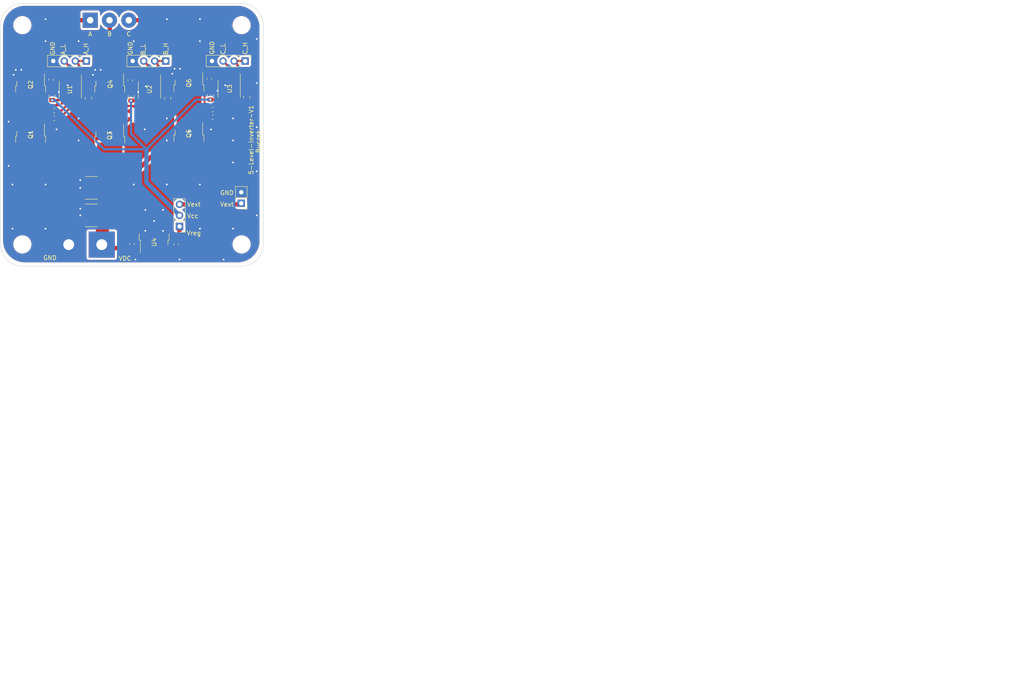
<source format=kicad_pcb>
(kicad_pcb (version 20171130) (host pcbnew 5.1.5+dfsg1-2build2)

  (general
    (thickness 1.6)
    (drawings 32)
    (tracks 189)
    (zones 0)
    (modules 40)
    (nets 33)
  )

  (page A4)
  (layers
    (0 F.Cu signal)
    (31 B.Cu signal hide)
    (32 B.Adhes user hide)
    (33 F.Adhes user hide)
    (34 B.Paste user hide)
    (35 F.Paste user hide)
    (36 B.SilkS user hide)
    (37 F.SilkS user)
    (38 B.Mask user)
    (39 F.Mask user hide)
    (40 Dwgs.User user)
    (41 Cmts.User user)
    (42 Eco1.User user)
    (43 Eco2.User user)
    (44 Edge.Cuts user)
    (45 Margin user)
    (46 B.CrtYd user)
    (47 F.CrtYd user)
    (48 B.Fab user)
    (49 F.Fab user)
  )

  (setup
    (last_trace_width 0.25)
    (user_trace_width 0.5)
    (user_trace_width 1)
    (user_trace_width 3)
    (trace_clearance 0.2)
    (zone_clearance 0.508)
    (zone_45_only no)
    (trace_min 0.2)
    (via_size 0.8)
    (via_drill 0.4)
    (via_min_size 0.4)
    (via_min_drill 0.3)
    (uvia_size 0.3)
    (uvia_drill 0.1)
    (uvias_allowed no)
    (uvia_min_size 0.2)
    (uvia_min_drill 0.1)
    (edge_width 0.1)
    (segment_width 0.2)
    (pcb_text_width 0.3)
    (pcb_text_size 1.5 1.5)
    (mod_edge_width 0.15)
    (mod_text_size 1 1)
    (mod_text_width 0.15)
    (pad_size 3.2 3.2)
    (pad_drill 3.2)
    (pad_to_mask_clearance 0)
    (aux_axis_origin 0 0)
    (visible_elements FFFFFF7F)
    (pcbplotparams
      (layerselection 0x3ffff_ffffffff)
      (usegerberextensions false)
      (usegerberattributes true)
      (usegerberadvancedattributes true)
      (creategerberjobfile false)
      (excludeedgelayer false)
      (linewidth 0.150000)
      (plotframeref false)
      (viasonmask false)
      (mode 1)
      (useauxorigin false)
      (hpglpennumber 1)
      (hpglpenspeed 20)
      (hpglpendiameter 15.000000)
      (psnegative false)
      (psa4output false)
      (plotreference true)
      (plotvalue true)
      (plotinvisibletext false)
      (padsonsilk true)
      (subtractmaskfromsilk false)
      (outputformat 1)
      (mirror false)
      (drillshape 0)
      (scaleselection 1)
      (outputdirectory "gerbers-3level/"))
  )

  (net 0 "")
  (net 1 VCC)
  (net 2 GND)
  (net 3 "Net-(C4-Pad2)")
  (net 4 "Net-(C4-Pad1)")
  (net 5 "Net-(C5-Pad2)")
  (net 6 "Net-(C5-Pad1)")
  (net 7 "Net-(C6-Pad2)")
  (net 8 "Net-(C6-Pad1)")
  (net 9 +VDC)
  (net 10 +V12)
  (net 11 VDD)
  (net 12 A_H)
  (net 13 A_L)
  (net 14 B_L)
  (net 15 B_H)
  (net 16 C_H)
  (net 17 C_L)
  (net 18 3_A_Out)
  (net 19 3_B_Out)
  (net 20 3_C_Out)
  (net 21 "Net-(Q1-Pad1)")
  (net 22 "Net-(Q2-Pad1)")
  (net 23 "Net-(Q3-Pad1)")
  (net 24 "Net-(Q4-Pad1)")
  (net 25 "Net-(Q5-Pad1)")
  (net 26 "Net-(Q6-Pad1)")
  (net 27 "Net-(R1-Pad2)")
  (net 28 "Net-(R2-Pad2)")
  (net 29 "Net-(R3-Pad2)")
  (net 30 "Net-(R4-Pad2)")
  (net 31 "Net-(R5-Pad2)")
  (net 32 "Net-(R6-Pad2)")

  (net_class Default "This is the default net class."
    (clearance 0.2)
    (trace_width 0.25)
    (via_dia 0.8)
    (via_drill 0.4)
    (uvia_dia 0.3)
    (uvia_drill 0.1)
    (add_net +V12)
    (add_net +VDC)
    (add_net 3_A_Out)
    (add_net 3_B_Out)
    (add_net 3_C_Out)
    (add_net A_H)
    (add_net A_L)
    (add_net B_H)
    (add_net B_L)
    (add_net C_H)
    (add_net C_L)
    (add_net GND)
    (add_net "Net-(C4-Pad1)")
    (add_net "Net-(C4-Pad2)")
    (add_net "Net-(C5-Pad1)")
    (add_net "Net-(C5-Pad2)")
    (add_net "Net-(C6-Pad1)")
    (add_net "Net-(C6-Pad2)")
    (add_net "Net-(Q1-Pad1)")
    (add_net "Net-(Q2-Pad1)")
    (add_net "Net-(Q3-Pad1)")
    (add_net "Net-(Q4-Pad1)")
    (add_net "Net-(Q5-Pad1)")
    (add_net "Net-(Q6-Pad1)")
    (add_net "Net-(R1-Pad2)")
    (add_net "Net-(R2-Pad2)")
    (add_net "Net-(R3-Pad2)")
    (add_net "Net-(R4-Pad2)")
    (add_net "Net-(R5-Pad2)")
    (add_net "Net-(R6-Pad2)")
    (add_net VCC)
    (add_net VDD)
  )

  (module Capacitor_SMD:C_0805_2012Metric (layer F.Cu) (tedit 5B36C52B) (tstamp 5F874B8A)
    (at 46.863 56.3095 90)
    (descr "Capacitor SMD 0805 (2012 Metric), square (rectangular) end terminal, IPC_7351 nominal, (Body size source: https://docs.google.com/spreadsheets/d/1BsfQQcO9C6DZCsRaXUlFlo91Tg2WpOkGARC1WS5S8t0/edit?usp=sharing), generated with kicad-footprint-generator")
    (tags capacitor)
    (path /5F7A12C3)
    (attr smd)
    (fp_text reference C1 (at 0 -1.65 90) (layer F.Fab)
      (effects (font (size 1 1) (thickness 0.15)))
    )
    (fp_text value 1uF (at 0 1.65 90) (layer F.Fab)
      (effects (font (size 1 1) (thickness 0.15)))
    )
    (fp_line (start -1 0.6) (end -1 -0.6) (layer F.Fab) (width 0.1))
    (fp_line (start -1 -0.6) (end 1 -0.6) (layer F.Fab) (width 0.1))
    (fp_line (start 1 -0.6) (end 1 0.6) (layer F.Fab) (width 0.1))
    (fp_line (start 1 0.6) (end -1 0.6) (layer F.Fab) (width 0.1))
    (fp_line (start -0.258578 -0.71) (end 0.258578 -0.71) (layer F.SilkS) (width 0.12))
    (fp_line (start -0.258578 0.71) (end 0.258578 0.71) (layer F.SilkS) (width 0.12))
    (fp_line (start -1.68 0.95) (end -1.68 -0.95) (layer F.CrtYd) (width 0.05))
    (fp_line (start -1.68 -0.95) (end 1.68 -0.95) (layer F.CrtYd) (width 0.05))
    (fp_line (start 1.68 -0.95) (end 1.68 0.95) (layer F.CrtYd) (width 0.05))
    (fp_line (start 1.68 0.95) (end -1.68 0.95) (layer F.CrtYd) (width 0.05))
    (fp_text user %R (at 0 0 90) (layer F.Fab)
      (effects (font (size 0.5 0.5) (thickness 0.08)))
    )
    (pad 1 smd roundrect (at -0.9375 0 90) (size 0.975 1.4) (layers F.Cu F.Paste F.Mask) (roundrect_rratio 0.25)
      (net 1 VCC))
    (pad 2 smd roundrect (at 0.9375 0 90) (size 0.975 1.4) (layers F.Cu F.Paste F.Mask) (roundrect_rratio 0.25)
      (net 2 GND))
    (model ${KISYS3DMOD}/Capacitor_SMD.3dshapes/C_0805_2012Metric.wrl
      (at (xyz 0 0 0))
      (scale (xyz 1 1 1))
      (rotate (xyz 0 0 0))
    )
    (model "/home/bucz/Downloads/SMD STEP Files/Capacitor_SMD.3dshapes/C_0805_2012Metric.wrl"
      (at (xyz 0 0 0))
      (scale (xyz 1 1 1))
      (rotate (xyz 0 0 0))
    )
  )

  (module Capacitor_SMD:C_0805_2012Metric (layer F.Cu) (tedit 5B36C52B) (tstamp 5F874B9B)
    (at 65.0875 56.4365 90)
    (descr "Capacitor SMD 0805 (2012 Metric), square (rectangular) end terminal, IPC_7351 nominal, (Body size source: https://docs.google.com/spreadsheets/d/1BsfQQcO9C6DZCsRaXUlFlo91Tg2WpOkGARC1WS5S8t0/edit?usp=sharing), generated with kicad-footprint-generator")
    (tags capacitor)
    (path /5F7C0D9B)
    (attr smd)
    (fp_text reference C2 (at 0 -1.65 90) (layer F.Fab)
      (effects (font (size 1 1) (thickness 0.15)))
    )
    (fp_text value 1uF (at 0 1.65 90) (layer F.Fab)
      (effects (font (size 1 1) (thickness 0.15)))
    )
    (fp_line (start -1 0.6) (end -1 -0.6) (layer F.Fab) (width 0.1))
    (fp_line (start -1 -0.6) (end 1 -0.6) (layer F.Fab) (width 0.1))
    (fp_line (start 1 -0.6) (end 1 0.6) (layer F.Fab) (width 0.1))
    (fp_line (start 1 0.6) (end -1 0.6) (layer F.Fab) (width 0.1))
    (fp_line (start -0.258578 -0.71) (end 0.258578 -0.71) (layer F.SilkS) (width 0.12))
    (fp_line (start -0.258578 0.71) (end 0.258578 0.71) (layer F.SilkS) (width 0.12))
    (fp_line (start -1.68 0.95) (end -1.68 -0.95) (layer F.CrtYd) (width 0.05))
    (fp_line (start -1.68 -0.95) (end 1.68 -0.95) (layer F.CrtYd) (width 0.05))
    (fp_line (start 1.68 -0.95) (end 1.68 0.95) (layer F.CrtYd) (width 0.05))
    (fp_line (start 1.68 0.95) (end -1.68 0.95) (layer F.CrtYd) (width 0.05))
    (fp_text user %R (at 0 0 90) (layer F.Fab)
      (effects (font (size 0.5 0.5) (thickness 0.08)))
    )
    (pad 1 smd roundrect (at -0.9375 0 90) (size 0.975 1.4) (layers F.Cu F.Paste F.Mask) (roundrect_rratio 0.25)
      (net 1 VCC))
    (pad 2 smd roundrect (at 0.9375 0 90) (size 0.975 1.4) (layers F.Cu F.Paste F.Mask) (roundrect_rratio 0.25)
      (net 2 GND))
    (model ${KISYS3DMOD}/Capacitor_SMD.3dshapes/C_0805_2012Metric.wrl
      (at (xyz 0 0 0))
      (scale (xyz 1 1 1))
      (rotate (xyz 0 0 0))
    )
    (model "/home/bucz/Downloads/SMD STEP Files/Capacitor_SMD.3dshapes/C_0805_2012Metric.wrl"
      (at (xyz 0 0 0))
      (scale (xyz 1 1 1))
      (rotate (xyz 0 0 0))
    )
  )

  (module Capacitor_SMD:C_0805_2012Metric (layer F.Cu) (tedit 5B36C52B) (tstamp 5F874BAC)
    (at 83.312 56.2125 90)
    (descr "Capacitor SMD 0805 (2012 Metric), square (rectangular) end terminal, IPC_7351 nominal, (Body size source: https://docs.google.com/spreadsheets/d/1BsfQQcO9C6DZCsRaXUlFlo91Tg2WpOkGARC1WS5S8t0/edit?usp=sharing), generated with kicad-footprint-generator")
    (tags capacitor)
    (path /5F7C66A4)
    (attr smd)
    (fp_text reference C3 (at 0 -1.65 90) (layer F.Fab)
      (effects (font (size 1 1) (thickness 0.15)))
    )
    (fp_text value 1uF (at 0 1.65 90) (layer F.Fab)
      (effects (font (size 1 1) (thickness 0.15)))
    )
    (fp_line (start -1 0.6) (end -1 -0.6) (layer F.Fab) (width 0.1))
    (fp_line (start -1 -0.6) (end 1 -0.6) (layer F.Fab) (width 0.1))
    (fp_line (start 1 -0.6) (end 1 0.6) (layer F.Fab) (width 0.1))
    (fp_line (start 1 0.6) (end -1 0.6) (layer F.Fab) (width 0.1))
    (fp_line (start -0.258578 -0.71) (end 0.258578 -0.71) (layer F.SilkS) (width 0.12))
    (fp_line (start -0.258578 0.71) (end 0.258578 0.71) (layer F.SilkS) (width 0.12))
    (fp_line (start -1.68 0.95) (end -1.68 -0.95) (layer F.CrtYd) (width 0.05))
    (fp_line (start -1.68 -0.95) (end 1.68 -0.95) (layer F.CrtYd) (width 0.05))
    (fp_line (start 1.68 -0.95) (end 1.68 0.95) (layer F.CrtYd) (width 0.05))
    (fp_line (start 1.68 0.95) (end -1.68 0.95) (layer F.CrtYd) (width 0.05))
    (fp_text user %R (at 0 0 90) (layer F.Fab)
      (effects (font (size 0.5 0.5) (thickness 0.08)))
    )
    (pad 1 smd roundrect (at -0.9375 0 90) (size 0.975 1.4) (layers F.Cu F.Paste F.Mask) (roundrect_rratio 0.25)
      (net 1 VCC))
    (pad 2 smd roundrect (at 0.9375 0 90) (size 0.975 1.4) (layers F.Cu F.Paste F.Mask) (roundrect_rratio 0.25)
      (net 2 GND))
    (model ${KISYS3DMOD}/Capacitor_SMD.3dshapes/C_0805_2012Metric.wrl
      (at (xyz 0 0 0))
      (scale (xyz 1 1 1))
      (rotate (xyz 0 0 0))
    )
    (model "/home/bucz/Downloads/SMD STEP Files/Capacitor_SMD.3dshapes/C_0805_2012Metric.wrl"
      (at (xyz 0 0 0))
      (scale (xyz 1 1 1))
      (rotate (xyz 0 0 0))
    )
  )

  (module Capacitor_SMD:C_0805_2012Metric (layer F.Cu) (tedit 5B36C52B) (tstamp 5F874BBD)
    (at 55.245 56.8475 90)
    (descr "Capacitor SMD 0805 (2012 Metric), square (rectangular) end terminal, IPC_7351 nominal, (Body size source: https://docs.google.com/spreadsheets/d/1BsfQQcO9C6DZCsRaXUlFlo91Tg2WpOkGARC1WS5S8t0/edit?usp=sharing), generated with kicad-footprint-generator")
    (tags capacitor)
    (path /5F79B195)
    (attr smd)
    (fp_text reference C4 (at -0.0785 1.905 90) (layer F.Fab)
      (effects (font (size 1 1) (thickness 0.15)))
    )
    (fp_text value C_BS (at 0 1.65 90) (layer F.Fab)
      (effects (font (size 1 1) (thickness 0.15)))
    )
    (fp_text user %R (at 0 0 90) (layer F.Fab)
      (effects (font (size 0.5 0.5) (thickness 0.08)))
    )
    (fp_line (start 1.68 0.95) (end -1.68 0.95) (layer F.CrtYd) (width 0.05))
    (fp_line (start 1.68 -0.95) (end 1.68 0.95) (layer F.CrtYd) (width 0.05))
    (fp_line (start -1.68 -0.95) (end 1.68 -0.95) (layer F.CrtYd) (width 0.05))
    (fp_line (start -1.68 0.95) (end -1.68 -0.95) (layer F.CrtYd) (width 0.05))
    (fp_line (start -0.258578 0.71) (end 0.258578 0.71) (layer F.SilkS) (width 0.12))
    (fp_line (start -0.258578 -0.71) (end 0.258578 -0.71) (layer F.SilkS) (width 0.12))
    (fp_line (start 1 0.6) (end -1 0.6) (layer F.Fab) (width 0.1))
    (fp_line (start 1 -0.6) (end 1 0.6) (layer F.Fab) (width 0.1))
    (fp_line (start -1 -0.6) (end 1 -0.6) (layer F.Fab) (width 0.1))
    (fp_line (start -1 0.6) (end -1 -0.6) (layer F.Fab) (width 0.1))
    (pad 2 smd roundrect (at 0.9375 0 90) (size 0.975 1.4) (layers F.Cu F.Paste F.Mask) (roundrect_rratio 0.25)
      (net 3 "Net-(C4-Pad2)"))
    (pad 1 smd roundrect (at -0.9375 0 90) (size 0.975 1.4) (layers F.Cu F.Paste F.Mask) (roundrect_rratio 0.25)
      (net 4 "Net-(C4-Pad1)"))
    (model ${KISYS3DMOD}/Capacitor_SMD.3dshapes/C_0805_2012Metric.wrl
      (at (xyz 0 0 0))
      (scale (xyz 1 1 1))
      (rotate (xyz 0 0 0))
    )
    (model "/home/bucz/Downloads/SMD STEP Files/Capacitor_SMD.3dshapes/C_0805_2012Metric.wrl"
      (at (xyz 0 0 0))
      (scale (xyz 1 1 1))
      (rotate (xyz 0 0 0))
    )
  )

  (module Capacitor_SMD:C_0805_2012Metric (layer F.Cu) (tedit 5B36C52B) (tstamp 5F874BCE)
    (at 73.4695 56.8475 90)
    (descr "Capacitor SMD 0805 (2012 Metric), square (rectangular) end terminal, IPC_7351 nominal, (Body size source: https://docs.google.com/spreadsheets/d/1BsfQQcO9C6DZCsRaXUlFlo91Tg2WpOkGARC1WS5S8t0/edit?usp=sharing), generated with kicad-footprint-generator")
    (tags capacitor)
    (path /5F7C0D89)
    (attr smd)
    (fp_text reference C5 (at 0 -1.65 90) (layer F.Fab)
      (effects (font (size 1 1) (thickness 0.15)))
    )
    (fp_text value C_BS (at 0 1.65 90) (layer F.Fab)
      (effects (font (size 1 1) (thickness 0.15)))
    )
    (fp_text user %R (at 0 0 90) (layer F.Fab)
      (effects (font (size 0.5 0.5) (thickness 0.08)))
    )
    (fp_line (start 1.68 0.95) (end -1.68 0.95) (layer F.CrtYd) (width 0.05))
    (fp_line (start 1.68 -0.95) (end 1.68 0.95) (layer F.CrtYd) (width 0.05))
    (fp_line (start -1.68 -0.95) (end 1.68 -0.95) (layer F.CrtYd) (width 0.05))
    (fp_line (start -1.68 0.95) (end -1.68 -0.95) (layer F.CrtYd) (width 0.05))
    (fp_line (start -0.258578 0.71) (end 0.258578 0.71) (layer F.SilkS) (width 0.12))
    (fp_line (start -0.258578 -0.71) (end 0.258578 -0.71) (layer F.SilkS) (width 0.12))
    (fp_line (start 1 0.6) (end -1 0.6) (layer F.Fab) (width 0.1))
    (fp_line (start 1 -0.6) (end 1 0.6) (layer F.Fab) (width 0.1))
    (fp_line (start -1 -0.6) (end 1 -0.6) (layer F.Fab) (width 0.1))
    (fp_line (start -1 0.6) (end -1 -0.6) (layer F.Fab) (width 0.1))
    (pad 2 smd roundrect (at 0.9375 0 90) (size 0.975 1.4) (layers F.Cu F.Paste F.Mask) (roundrect_rratio 0.25)
      (net 5 "Net-(C5-Pad2)"))
    (pad 1 smd roundrect (at -0.9375 0 90) (size 0.975 1.4) (layers F.Cu F.Paste F.Mask) (roundrect_rratio 0.25)
      (net 6 "Net-(C5-Pad1)"))
    (model ${KISYS3DMOD}/Capacitor_SMD.3dshapes/C_0805_2012Metric.wrl
      (at (xyz 0 0 0))
      (scale (xyz 1 1 1))
      (rotate (xyz 0 0 0))
    )
    (model "/home/bucz/Downloads/SMD STEP Files/Capacitor_SMD.3dshapes/C_0805_2012Metric.wrl"
      (at (xyz 0 0 0))
      (scale (xyz 1 1 1))
      (rotate (xyz 0 0 0))
    )
  )

  (module Capacitor_SMD:C_0805_2012Metric (layer F.Cu) (tedit 5B36C52B) (tstamp 5F874BDF)
    (at 91.694 56.5935 90)
    (descr "Capacitor SMD 0805 (2012 Metric), square (rectangular) end terminal, IPC_7351 nominal, (Body size source: https://docs.google.com/spreadsheets/d/1BsfQQcO9C6DZCsRaXUlFlo91Tg2WpOkGARC1WS5S8t0/edit?usp=sharing), generated with kicad-footprint-generator")
    (tags capacitor)
    (path /5F7C6692)
    (attr smd)
    (fp_text reference C6 (at 0 -1.65 90) (layer F.Fab)
      (effects (font (size 1 1) (thickness 0.15)))
    )
    (fp_text value C_BS (at 0 1.65 90) (layer F.Fab)
      (effects (font (size 1 1) (thickness 0.15)))
    )
    (fp_text user %R (at 0 0 90) (layer F.Fab)
      (effects (font (size 0.5 0.5) (thickness 0.08)))
    )
    (fp_line (start 1.68 0.95) (end -1.68 0.95) (layer F.CrtYd) (width 0.05))
    (fp_line (start 1.68 -0.95) (end 1.68 0.95) (layer F.CrtYd) (width 0.05))
    (fp_line (start -1.68 -0.95) (end 1.68 -0.95) (layer F.CrtYd) (width 0.05))
    (fp_line (start -1.68 0.95) (end -1.68 -0.95) (layer F.CrtYd) (width 0.05))
    (fp_line (start -0.258578 0.71) (end 0.258578 0.71) (layer F.SilkS) (width 0.12))
    (fp_line (start -0.258578 -0.71) (end 0.258578 -0.71) (layer F.SilkS) (width 0.12))
    (fp_line (start 1 0.6) (end -1 0.6) (layer F.Fab) (width 0.1))
    (fp_line (start 1 -0.6) (end 1 0.6) (layer F.Fab) (width 0.1))
    (fp_line (start -1 -0.6) (end 1 -0.6) (layer F.Fab) (width 0.1))
    (fp_line (start -1 0.6) (end -1 -0.6) (layer F.Fab) (width 0.1))
    (pad 2 smd roundrect (at 0.9375 0 90) (size 0.975 1.4) (layers F.Cu F.Paste F.Mask) (roundrect_rratio 0.25)
      (net 7 "Net-(C6-Pad2)"))
    (pad 1 smd roundrect (at -0.9375 0 90) (size 0.975 1.4) (layers F.Cu F.Paste F.Mask) (roundrect_rratio 0.25)
      (net 8 "Net-(C6-Pad1)"))
    (model ${KISYS3DMOD}/Capacitor_SMD.3dshapes/C_0805_2012Metric.wrl
      (at (xyz 0 0 0))
      (scale (xyz 1 1 1))
      (rotate (xyz 0 0 0))
    )
    (model "/home/bucz/Downloads/SMD STEP Files/Capacitor_SMD.3dshapes/C_0805_2012Metric.wrl"
      (at (xyz 0 0 0))
      (scale (xyz 1 1 1))
      (rotate (xyz 0 0 0))
    )
  )

  (module Connector_PinHeader_2.54mm:PinHeader_1x03_P2.54mm_Vertical (layer F.Cu) (tedit 59FED5CC) (tstamp 5F874C3F)
    (at 76.2 86.36 180)
    (descr "Through hole straight pin header, 1x03, 2.54mm pitch, single row")
    (tags "Through hole pin header THT 1x03 2.54mm single row")
    (path /5F90CA31)
    (fp_text reference J1 (at 0 -2.33) (layer F.Fab)
      (effects (font (size 1 1) (thickness 0.15)))
    )
    (fp_text value "Vs selection" (at 0 7.41) (layer F.Fab)
      (effects (font (size 1 1) (thickness 0.15)))
    )
    (fp_line (start -0.635 -1.27) (end 1.27 -1.27) (layer F.Fab) (width 0.1))
    (fp_line (start 1.27 -1.27) (end 1.27 6.35) (layer F.Fab) (width 0.1))
    (fp_line (start 1.27 6.35) (end -1.27 6.35) (layer F.Fab) (width 0.1))
    (fp_line (start -1.27 6.35) (end -1.27 -0.635) (layer F.Fab) (width 0.1))
    (fp_line (start -1.27 -0.635) (end -0.635 -1.27) (layer F.Fab) (width 0.1))
    (fp_line (start -1.33 6.41) (end 1.33 6.41) (layer F.SilkS) (width 0.12))
    (fp_line (start -1.33 1.27) (end -1.33 6.41) (layer F.SilkS) (width 0.12))
    (fp_line (start 1.33 1.27) (end 1.33 6.41) (layer F.SilkS) (width 0.12))
    (fp_line (start -1.33 1.27) (end 1.33 1.27) (layer F.SilkS) (width 0.12))
    (fp_line (start -1.33 0) (end -1.33 -1.33) (layer F.SilkS) (width 0.12))
    (fp_line (start -1.33 -1.33) (end 0 -1.33) (layer F.SilkS) (width 0.12))
    (fp_line (start -1.8 -1.8) (end -1.8 6.85) (layer F.CrtYd) (width 0.05))
    (fp_line (start -1.8 6.85) (end 1.8 6.85) (layer F.CrtYd) (width 0.05))
    (fp_line (start 1.8 6.85) (end 1.8 -1.8) (layer F.CrtYd) (width 0.05))
    (fp_line (start 1.8 -1.8) (end -1.8 -1.8) (layer F.CrtYd) (width 0.05))
    (fp_text user %R (at 0 2.54 90) (layer F.Fab)
      (effects (font (size 1 1) (thickness 0.15)))
    )
    (pad 1 thru_hole rect (at 0 0 180) (size 1.7 1.7) (drill 1) (layers *.Cu *.Mask)
      (net 10 +V12))
    (pad 2 thru_hole oval (at 0 2.54 180) (size 1.7 1.7) (drill 1) (layers *.Cu *.Mask)
      (net 1 VCC))
    (pad 3 thru_hole oval (at 0 5.08 180) (size 1.7 1.7) (drill 1) (layers *.Cu *.Mask)
      (net 11 VDD))
    (model ${KISYS3DMOD}/Connector_PinHeader_2.54mm.3dshapes/PinHeader_1x03_P2.54mm_Vertical.wrl
      (at (xyz 0 0 0))
      (scale (xyz 1 1 1))
      (rotate (xyz 0 0 0))
    )
    (model "/home/bucz/Downloads/SMD STEP Files/Connector_PinHeader_2.54mm.3dshapes/PinHeader_1x03_P2.54mm_Vertical.wrl"
      (at (xyz 0 0 0))
      (scale (xyz 1 1 1))
      (rotate (xyz 0 0 0))
    )
  )

  (module Connector_Wire:SolderWirePad_1x02_P7.62mm_Drill2.5mm (layer F.Cu) (tedit 5AEE5F2F) (tstamp 5F874C4A)
    (at 58.293 90.551 180)
    (descr "Wire solder connection")
    (tags connector)
    (path /5F8963B7)
    (attr virtual)
    (fp_text reference J2 (at 3.81 -5.08) (layer F.Fab)
      (effects (font (size 1 1) (thickness 0.15)))
    )
    (fp_text value "Power Connection" (at 3.81 4.445) (layer F.Fab)
      (effects (font (size 1 1) (thickness 0.15)))
    )
    (fp_text user %R (at 3.81 0) (layer F.Fab)
      (effects (font (size 1 1) (thickness 0.15)))
    )
    (fp_line (start -3.5 -3.5) (end 11.12 -3.5) (layer F.CrtYd) (width 0.05))
    (fp_line (start -3.5 -3.5) (end -3.5 3.5) (layer F.CrtYd) (width 0.05))
    (fp_line (start 11.12 3.5) (end 11.12 -3.5) (layer F.CrtYd) (width 0.05))
    (fp_line (start 11.12 3.5) (end -3.5 3.5) (layer F.CrtYd) (width 0.05))
    (pad 1 thru_hole rect (at 0 0 180) (size 5.99948 5.99948) (drill 2.49936) (layers *.Cu *.Mask)
      (net 9 +VDC))
    (pad 2 thru_hole circle (at 7.62 0 180) (size 5.99948 5.99948) (drill 2.49936) (layers *.Cu *.Mask)
      (net 2 GND))
  )

  (module Connector_PinHeader_2.54mm:PinHeader_1x04_P2.54mm_Vertical (layer F.Cu) (tedit 59FED5CC) (tstamp 5F874C62)
    (at 54.737 48.26 270)
    (descr "Through hole straight pin header, 1x04, 2.54mm pitch, single row")
    (tags "Through hole pin header THT 1x04 2.54mm single row")
    (path /5F9DD059)
    (fp_text reference J3 (at 0 -2.33 90) (layer F.Fab)
      (effects (font (size 1 1) (thickness 0.15)))
    )
    (fp_text value "Control A" (at 0 9.95 90) (layer F.Fab)
      (effects (font (size 1 1) (thickness 0.15)))
    )
    (fp_line (start -0.635 -1.27) (end 1.27 -1.27) (layer F.Fab) (width 0.1))
    (fp_line (start 1.27 -1.27) (end 1.27 8.89) (layer F.Fab) (width 0.1))
    (fp_line (start 1.27 8.89) (end -1.27 8.89) (layer F.Fab) (width 0.1))
    (fp_line (start -1.27 8.89) (end -1.27 -0.635) (layer F.Fab) (width 0.1))
    (fp_line (start -1.27 -0.635) (end -0.635 -1.27) (layer F.Fab) (width 0.1))
    (fp_line (start -1.33 8.95) (end 1.33 8.95) (layer F.SilkS) (width 0.12))
    (fp_line (start -1.33 1.27) (end -1.33 8.95) (layer F.SilkS) (width 0.12))
    (fp_line (start 1.33 1.27) (end 1.33 8.95) (layer F.SilkS) (width 0.12))
    (fp_line (start -1.33 1.27) (end 1.33 1.27) (layer F.SilkS) (width 0.12))
    (fp_line (start -1.33 0) (end -1.33 -1.33) (layer F.SilkS) (width 0.12))
    (fp_line (start -1.33 -1.33) (end 0 -1.33) (layer F.SilkS) (width 0.12))
    (fp_line (start -1.8 -1.8) (end -1.8 9.4) (layer F.CrtYd) (width 0.05))
    (fp_line (start -1.8 9.4) (end 1.8 9.4) (layer F.CrtYd) (width 0.05))
    (fp_line (start 1.8 9.4) (end 1.8 -1.8) (layer F.CrtYd) (width 0.05))
    (fp_line (start 1.8 -1.8) (end -1.8 -1.8) (layer F.CrtYd) (width 0.05))
    (fp_text user %R (at 0 3.81) (layer F.Fab)
      (effects (font (size 1 1) (thickness 0.15)))
    )
    (pad 1 thru_hole rect (at 0 0 270) (size 1.7 1.7) (drill 1) (layers *.Cu *.Mask)
      (net 12 A_H))
    (pad 2 thru_hole oval (at 0 2.54 270) (size 1.7 1.7) (drill 1) (layers *.Cu *.Mask)
      (net 12 A_H))
    (pad 3 thru_hole oval (at 0 5.08 270) (size 1.7 1.7) (drill 1) (layers *.Cu *.Mask)
      (net 13 A_L))
    (pad 4 thru_hole oval (at 0 7.62 270) (size 1.7 1.7) (drill 1) (layers *.Cu *.Mask)
      (net 2 GND))
    (model ${KISYS3DMOD}/Connector_PinHeader_2.54mm.3dshapes/PinHeader_1x04_P2.54mm_Vertical.wrl
      (at (xyz 0 0 0))
      (scale (xyz 1 1 1))
      (rotate (xyz 0 0 0))
    )
    (model "/home/bucz/Downloads/SMD STEP Files/Connector_PinHeader_2.54mm.3dshapes/PinHeader_1x04_P2.54mm_Vertical.wrl"
      (at (xyz 0 0 0))
      (scale (xyz 1 1 1))
      (rotate (xyz 0 0 0))
    )
  )

  (module Connector_PinHeader_2.54mm:PinHeader_1x04_P2.54mm_Vertical (layer F.Cu) (tedit 59FED5CC) (tstamp 5F874C7A)
    (at 73.025 48.26 270)
    (descr "Through hole straight pin header, 1x04, 2.54mm pitch, single row")
    (tags "Through hole pin header THT 1x04 2.54mm single row")
    (path /5F9E0B49)
    (fp_text reference J4 (at 0 -2.33 90) (layer F.Fab)
      (effects (font (size 1 1) (thickness 0.15)))
    )
    (fp_text value "Control B" (at 0 9.95 90) (layer F.Fab)
      (effects (font (size 1 1) (thickness 0.15)))
    )
    (fp_text user %R (at 0 3.81) (layer F.Fab)
      (effects (font (size 1 1) (thickness 0.15)))
    )
    (fp_line (start 1.8 -1.8) (end -1.8 -1.8) (layer F.CrtYd) (width 0.05))
    (fp_line (start 1.8 9.4) (end 1.8 -1.8) (layer F.CrtYd) (width 0.05))
    (fp_line (start -1.8 9.4) (end 1.8 9.4) (layer F.CrtYd) (width 0.05))
    (fp_line (start -1.8 -1.8) (end -1.8 9.4) (layer F.CrtYd) (width 0.05))
    (fp_line (start -1.33 -1.33) (end 0 -1.33) (layer F.SilkS) (width 0.12))
    (fp_line (start -1.33 0) (end -1.33 -1.33) (layer F.SilkS) (width 0.12))
    (fp_line (start -1.33 1.27) (end 1.33 1.27) (layer F.SilkS) (width 0.12))
    (fp_line (start 1.33 1.27) (end 1.33 8.95) (layer F.SilkS) (width 0.12))
    (fp_line (start -1.33 1.27) (end -1.33 8.95) (layer F.SilkS) (width 0.12))
    (fp_line (start -1.33 8.95) (end 1.33 8.95) (layer F.SilkS) (width 0.12))
    (fp_line (start -1.27 -0.635) (end -0.635 -1.27) (layer F.Fab) (width 0.1))
    (fp_line (start -1.27 8.89) (end -1.27 -0.635) (layer F.Fab) (width 0.1))
    (fp_line (start 1.27 8.89) (end -1.27 8.89) (layer F.Fab) (width 0.1))
    (fp_line (start 1.27 -1.27) (end 1.27 8.89) (layer F.Fab) (width 0.1))
    (fp_line (start -0.635 -1.27) (end 1.27 -1.27) (layer F.Fab) (width 0.1))
    (pad 4 thru_hole oval (at 0 7.62 270) (size 1.7 1.7) (drill 1) (layers *.Cu *.Mask)
      (net 2 GND))
    (pad 3 thru_hole oval (at 0 5.08 270) (size 1.7 1.7) (drill 1) (layers *.Cu *.Mask)
      (net 14 B_L))
    (pad 2 thru_hole oval (at 0 2.54 270) (size 1.7 1.7) (drill 1) (layers *.Cu *.Mask)
      (net 15 B_H))
    (pad 1 thru_hole rect (at 0 0 270) (size 1.7 1.7) (drill 1) (layers *.Cu *.Mask)
      (net 15 B_H))
    (model ${KISYS3DMOD}/Connector_PinHeader_2.54mm.3dshapes/PinHeader_1x04_P2.54mm_Vertical.wrl
      (at (xyz 0 0 0))
      (scale (xyz 1 1 1))
      (rotate (xyz 0 0 0))
    )
    (model "/home/bucz/Downloads/SMD STEP Files/Connector_PinHeader_2.54mm.3dshapes/PinHeader_1x04_P2.54mm_Vertical.wrl"
      (at (xyz 0 0 0))
      (scale (xyz 1 1 1))
      (rotate (xyz 0 0 0))
    )
  )

  (module Connector_PinHeader_2.54mm:PinHeader_1x04_P2.54mm_Vertical (layer F.Cu) (tedit 59FED5CC) (tstamp 5F874C92)
    (at 91.313 48.26 270)
    (descr "Through hole straight pin header, 1x04, 2.54mm pitch, single row")
    (tags "Through hole pin header THT 1x04 2.54mm single row")
    (path /5F9E1FBA)
    (fp_text reference J5 (at 0 -2.33 90) (layer F.Fab)
      (effects (font (size 1 1) (thickness 0.15)))
    )
    (fp_text value "Control C" (at 0 9.95 90) (layer F.Fab)
      (effects (font (size 1 1) (thickness 0.15)))
    )
    (fp_line (start -0.635 -1.27) (end 1.27 -1.27) (layer F.Fab) (width 0.1))
    (fp_line (start 1.27 -1.27) (end 1.27 8.89) (layer F.Fab) (width 0.1))
    (fp_line (start 1.27 8.89) (end -1.27 8.89) (layer F.Fab) (width 0.1))
    (fp_line (start -1.27 8.89) (end -1.27 -0.635) (layer F.Fab) (width 0.1))
    (fp_line (start -1.27 -0.635) (end -0.635 -1.27) (layer F.Fab) (width 0.1))
    (fp_line (start -1.33 8.95) (end 1.33 8.95) (layer F.SilkS) (width 0.12))
    (fp_line (start -1.33 1.27) (end -1.33 8.95) (layer F.SilkS) (width 0.12))
    (fp_line (start 1.33 1.27) (end 1.33 8.95) (layer F.SilkS) (width 0.12))
    (fp_line (start -1.33 1.27) (end 1.33 1.27) (layer F.SilkS) (width 0.12))
    (fp_line (start -1.33 0) (end -1.33 -1.33) (layer F.SilkS) (width 0.12))
    (fp_line (start -1.33 -1.33) (end 0 -1.33) (layer F.SilkS) (width 0.12))
    (fp_line (start -1.8 -1.8) (end -1.8 9.4) (layer F.CrtYd) (width 0.05))
    (fp_line (start -1.8 9.4) (end 1.8 9.4) (layer F.CrtYd) (width 0.05))
    (fp_line (start 1.8 9.4) (end 1.8 -1.8) (layer F.CrtYd) (width 0.05))
    (fp_line (start 1.8 -1.8) (end -1.8 -1.8) (layer F.CrtYd) (width 0.05))
    (fp_text user %R (at 0 3.81) (layer F.Fab)
      (effects (font (size 1 1) (thickness 0.15)))
    )
    (pad 1 thru_hole rect (at 0 0 270) (size 1.7 1.7) (drill 1) (layers *.Cu *.Mask)
      (net 16 C_H))
    (pad 2 thru_hole oval (at 0 2.54 270) (size 1.7 1.7) (drill 1) (layers *.Cu *.Mask)
      (net 16 C_H))
    (pad 3 thru_hole oval (at 0 5.08 270) (size 1.7 1.7) (drill 1) (layers *.Cu *.Mask)
      (net 17 C_L))
    (pad 4 thru_hole oval (at 0 7.62 270) (size 1.7 1.7) (drill 1) (layers *.Cu *.Mask)
      (net 2 GND))
    (model ${KISYS3DMOD}/Connector_PinHeader_2.54mm.3dshapes/PinHeader_1x04_P2.54mm_Vertical.wrl
      (at (xyz 0 0 0))
      (scale (xyz 1 1 1))
      (rotate (xyz 0 0 0))
    )
    (model "/home/bucz/Downloads/SMD STEP Files/Connector_PinHeader_2.54mm.3dshapes/PinHeader_1x04_P2.54mm_Vertical.wrl"
      (at (xyz 0 0 0))
      (scale (xyz 1 1 1))
      (rotate (xyz 0 0 0))
    )
  )

  (module Connector_Wire:SolderWirePad_1x03_P4.445mm_Drill1.5mm (layer F.Cu) (tedit 5AEE5F77) (tstamp 5F874C9E)
    (at 55.626 38.862)
    (descr "Wire solder connection")
    (tags connector)
    (path /5F8AC6EC)
    (attr virtual)
    (fp_text reference J6 (at 4.445 -3.81) (layer F.Fab)
      (effects (font (size 1 1) (thickness 0.15)))
    )
    (fp_text value Output (at 4.445 3.81) (layer F.Fab)
      (effects (font (size 1 1) (thickness 0.15)))
    )
    (fp_text user %R (at 4.445 0) (layer F.Fab)
      (effects (font (size 1 1) (thickness 0.15)))
    )
    (fp_line (start -2.25 -2.25) (end 11.13 -2.25) (layer F.CrtYd) (width 0.05))
    (fp_line (start -2.25 -2.25) (end -2.25 2.25) (layer F.CrtYd) (width 0.05))
    (fp_line (start 11.13 2.25) (end 11.13 -2.25) (layer F.CrtYd) (width 0.05))
    (fp_line (start 11.13 2.25) (end -2.25 2.25) (layer F.CrtYd) (width 0.05))
    (pad 1 thru_hole rect (at 0 0) (size 3.50012 3.50012) (drill 1.50114) (layers *.Cu *.Mask)
      (net 18 3_A_Out))
    (pad 2 thru_hole circle (at 4.445 0) (size 3.50012 3.50012) (drill 1.50114) (layers *.Cu *.Mask)
      (net 19 3_B_Out))
    (pad 3 thru_hole circle (at 8.89 0) (size 3.50012 3.50012) (drill 1.50114) (layers *.Cu *.Mask)
      (net 20 3_C_Out))
  )

  (module Connector_PinHeader_2.54mm:PinHeader_1x02_P2.54mm_Vertical (layer F.Cu) (tedit 59FED5CC) (tstamp 5F874CB4)
    (at 90.424 81.026 180)
    (descr "Through hole straight pin header, 1x02, 2.54mm pitch, single row")
    (tags "Through hole pin header THT 1x02 2.54mm single row")
    (path /5F926C6E)
    (fp_text reference J7 (at 0 -2.33) (layer F.Fab)
      (effects (font (size 1 1) (thickness 0.15)))
    )
    (fp_text value "Control Voltage Input" (at 0 4.87) (layer F.Fab)
      (effects (font (size 1 1) (thickness 0.15)))
    )
    (fp_line (start -0.635 -1.27) (end 1.27 -1.27) (layer F.Fab) (width 0.1))
    (fp_line (start 1.27 -1.27) (end 1.27 3.81) (layer F.Fab) (width 0.1))
    (fp_line (start 1.27 3.81) (end -1.27 3.81) (layer F.Fab) (width 0.1))
    (fp_line (start -1.27 3.81) (end -1.27 -0.635) (layer F.Fab) (width 0.1))
    (fp_line (start -1.27 -0.635) (end -0.635 -1.27) (layer F.Fab) (width 0.1))
    (fp_line (start -1.33 3.87) (end 1.33 3.87) (layer F.SilkS) (width 0.12))
    (fp_line (start -1.33 1.27) (end -1.33 3.87) (layer F.SilkS) (width 0.12))
    (fp_line (start 1.33 1.27) (end 1.33 3.87) (layer F.SilkS) (width 0.12))
    (fp_line (start -1.33 1.27) (end 1.33 1.27) (layer F.SilkS) (width 0.12))
    (fp_line (start -1.33 0) (end -1.33 -1.33) (layer F.SilkS) (width 0.12))
    (fp_line (start -1.33 -1.33) (end 0 -1.33) (layer F.SilkS) (width 0.12))
    (fp_line (start -1.8 -1.8) (end -1.8 4.35) (layer F.CrtYd) (width 0.05))
    (fp_line (start -1.8 4.35) (end 1.8 4.35) (layer F.CrtYd) (width 0.05))
    (fp_line (start 1.8 4.35) (end 1.8 -1.8) (layer F.CrtYd) (width 0.05))
    (fp_line (start 1.8 -1.8) (end -1.8 -1.8) (layer F.CrtYd) (width 0.05))
    (fp_text user %R (at 0 1.27 90) (layer F.Fab)
      (effects (font (size 1 1) (thickness 0.15)))
    )
    (pad 1 thru_hole rect (at 0 0 180) (size 1.7 1.7) (drill 1) (layers *.Cu *.Mask)
      (net 11 VDD))
    (pad 2 thru_hole oval (at 0 2.54 180) (size 1.7 1.7) (drill 1) (layers *.Cu *.Mask)
      (net 2 GND))
    (model ${KISYS3DMOD}/Connector_PinHeader_2.54mm.3dshapes/PinHeader_1x02_P2.54mm_Vertical.wrl
      (at (xyz 0 0 0))
      (scale (xyz 1 1 1))
      (rotate (xyz 0 0 0))
    )
    (model "/home/bucz/Downloads/SMD STEP Files/Connector_PinHeader_2.54mm.3dshapes/PinHeader_1x02_P2.54mm_Vertical.wrl"
      (at (xyz 0 0 0))
      (scale (xyz 1 1 1))
      (rotate (xyz 0 0 0))
    )
  )

  (module Package_TO_SOT_SMD:TO-252-2 (layer F.Cu) (tedit 5A70A390) (tstamp 5F874CD8)
    (at 41.91 68.004 270)
    (descr "TO-252 / DPAK SMD package, http://www.infineon.com/cms/en/product/packages/PG-TO252/PG-TO252-3-1/")
    (tags "DPAK TO-252 DPAK-3 TO-252-3 SOT-428")
    (path /5F77B68D)
    (attr smd)
    (fp_text reference Q1 (at -2.803 -0.006 90) (layer F.SilkS)
      (effects (font (size 1 1) (thickness 0.15)))
    )
    (fp_text value IPD60R1K4C6DKR (at 0 4.5 90) (layer F.Fab)
      (effects (font (size 1 1) (thickness 0.15)))
    )
    (fp_line (start 3.95 -2.7) (end 4.95 -2.7) (layer F.Fab) (width 0.1))
    (fp_line (start 4.95 -2.7) (end 4.95 2.7) (layer F.Fab) (width 0.1))
    (fp_line (start 4.95 2.7) (end 3.95 2.7) (layer F.Fab) (width 0.1))
    (fp_line (start 3.95 -3.25) (end 3.95 3.25) (layer F.Fab) (width 0.1))
    (fp_line (start 3.95 3.25) (end -2.27 3.25) (layer F.Fab) (width 0.1))
    (fp_line (start -2.27 3.25) (end -2.27 -2.25) (layer F.Fab) (width 0.1))
    (fp_line (start -2.27 -2.25) (end -1.27 -3.25) (layer F.Fab) (width 0.1))
    (fp_line (start -1.27 -3.25) (end 3.95 -3.25) (layer F.Fab) (width 0.1))
    (fp_line (start -1.865 -2.655) (end -4.97 -2.655) (layer F.Fab) (width 0.1))
    (fp_line (start -4.97 -2.655) (end -4.97 -1.905) (layer F.Fab) (width 0.1))
    (fp_line (start -4.97 -1.905) (end -2.27 -1.905) (layer F.Fab) (width 0.1))
    (fp_line (start -2.27 1.905) (end -4.97 1.905) (layer F.Fab) (width 0.1))
    (fp_line (start -4.97 1.905) (end -4.97 2.655) (layer F.Fab) (width 0.1))
    (fp_line (start -4.97 2.655) (end -2.27 2.655) (layer F.Fab) (width 0.1))
    (fp_line (start -0.97 -3.45) (end -2.47 -3.45) (layer F.SilkS) (width 0.12))
    (fp_line (start -2.47 -3.45) (end -2.47 -3.18) (layer F.SilkS) (width 0.12))
    (fp_line (start -2.47 -3.18) (end -5.3 -3.18) (layer F.SilkS) (width 0.12))
    (fp_line (start -0.97 3.45) (end -2.47 3.45) (layer F.SilkS) (width 0.12))
    (fp_line (start -2.47 3.45) (end -2.47 3.18) (layer F.SilkS) (width 0.12))
    (fp_line (start -2.47 3.18) (end -3.57 3.18) (layer F.SilkS) (width 0.12))
    (fp_line (start -5.55 -3.5) (end -5.55 3.5) (layer F.CrtYd) (width 0.05))
    (fp_line (start -5.55 3.5) (end 5.55 3.5) (layer F.CrtYd) (width 0.05))
    (fp_line (start 5.55 3.5) (end 5.55 -3.5) (layer F.CrtYd) (width 0.05))
    (fp_line (start 5.55 -3.5) (end -5.55 -3.5) (layer F.CrtYd) (width 0.05))
    (fp_text user %R (at 0 0 90) (layer F.Fab)
      (effects (font (size 1 1) (thickness 0.15)))
    )
    (pad 1 smd rect (at -4.2 -2.28 270) (size 2.2 1.2) (layers F.Cu F.Paste F.Mask)
      (net 21 "Net-(Q1-Pad1)"))
    (pad 3 smd rect (at -4.2 2.28 270) (size 2.2 1.2) (layers F.Cu F.Paste F.Mask)
      (net 18 3_A_Out))
    (pad 2 smd rect (at 2.1 0 270) (size 6.4 5.8) (layers F.Cu F.Mask)
      (net 9 +VDC))
    (pad "" smd rect (at 3.775 1.525 270) (size 3.05 2.75) (layers F.Paste))
    (pad "" smd rect (at 0.425 -1.525 270) (size 3.05 2.75) (layers F.Paste))
    (pad "" smd rect (at 3.775 -1.525 270) (size 3.05 2.75) (layers F.Paste))
    (pad "" smd rect (at 0.425 1.525 270) (size 3.05 2.75) (layers F.Paste))
    (model ${KISYS3DMOD}/Package_TO_SOT_SMD.3dshapes/TO-252-2.wrl
      (at (xyz 0 0 0))
      (scale (xyz 1 1 1))
      (rotate (xyz 0 0 0))
    )
    (model "/home/bucz/Downloads/SMD STEP Files/Package_TO_SOT_SMD.3dshapes/TO-252-2.wrl"
      (at (xyz 0 0 0))
      (scale (xyz 1 1 1))
      (rotate (xyz 0 0 0))
    )
  )

  (module Package_TO_SOT_SMD:TO-252-2 (layer F.Cu) (tedit 5A70A390) (tstamp 5F874CFC)
    (at 41.91 56.447 270)
    (descr "TO-252 / DPAK SMD package, http://www.infineon.com/cms/en/product/packages/PG-TO252/PG-TO252-3-1/")
    (tags "DPAK TO-252 DPAK-3 TO-252-3 SOT-428")
    (path /5F77B693)
    (attr smd)
    (fp_text reference Q2 (at -2.726 0 90) (layer F.SilkS)
      (effects (font (size 1 1) (thickness 0.15)))
    )
    (fp_text value IPD60R1K4C6DKR (at 0 4.5 90) (layer F.Fab)
      (effects (font (size 1 1) (thickness 0.15)))
    )
    (fp_line (start 3.95 -2.7) (end 4.95 -2.7) (layer F.Fab) (width 0.1))
    (fp_line (start 4.95 -2.7) (end 4.95 2.7) (layer F.Fab) (width 0.1))
    (fp_line (start 4.95 2.7) (end 3.95 2.7) (layer F.Fab) (width 0.1))
    (fp_line (start 3.95 -3.25) (end 3.95 3.25) (layer F.Fab) (width 0.1))
    (fp_line (start 3.95 3.25) (end -2.27 3.25) (layer F.Fab) (width 0.1))
    (fp_line (start -2.27 3.25) (end -2.27 -2.25) (layer F.Fab) (width 0.1))
    (fp_line (start -2.27 -2.25) (end -1.27 -3.25) (layer F.Fab) (width 0.1))
    (fp_line (start -1.27 -3.25) (end 3.95 -3.25) (layer F.Fab) (width 0.1))
    (fp_line (start -1.865 -2.655) (end -4.97 -2.655) (layer F.Fab) (width 0.1))
    (fp_line (start -4.97 -2.655) (end -4.97 -1.905) (layer F.Fab) (width 0.1))
    (fp_line (start -4.97 -1.905) (end -2.27 -1.905) (layer F.Fab) (width 0.1))
    (fp_line (start -2.27 1.905) (end -4.97 1.905) (layer F.Fab) (width 0.1))
    (fp_line (start -4.97 1.905) (end -4.97 2.655) (layer F.Fab) (width 0.1))
    (fp_line (start -4.97 2.655) (end -2.27 2.655) (layer F.Fab) (width 0.1))
    (fp_line (start -0.97 -3.45) (end -2.47 -3.45) (layer F.SilkS) (width 0.12))
    (fp_line (start -2.47 -3.45) (end -2.47 -3.18) (layer F.SilkS) (width 0.12))
    (fp_line (start -2.47 -3.18) (end -5.3 -3.18) (layer F.SilkS) (width 0.12))
    (fp_line (start -0.97 3.45) (end -2.47 3.45) (layer F.SilkS) (width 0.12))
    (fp_line (start -2.47 3.45) (end -2.47 3.18) (layer F.SilkS) (width 0.12))
    (fp_line (start -2.47 3.18) (end -3.57 3.18) (layer F.SilkS) (width 0.12))
    (fp_line (start -5.55 -3.5) (end -5.55 3.5) (layer F.CrtYd) (width 0.05))
    (fp_line (start -5.55 3.5) (end 5.55 3.5) (layer F.CrtYd) (width 0.05))
    (fp_line (start 5.55 3.5) (end 5.55 -3.5) (layer F.CrtYd) (width 0.05))
    (fp_line (start 5.55 -3.5) (end -5.55 -3.5) (layer F.CrtYd) (width 0.05))
    (fp_text user %R (at 0 0 90) (layer F.Fab)
      (effects (font (size 1 1) (thickness 0.15)))
    )
    (pad 1 smd rect (at -4.2 -2.28 270) (size 2.2 1.2) (layers F.Cu F.Paste F.Mask)
      (net 22 "Net-(Q2-Pad1)"))
    (pad 3 smd rect (at -4.2 2.28 270) (size 2.2 1.2) (layers F.Cu F.Paste F.Mask)
      (net 2 GND))
    (pad 2 smd rect (at 2.1 0 270) (size 6.4 5.8) (layers F.Cu F.Mask)
      (net 18 3_A_Out))
    (pad "" smd rect (at 3.775 1.525 270) (size 3.05 2.75) (layers F.Paste))
    (pad "" smd rect (at 0.425 -1.525 270) (size 3.05 2.75) (layers F.Paste))
    (pad "" smd rect (at 3.775 -1.525 270) (size 3.05 2.75) (layers F.Paste))
    (pad "" smd rect (at 0.425 1.525 270) (size 3.05 2.75) (layers F.Paste))
    (model ${KISYS3DMOD}/Package_TO_SOT_SMD.3dshapes/TO-252-2.wrl
      (at (xyz 0 0 0))
      (scale (xyz 1 1 1))
      (rotate (xyz 0 0 0))
    )
    (model "/home/bucz/Downloads/SMD STEP Files/Package_TO_SOT_SMD.3dshapes/TO-252-2.wrl"
      (at (xyz 0 0 0))
      (scale (xyz 1 1 1))
      (rotate (xyz 0 0 0))
    )
  )

  (module Package_TO_SOT_SMD:TO-252-2 (layer F.Cu) (tedit 5A70A390) (tstamp 5F874D20)
    (at 60.1345 68.131 270)
    (descr "TO-252 / DPAK SMD package, http://www.infineon.com/cms/en/product/packages/PG-TO252/PG-TO252-3-1/")
    (tags "DPAK TO-252 DPAK-3 TO-252-3 SOT-428")
    (path /5F7C0D54)
    (attr smd)
    (fp_text reference Q3 (at -2.726 0 90) (layer F.SilkS)
      (effects (font (size 1 1) (thickness 0.15)))
    )
    (fp_text value IPD60R1K4C6DKR (at 0 4.5 90) (layer F.Fab)
      (effects (font (size 1 1) (thickness 0.15)))
    )
    (fp_text user %R (at 0 0 90) (layer F.Fab)
      (effects (font (size 1 1) (thickness 0.15)))
    )
    (fp_line (start 5.55 -3.5) (end -5.55 -3.5) (layer F.CrtYd) (width 0.05))
    (fp_line (start 5.55 3.5) (end 5.55 -3.5) (layer F.CrtYd) (width 0.05))
    (fp_line (start -5.55 3.5) (end 5.55 3.5) (layer F.CrtYd) (width 0.05))
    (fp_line (start -5.55 -3.5) (end -5.55 3.5) (layer F.CrtYd) (width 0.05))
    (fp_line (start -2.47 3.18) (end -3.57 3.18) (layer F.SilkS) (width 0.12))
    (fp_line (start -2.47 3.45) (end -2.47 3.18) (layer F.SilkS) (width 0.12))
    (fp_line (start -0.97 3.45) (end -2.47 3.45) (layer F.SilkS) (width 0.12))
    (fp_line (start -2.47 -3.18) (end -5.3 -3.18) (layer F.SilkS) (width 0.12))
    (fp_line (start -2.47 -3.45) (end -2.47 -3.18) (layer F.SilkS) (width 0.12))
    (fp_line (start -0.97 -3.45) (end -2.47 -3.45) (layer F.SilkS) (width 0.12))
    (fp_line (start -4.97 2.655) (end -2.27 2.655) (layer F.Fab) (width 0.1))
    (fp_line (start -4.97 1.905) (end -4.97 2.655) (layer F.Fab) (width 0.1))
    (fp_line (start -2.27 1.905) (end -4.97 1.905) (layer F.Fab) (width 0.1))
    (fp_line (start -4.97 -1.905) (end -2.27 -1.905) (layer F.Fab) (width 0.1))
    (fp_line (start -4.97 -2.655) (end -4.97 -1.905) (layer F.Fab) (width 0.1))
    (fp_line (start -1.865 -2.655) (end -4.97 -2.655) (layer F.Fab) (width 0.1))
    (fp_line (start -1.27 -3.25) (end 3.95 -3.25) (layer F.Fab) (width 0.1))
    (fp_line (start -2.27 -2.25) (end -1.27 -3.25) (layer F.Fab) (width 0.1))
    (fp_line (start -2.27 3.25) (end -2.27 -2.25) (layer F.Fab) (width 0.1))
    (fp_line (start 3.95 3.25) (end -2.27 3.25) (layer F.Fab) (width 0.1))
    (fp_line (start 3.95 -3.25) (end 3.95 3.25) (layer F.Fab) (width 0.1))
    (fp_line (start 4.95 2.7) (end 3.95 2.7) (layer F.Fab) (width 0.1))
    (fp_line (start 4.95 -2.7) (end 4.95 2.7) (layer F.Fab) (width 0.1))
    (fp_line (start 3.95 -2.7) (end 4.95 -2.7) (layer F.Fab) (width 0.1))
    (pad "" smd rect (at 0.425 1.525 270) (size 3.05 2.75) (layers F.Paste))
    (pad "" smd rect (at 3.775 -1.525 270) (size 3.05 2.75) (layers F.Paste))
    (pad "" smd rect (at 0.425 -1.525 270) (size 3.05 2.75) (layers F.Paste))
    (pad "" smd rect (at 3.775 1.525 270) (size 3.05 2.75) (layers F.Paste))
    (pad 2 smd rect (at 2.1 0 270) (size 6.4 5.8) (layers F.Cu F.Mask)
      (net 9 +VDC))
    (pad 3 smd rect (at -4.2 2.28 270) (size 2.2 1.2) (layers F.Cu F.Paste F.Mask)
      (net 19 3_B_Out))
    (pad 1 smd rect (at -4.2 -2.28 270) (size 2.2 1.2) (layers F.Cu F.Paste F.Mask)
      (net 23 "Net-(Q3-Pad1)"))
    (model ${KISYS3DMOD}/Package_TO_SOT_SMD.3dshapes/TO-252-2.wrl
      (at (xyz 0 0 0))
      (scale (xyz 1 1 1))
      (rotate (xyz 0 0 0))
    )
    (model "/home/bucz/Downloads/SMD STEP Files/Package_TO_SOT_SMD.3dshapes/TO-252-2.wrl"
      (at (xyz 0 0 0))
      (scale (xyz 1 1 1))
      (rotate (xyz 0 0 0))
    )
  )

  (module Package_TO_SOT_SMD:TO-252-2 (layer F.Cu) (tedit 5A70A390) (tstamp 5F874D44)
    (at 60.1345 56.447 270)
    (descr "TO-252 / DPAK SMD package, http://www.infineon.com/cms/en/product/packages/PG-TO252/PG-TO252-3-1/")
    (tags "DPAK TO-252 DPAK-3 TO-252-3 SOT-428")
    (path /5F7C0D5A)
    (attr smd)
    (fp_text reference Q4 (at -2.853 -0.127 90) (layer F.SilkS)
      (effects (font (size 1 1) (thickness 0.15)))
    )
    (fp_text value IPD60R1K4C6DKR (at 0 4.5 90) (layer F.Fab)
      (effects (font (size 1 1) (thickness 0.15)))
    )
    (fp_line (start 3.95 -2.7) (end 4.95 -2.7) (layer F.Fab) (width 0.1))
    (fp_line (start 4.95 -2.7) (end 4.95 2.7) (layer F.Fab) (width 0.1))
    (fp_line (start 4.95 2.7) (end 3.95 2.7) (layer F.Fab) (width 0.1))
    (fp_line (start 3.95 -3.25) (end 3.95 3.25) (layer F.Fab) (width 0.1))
    (fp_line (start 3.95 3.25) (end -2.27 3.25) (layer F.Fab) (width 0.1))
    (fp_line (start -2.27 3.25) (end -2.27 -2.25) (layer F.Fab) (width 0.1))
    (fp_line (start -2.27 -2.25) (end -1.27 -3.25) (layer F.Fab) (width 0.1))
    (fp_line (start -1.27 -3.25) (end 3.95 -3.25) (layer F.Fab) (width 0.1))
    (fp_line (start -1.865 -2.655) (end -4.97 -2.655) (layer F.Fab) (width 0.1))
    (fp_line (start -4.97 -2.655) (end -4.97 -1.905) (layer F.Fab) (width 0.1))
    (fp_line (start -4.97 -1.905) (end -2.27 -1.905) (layer F.Fab) (width 0.1))
    (fp_line (start -2.27 1.905) (end -4.97 1.905) (layer F.Fab) (width 0.1))
    (fp_line (start -4.97 1.905) (end -4.97 2.655) (layer F.Fab) (width 0.1))
    (fp_line (start -4.97 2.655) (end -2.27 2.655) (layer F.Fab) (width 0.1))
    (fp_line (start -0.97 -3.45) (end -2.47 -3.45) (layer F.SilkS) (width 0.12))
    (fp_line (start -2.47 -3.45) (end -2.47 -3.18) (layer F.SilkS) (width 0.12))
    (fp_line (start -2.47 -3.18) (end -5.3 -3.18) (layer F.SilkS) (width 0.12))
    (fp_line (start -0.97 3.45) (end -2.47 3.45) (layer F.SilkS) (width 0.12))
    (fp_line (start -2.47 3.45) (end -2.47 3.18) (layer F.SilkS) (width 0.12))
    (fp_line (start -2.47 3.18) (end -3.57 3.18) (layer F.SilkS) (width 0.12))
    (fp_line (start -5.55 -3.5) (end -5.55 3.5) (layer F.CrtYd) (width 0.05))
    (fp_line (start -5.55 3.5) (end 5.55 3.5) (layer F.CrtYd) (width 0.05))
    (fp_line (start 5.55 3.5) (end 5.55 -3.5) (layer F.CrtYd) (width 0.05))
    (fp_line (start 5.55 -3.5) (end -5.55 -3.5) (layer F.CrtYd) (width 0.05))
    (fp_text user %R (at 0 0 90) (layer F.Fab)
      (effects (font (size 1 1) (thickness 0.15)))
    )
    (pad 1 smd rect (at -4.2 -2.28 270) (size 2.2 1.2) (layers F.Cu F.Paste F.Mask)
      (net 24 "Net-(Q4-Pad1)"))
    (pad 3 smd rect (at -4.2 2.28 270) (size 2.2 1.2) (layers F.Cu F.Paste F.Mask)
      (net 2 GND))
    (pad 2 smd rect (at 2.1 0 270) (size 6.4 5.8) (layers F.Cu F.Mask)
      (net 19 3_B_Out))
    (pad "" smd rect (at 3.775 1.525 270) (size 3.05 2.75) (layers F.Paste))
    (pad "" smd rect (at 0.425 -1.525 270) (size 3.05 2.75) (layers F.Paste))
    (pad "" smd rect (at 3.775 -1.525 270) (size 3.05 2.75) (layers F.Paste))
    (pad "" smd rect (at 0.425 1.525 270) (size 3.05 2.75) (layers F.Paste))
    (model ${KISYS3DMOD}/Package_TO_SOT_SMD.3dshapes/TO-252-2.wrl
      (at (xyz 0 0 0))
      (scale (xyz 1 1 1))
      (rotate (xyz 0 0 0))
    )
    (model "/home/bucz/Downloads/SMD STEP Files/Package_TO_SOT_SMD.3dshapes/TO-252-2.wrl"
      (at (xyz 0 0 0))
      (scale (xyz 1 1 1))
      (rotate (xyz 0 0 0))
    )
  )

  (module Package_TO_SOT_SMD:TO-252-2 (layer F.Cu) (tedit 5A70A390) (tstamp 5F874D68)
    (at 78.359 67.75 270)
    (descr "TO-252 / DPAK SMD package, http://www.infineon.com/cms/en/product/packages/PG-TO252/PG-TO252-3-1/")
    (tags "DPAK TO-252 DPAK-3 TO-252-3 SOT-428")
    (path /5F7C665D)
    (attr smd)
    (fp_text reference Q5 (at -2.794 0 90) (layer F.SilkS)
      (effects (font (size 1 1) (thickness 0.15)))
    )
    (fp_text value IPD60R1K4C6DKR (at 0 4.5 90) (layer F.Fab)
      (effects (font (size 1 1) (thickness 0.15)))
    )
    (fp_text user %R (at 0 0 90) (layer F.Fab)
      (effects (font (size 1 1) (thickness 0.15)))
    )
    (fp_line (start 5.55 -3.5) (end -5.55 -3.5) (layer F.CrtYd) (width 0.05))
    (fp_line (start 5.55 3.5) (end 5.55 -3.5) (layer F.CrtYd) (width 0.05))
    (fp_line (start -5.55 3.5) (end 5.55 3.5) (layer F.CrtYd) (width 0.05))
    (fp_line (start -5.55 -3.5) (end -5.55 3.5) (layer F.CrtYd) (width 0.05))
    (fp_line (start -2.47 3.18) (end -3.57 3.18) (layer F.SilkS) (width 0.12))
    (fp_line (start -2.47 3.45) (end -2.47 3.18) (layer F.SilkS) (width 0.12))
    (fp_line (start -0.97 3.45) (end -2.47 3.45) (layer F.SilkS) (width 0.12))
    (fp_line (start -2.47 -3.18) (end -5.3 -3.18) (layer F.SilkS) (width 0.12))
    (fp_line (start -2.47 -3.45) (end -2.47 -3.18) (layer F.SilkS) (width 0.12))
    (fp_line (start -0.97 -3.45) (end -2.47 -3.45) (layer F.SilkS) (width 0.12))
    (fp_line (start -4.97 2.655) (end -2.27 2.655) (layer F.Fab) (width 0.1))
    (fp_line (start -4.97 1.905) (end -4.97 2.655) (layer F.Fab) (width 0.1))
    (fp_line (start -2.27 1.905) (end -4.97 1.905) (layer F.Fab) (width 0.1))
    (fp_line (start -4.97 -1.905) (end -2.27 -1.905) (layer F.Fab) (width 0.1))
    (fp_line (start -4.97 -2.655) (end -4.97 -1.905) (layer F.Fab) (width 0.1))
    (fp_line (start -1.865 -2.655) (end -4.97 -2.655) (layer F.Fab) (width 0.1))
    (fp_line (start -1.27 -3.25) (end 3.95 -3.25) (layer F.Fab) (width 0.1))
    (fp_line (start -2.27 -2.25) (end -1.27 -3.25) (layer F.Fab) (width 0.1))
    (fp_line (start -2.27 3.25) (end -2.27 -2.25) (layer F.Fab) (width 0.1))
    (fp_line (start 3.95 3.25) (end -2.27 3.25) (layer F.Fab) (width 0.1))
    (fp_line (start 3.95 -3.25) (end 3.95 3.25) (layer F.Fab) (width 0.1))
    (fp_line (start 4.95 2.7) (end 3.95 2.7) (layer F.Fab) (width 0.1))
    (fp_line (start 4.95 -2.7) (end 4.95 2.7) (layer F.Fab) (width 0.1))
    (fp_line (start 3.95 -2.7) (end 4.95 -2.7) (layer F.Fab) (width 0.1))
    (pad "" smd rect (at 0.425 1.525 270) (size 3.05 2.75) (layers F.Paste))
    (pad "" smd rect (at 3.775 -1.525 270) (size 3.05 2.75) (layers F.Paste))
    (pad "" smd rect (at 0.425 -1.525 270) (size 3.05 2.75) (layers F.Paste))
    (pad "" smd rect (at 3.775 1.525 270) (size 3.05 2.75) (layers F.Paste))
    (pad 2 smd rect (at 2.1 0 270) (size 6.4 5.8) (layers F.Cu F.Mask)
      (net 9 +VDC))
    (pad 3 smd rect (at -4.2 2.28 270) (size 2.2 1.2) (layers F.Cu F.Paste F.Mask)
      (net 20 3_C_Out))
    (pad 1 smd rect (at -4.2 -2.28 270) (size 2.2 1.2) (layers F.Cu F.Paste F.Mask)
      (net 25 "Net-(Q5-Pad1)"))
    (model ${KISYS3DMOD}/Package_TO_SOT_SMD.3dshapes/TO-252-2.wrl
      (at (xyz 0 0 0))
      (scale (xyz 1 1 1))
      (rotate (xyz 0 0 0))
    )
    (model "/home/bucz/Downloads/SMD STEP Files/Package_TO_SOT_SMD.3dshapes/TO-252-2.wrl"
      (at (xyz 0 0 0))
      (scale (xyz 1 1 1))
      (rotate (xyz 0 0 0))
    )
  )

  (module Package_TO_SOT_SMD:TO-252-2 (layer F.Cu) (tedit 5A70A390) (tstamp 5F874D8C)
    (at 78.359 56.193 270)
    (descr "TO-252 / DPAK SMD package, http://www.infineon.com/cms/en/product/packages/PG-TO252/PG-TO252-3-1/")
    (tags "DPAK TO-252 DPAK-3 TO-252-3 SOT-428")
    (path /5F7C6663)
    (attr smd)
    (fp_text reference Q6 (at -2.853 0 90) (layer F.SilkS)
      (effects (font (size 1 1) (thickness 0.15)))
    )
    (fp_text value IPD60R1K4C6DKR (at 0 4.5 90) (layer F.Fab)
      (effects (font (size 1 1) (thickness 0.15)))
    )
    (fp_line (start 3.95 -2.7) (end 4.95 -2.7) (layer F.Fab) (width 0.1))
    (fp_line (start 4.95 -2.7) (end 4.95 2.7) (layer F.Fab) (width 0.1))
    (fp_line (start 4.95 2.7) (end 3.95 2.7) (layer F.Fab) (width 0.1))
    (fp_line (start 3.95 -3.25) (end 3.95 3.25) (layer F.Fab) (width 0.1))
    (fp_line (start 3.95 3.25) (end -2.27 3.25) (layer F.Fab) (width 0.1))
    (fp_line (start -2.27 3.25) (end -2.27 -2.25) (layer F.Fab) (width 0.1))
    (fp_line (start -2.27 -2.25) (end -1.27 -3.25) (layer F.Fab) (width 0.1))
    (fp_line (start -1.27 -3.25) (end 3.95 -3.25) (layer F.Fab) (width 0.1))
    (fp_line (start -1.865 -2.655) (end -4.97 -2.655) (layer F.Fab) (width 0.1))
    (fp_line (start -4.97 -2.655) (end -4.97 -1.905) (layer F.Fab) (width 0.1))
    (fp_line (start -4.97 -1.905) (end -2.27 -1.905) (layer F.Fab) (width 0.1))
    (fp_line (start -2.27 1.905) (end -4.97 1.905) (layer F.Fab) (width 0.1))
    (fp_line (start -4.97 1.905) (end -4.97 2.655) (layer F.Fab) (width 0.1))
    (fp_line (start -4.97 2.655) (end -2.27 2.655) (layer F.Fab) (width 0.1))
    (fp_line (start -0.97 -3.45) (end -2.47 -3.45) (layer F.SilkS) (width 0.12))
    (fp_line (start -2.47 -3.45) (end -2.47 -3.18) (layer F.SilkS) (width 0.12))
    (fp_line (start -2.47 -3.18) (end -5.3 -3.18) (layer F.SilkS) (width 0.12))
    (fp_line (start -0.97 3.45) (end -2.47 3.45) (layer F.SilkS) (width 0.12))
    (fp_line (start -2.47 3.45) (end -2.47 3.18) (layer F.SilkS) (width 0.12))
    (fp_line (start -2.47 3.18) (end -3.57 3.18) (layer F.SilkS) (width 0.12))
    (fp_line (start -5.55 -3.5) (end -5.55 3.5) (layer F.CrtYd) (width 0.05))
    (fp_line (start -5.55 3.5) (end 5.55 3.5) (layer F.CrtYd) (width 0.05))
    (fp_line (start 5.55 3.5) (end 5.55 -3.5) (layer F.CrtYd) (width 0.05))
    (fp_line (start 5.55 -3.5) (end -5.55 -3.5) (layer F.CrtYd) (width 0.05))
    (fp_text user %R (at 0 0 90) (layer F.Fab)
      (effects (font (size 1 1) (thickness 0.15)))
    )
    (pad 1 smd rect (at -4.2 -2.28 270) (size 2.2 1.2) (layers F.Cu F.Paste F.Mask)
      (net 26 "Net-(Q6-Pad1)"))
    (pad 3 smd rect (at -4.2 2.28 270) (size 2.2 1.2) (layers F.Cu F.Paste F.Mask)
      (net 2 GND))
    (pad 2 smd rect (at 2.1 0 270) (size 6.4 5.8) (layers F.Cu F.Mask)
      (net 20 3_C_Out))
    (pad "" smd rect (at 3.775 1.525 270) (size 3.05 2.75) (layers F.Paste))
    (pad "" smd rect (at 0.425 -1.525 270) (size 3.05 2.75) (layers F.Paste))
    (pad "" smd rect (at 3.775 -1.525 270) (size 3.05 2.75) (layers F.Paste))
    (pad "" smd rect (at 0.425 1.525 270) (size 3.05 2.75) (layers F.Paste))
    (model ${KISYS3DMOD}/Package_TO_SOT_SMD.3dshapes/TO-252-2.wrl
      (at (xyz 0 0 0))
      (scale (xyz 1 1 1))
      (rotate (xyz 0 0 0))
    )
    (model "/home/bucz/Downloads/SMD STEP Files/Package_TO_SOT_SMD.3dshapes/TO-252-2.wrl"
      (at (xyz 0 0 0))
      (scale (xyz 1 1 1))
      (rotate (xyz 0 0 0))
    )
  )

  (module Resistor_SMD:R_0603_1608Metric (layer F.Cu) (tedit 5B301BBD) (tstamp 5F874D9D)
    (at 47.3455 61.468)
    (descr "Resistor SMD 0603 (1608 Metric), square (rectangular) end terminal, IPC_7351 nominal, (Body size source: http://www.tortai-tech.com/upload/download/2011102023233369053.pdf), generated with kicad-footprint-generator")
    (tags resistor)
    (path /5F7974FF)
    (attr smd)
    (fp_text reference R1 (at 0 -1.43) (layer F.Fab)
      (effects (font (size 1 1) (thickness 0.15)))
    )
    (fp_text value R_ext (at 0 1.43) (layer F.Fab)
      (effects (font (size 1 1) (thickness 0.15)))
    )
    (fp_text user %R (at 0 0) (layer F.Fab)
      (effects (font (size 0.4 0.4) (thickness 0.06)))
    )
    (fp_line (start 1.48 0.73) (end -1.48 0.73) (layer F.CrtYd) (width 0.05))
    (fp_line (start 1.48 -0.73) (end 1.48 0.73) (layer F.CrtYd) (width 0.05))
    (fp_line (start -1.48 -0.73) (end 1.48 -0.73) (layer F.CrtYd) (width 0.05))
    (fp_line (start -1.48 0.73) (end -1.48 -0.73) (layer F.CrtYd) (width 0.05))
    (fp_line (start -0.162779 0.51) (end 0.162779 0.51) (layer F.SilkS) (width 0.12))
    (fp_line (start -0.162779 -0.51) (end 0.162779 -0.51) (layer F.SilkS) (width 0.12))
    (fp_line (start 0.8 0.4) (end -0.8 0.4) (layer F.Fab) (width 0.1))
    (fp_line (start 0.8 -0.4) (end 0.8 0.4) (layer F.Fab) (width 0.1))
    (fp_line (start -0.8 -0.4) (end 0.8 -0.4) (layer F.Fab) (width 0.1))
    (fp_line (start -0.8 0.4) (end -0.8 -0.4) (layer F.Fab) (width 0.1))
    (pad 2 smd roundrect (at 0.7875 0) (size 0.875 0.95) (layers F.Cu F.Paste F.Mask) (roundrect_rratio 0.25)
      (net 27 "Net-(R1-Pad2)"))
    (pad 1 smd roundrect (at -0.7875 0) (size 0.875 0.95) (layers F.Cu F.Paste F.Mask) (roundrect_rratio 0.25)
      (net 21 "Net-(Q1-Pad1)"))
    (model ${KISYS3DMOD}/Resistor_SMD.3dshapes/R_0603_1608Metric.wrl
      (at (xyz 0 0 0))
      (scale (xyz 1 1 1))
      (rotate (xyz 0 0 0))
    )
    (model "/home/bucz/Downloads/SMD STEP Files/Resistor_SMD.3dshapes/R_0603_1608Metric.wrl"
      (at (xyz 0 0 0))
      (scale (xyz 1 1 1))
      (rotate (xyz 0 0 0))
    )
  )

  (module Resistor_SMD:R_0603_1608Metric (layer F.Cu) (tedit 5B301BBD) (tstamp 5F874DAE)
    (at 46.609 52.5525 270)
    (descr "Resistor SMD 0603 (1608 Metric), square (rectangular) end terminal, IPC_7351 nominal, (Body size source: http://www.tortai-tech.com/upload/download/2011102023233369053.pdf), generated with kicad-footprint-generator")
    (tags resistor)
    (path /5F799B68)
    (attr smd)
    (fp_text reference R2 (at -2.5655 -0.127 90) (layer F.Fab)
      (effects (font (size 1 1) (thickness 0.15)))
    )
    (fp_text value R_ext (at 0 1.43 90) (layer F.Fab)
      (effects (font (size 1 1) (thickness 0.15)))
    )
    (fp_line (start -0.8 0.4) (end -0.8 -0.4) (layer F.Fab) (width 0.1))
    (fp_line (start -0.8 -0.4) (end 0.8 -0.4) (layer F.Fab) (width 0.1))
    (fp_line (start 0.8 -0.4) (end 0.8 0.4) (layer F.Fab) (width 0.1))
    (fp_line (start 0.8 0.4) (end -0.8 0.4) (layer F.Fab) (width 0.1))
    (fp_line (start -0.162779 -0.51) (end 0.162779 -0.51) (layer F.SilkS) (width 0.12))
    (fp_line (start -0.162779 0.51) (end 0.162779 0.51) (layer F.SilkS) (width 0.12))
    (fp_line (start -1.48 0.73) (end -1.48 -0.73) (layer F.CrtYd) (width 0.05))
    (fp_line (start -1.48 -0.73) (end 1.48 -0.73) (layer F.CrtYd) (width 0.05))
    (fp_line (start 1.48 -0.73) (end 1.48 0.73) (layer F.CrtYd) (width 0.05))
    (fp_line (start 1.48 0.73) (end -1.48 0.73) (layer F.CrtYd) (width 0.05))
    (fp_text user %R (at 0 0 90) (layer F.Fab)
      (effects (font (size 0.4 0.4) (thickness 0.06)))
    )
    (pad 1 smd roundrect (at -0.7875 0 270) (size 0.875 0.95) (layers F.Cu F.Paste F.Mask) (roundrect_rratio 0.25)
      (net 22 "Net-(Q2-Pad1)"))
    (pad 2 smd roundrect (at 0.7875 0 270) (size 0.875 0.95) (layers F.Cu F.Paste F.Mask) (roundrect_rratio 0.25)
      (net 28 "Net-(R2-Pad2)"))
    (model ${KISYS3DMOD}/Resistor_SMD.3dshapes/R_0603_1608Metric.wrl
      (at (xyz 0 0 0))
      (scale (xyz 1 1 1))
      (rotate (xyz 0 0 0))
    )
    (model "/home/bucz/Downloads/SMD STEP Files/Resistor_SMD.3dshapes/R_0603_1608Metric.wrl"
      (at (xyz 0 0 0))
      (scale (xyz 1 1 1))
      (rotate (xyz 0 0 0))
    )
  )

  (module Resistor_SMD:R_0603_1608Metric (layer F.Cu) (tedit 5B301BBD) (tstamp 5F874DBF)
    (at 65.57 61.595)
    (descr "Resistor SMD 0603 (1608 Metric), square (rectangular) end terminal, IPC_7351 nominal, (Body size source: http://www.tortai-tech.com/upload/download/2011102023233369053.pdf), generated with kicad-footprint-generator")
    (tags resistor)
    (path /5F7C0D74)
    (attr smd)
    (fp_text reference R3 (at 0 -1.43) (layer F.Fab)
      (effects (font (size 1 1) (thickness 0.15)))
    )
    (fp_text value R_ext (at 0 1.43) (layer F.Fab)
      (effects (font (size 1 1) (thickness 0.15)))
    )
    (fp_text user %R (at 0 0) (layer F.Fab)
      (effects (font (size 0.4 0.4) (thickness 0.06)))
    )
    (fp_line (start 1.48 0.73) (end -1.48 0.73) (layer F.CrtYd) (width 0.05))
    (fp_line (start 1.48 -0.73) (end 1.48 0.73) (layer F.CrtYd) (width 0.05))
    (fp_line (start -1.48 -0.73) (end 1.48 -0.73) (layer F.CrtYd) (width 0.05))
    (fp_line (start -1.48 0.73) (end -1.48 -0.73) (layer F.CrtYd) (width 0.05))
    (fp_line (start -0.162779 0.51) (end 0.162779 0.51) (layer F.SilkS) (width 0.12))
    (fp_line (start -0.162779 -0.51) (end 0.162779 -0.51) (layer F.SilkS) (width 0.12))
    (fp_line (start 0.8 0.4) (end -0.8 0.4) (layer F.Fab) (width 0.1))
    (fp_line (start 0.8 -0.4) (end 0.8 0.4) (layer F.Fab) (width 0.1))
    (fp_line (start -0.8 -0.4) (end 0.8 -0.4) (layer F.Fab) (width 0.1))
    (fp_line (start -0.8 0.4) (end -0.8 -0.4) (layer F.Fab) (width 0.1))
    (pad 2 smd roundrect (at 0.7875 0) (size 0.875 0.95) (layers F.Cu F.Paste F.Mask) (roundrect_rratio 0.25)
      (net 29 "Net-(R3-Pad2)"))
    (pad 1 smd roundrect (at -0.7875 0) (size 0.875 0.95) (layers F.Cu F.Paste F.Mask) (roundrect_rratio 0.25)
      (net 23 "Net-(Q3-Pad1)"))
    (model ${KISYS3DMOD}/Resistor_SMD.3dshapes/R_0603_1608Metric.wrl
      (at (xyz 0 0 0))
      (scale (xyz 1 1 1))
      (rotate (xyz 0 0 0))
    )
    (model "/home/bucz/Downloads/SMD STEP Files/Resistor_SMD.3dshapes/R_0603_1608Metric.wrl"
      (at (xyz 0 0 0))
      (scale (xyz 1 1 1))
      (rotate (xyz 0 0 0))
    )
  )

  (module Resistor_SMD:R_0603_1608Metric (layer F.Cu) (tedit 5B301BBD) (tstamp 5F874DD0)
    (at 64.8335 52.6795 270)
    (descr "Resistor SMD 0603 (1608 Metric), square (rectangular) end terminal, IPC_7351 nominal, (Body size source: http://www.tortai-tech.com/upload/download/2011102023233369053.pdf), generated with kicad-footprint-generator")
    (tags resistor)
    (path /5F7C0D7C)
    (attr smd)
    (fp_text reference R4 (at 0 -1.43 90) (layer F.Fab)
      (effects (font (size 1 1) (thickness 0.15)))
    )
    (fp_text value R_ext (at 0 1.43 90) (layer F.Fab)
      (effects (font (size 1 1) (thickness 0.15)))
    )
    (fp_line (start -0.8 0.4) (end -0.8 -0.4) (layer F.Fab) (width 0.1))
    (fp_line (start -0.8 -0.4) (end 0.8 -0.4) (layer F.Fab) (width 0.1))
    (fp_line (start 0.8 -0.4) (end 0.8 0.4) (layer F.Fab) (width 0.1))
    (fp_line (start 0.8 0.4) (end -0.8 0.4) (layer F.Fab) (width 0.1))
    (fp_line (start -0.162779 -0.51) (end 0.162779 -0.51) (layer F.SilkS) (width 0.12))
    (fp_line (start -0.162779 0.51) (end 0.162779 0.51) (layer F.SilkS) (width 0.12))
    (fp_line (start -1.48 0.73) (end -1.48 -0.73) (layer F.CrtYd) (width 0.05))
    (fp_line (start -1.48 -0.73) (end 1.48 -0.73) (layer F.CrtYd) (width 0.05))
    (fp_line (start 1.48 -0.73) (end 1.48 0.73) (layer F.CrtYd) (width 0.05))
    (fp_line (start 1.48 0.73) (end -1.48 0.73) (layer F.CrtYd) (width 0.05))
    (fp_text user %R (at 0 0 90) (layer F.Fab)
      (effects (font (size 0.4 0.4) (thickness 0.06)))
    )
    (pad 1 smd roundrect (at -0.7875 0 270) (size 0.875 0.95) (layers F.Cu F.Paste F.Mask) (roundrect_rratio 0.25)
      (net 24 "Net-(Q4-Pad1)"))
    (pad 2 smd roundrect (at 0.7875 0 270) (size 0.875 0.95) (layers F.Cu F.Paste F.Mask) (roundrect_rratio 0.25)
      (net 30 "Net-(R4-Pad2)"))
    (model ${KISYS3DMOD}/Resistor_SMD.3dshapes/R_0603_1608Metric.wrl
      (at (xyz 0 0 0))
      (scale (xyz 1 1 1))
      (rotate (xyz 0 0 0))
    )
    (model "/home/bucz/Downloads/SMD STEP Files/Resistor_SMD.3dshapes/R_0603_1608Metric.wrl"
      (at (xyz 0 0 0))
      (scale (xyz 1 1 1))
      (rotate (xyz 0 0 0))
    )
  )

  (module Resistor_SMD:R_0603_1608Metric (layer F.Cu) (tedit 5B301BBD) (tstamp 5F874DE1)
    (at 83.8455 61.214)
    (descr "Resistor SMD 0603 (1608 Metric), square (rectangular) end terminal, IPC_7351 nominal, (Body size source: http://www.tortai-tech.com/upload/download/2011102023233369053.pdf), generated with kicad-footprint-generator")
    (tags resistor)
    (path /5F7C667D)
    (attr smd)
    (fp_text reference R5 (at 0 -1.43) (layer F.Fab)
      (effects (font (size 1 1) (thickness 0.15)))
    )
    (fp_text value R_ext (at 0 1.43) (layer F.Fab)
      (effects (font (size 1 1) (thickness 0.15)))
    )
    (fp_line (start -0.8 0.4) (end -0.8 -0.4) (layer F.Fab) (width 0.1))
    (fp_line (start -0.8 -0.4) (end 0.8 -0.4) (layer F.Fab) (width 0.1))
    (fp_line (start 0.8 -0.4) (end 0.8 0.4) (layer F.Fab) (width 0.1))
    (fp_line (start 0.8 0.4) (end -0.8 0.4) (layer F.Fab) (width 0.1))
    (fp_line (start -0.162779 -0.51) (end 0.162779 -0.51) (layer F.SilkS) (width 0.12))
    (fp_line (start -0.162779 0.51) (end 0.162779 0.51) (layer F.SilkS) (width 0.12))
    (fp_line (start -1.48 0.73) (end -1.48 -0.73) (layer F.CrtYd) (width 0.05))
    (fp_line (start -1.48 -0.73) (end 1.48 -0.73) (layer F.CrtYd) (width 0.05))
    (fp_line (start 1.48 -0.73) (end 1.48 0.73) (layer F.CrtYd) (width 0.05))
    (fp_line (start 1.48 0.73) (end -1.48 0.73) (layer F.CrtYd) (width 0.05))
    (fp_text user %R (at 0 0) (layer F.Fab)
      (effects (font (size 0.4 0.4) (thickness 0.06)))
    )
    (pad 1 smd roundrect (at -0.7875 0) (size 0.875 0.95) (layers F.Cu F.Paste F.Mask) (roundrect_rratio 0.25)
      (net 25 "Net-(Q5-Pad1)"))
    (pad 2 smd roundrect (at 0.7875 0) (size 0.875 0.95) (layers F.Cu F.Paste F.Mask) (roundrect_rratio 0.25)
      (net 31 "Net-(R5-Pad2)"))
    (model ${KISYS3DMOD}/Resistor_SMD.3dshapes/R_0603_1608Metric.wrl
      (at (xyz 0 0 0))
      (scale (xyz 1 1 1))
      (rotate (xyz 0 0 0))
    )
    (model "/home/bucz/Downloads/SMD STEP Files/Resistor_SMD.3dshapes/R_0603_1608Metric.wrl"
      (at (xyz 0 0 0))
      (scale (xyz 1 1 1))
      (rotate (xyz 0 0 0))
    )
  )

  (module Resistor_SMD:R_0603_1608Metric (layer F.Cu) (tedit 5B301BBD) (tstamp 5F874DF2)
    (at 83.058 52.3495 270)
    (descr "Resistor SMD 0603 (1608 Metric), square (rectangular) end terminal, IPC_7351 nominal, (Body size source: http://www.tortai-tech.com/upload/download/2011102023233369053.pdf), generated with kicad-footprint-generator")
    (tags resistor)
    (path /5F7C6685)
    (attr smd)
    (fp_text reference R6 (at 0 -1.43 90) (layer F.Fab)
      (effects (font (size 1 1) (thickness 0.15)))
    )
    (fp_text value R_ext (at 0 1.43 90) (layer F.Fab)
      (effects (font (size 1 1) (thickness 0.15)))
    )
    (fp_text user %R (at 0 0 90) (layer F.Fab)
      (effects (font (size 0.4 0.4) (thickness 0.06)))
    )
    (fp_line (start 1.48 0.73) (end -1.48 0.73) (layer F.CrtYd) (width 0.05))
    (fp_line (start 1.48 -0.73) (end 1.48 0.73) (layer F.CrtYd) (width 0.05))
    (fp_line (start -1.48 -0.73) (end 1.48 -0.73) (layer F.CrtYd) (width 0.05))
    (fp_line (start -1.48 0.73) (end -1.48 -0.73) (layer F.CrtYd) (width 0.05))
    (fp_line (start -0.162779 0.51) (end 0.162779 0.51) (layer F.SilkS) (width 0.12))
    (fp_line (start -0.162779 -0.51) (end 0.162779 -0.51) (layer F.SilkS) (width 0.12))
    (fp_line (start 0.8 0.4) (end -0.8 0.4) (layer F.Fab) (width 0.1))
    (fp_line (start 0.8 -0.4) (end 0.8 0.4) (layer F.Fab) (width 0.1))
    (fp_line (start -0.8 -0.4) (end 0.8 -0.4) (layer F.Fab) (width 0.1))
    (fp_line (start -0.8 0.4) (end -0.8 -0.4) (layer F.Fab) (width 0.1))
    (pad 2 smd roundrect (at 0.7875 0 270) (size 0.875 0.95) (layers F.Cu F.Paste F.Mask) (roundrect_rratio 0.25)
      (net 32 "Net-(R6-Pad2)"))
    (pad 1 smd roundrect (at -0.7875 0 270) (size 0.875 0.95) (layers F.Cu F.Paste F.Mask) (roundrect_rratio 0.25)
      (net 26 "Net-(Q6-Pad1)"))
    (model ${KISYS3DMOD}/Resistor_SMD.3dshapes/R_0603_1608Metric.wrl
      (at (xyz 0 0 0))
      (scale (xyz 1 1 1))
      (rotate (xyz 0 0 0))
    )
    (model "/home/bucz/Downloads/SMD STEP Files/Resistor_SMD.3dshapes/R_0603_1608Metric.wrl"
      (at (xyz 0 0 0))
      (scale (xyz 1 1 1))
      (rotate (xyz 0 0 0))
    )
  )

  (module Resistor_SMD:R_0603_1608Metric (layer F.Cu) (tedit 5B301BBD) (tstamp 5F874E03)
    (at 47.3455 59.69)
    (descr "Resistor SMD 0603 (1608 Metric), square (rectangular) end terminal, IPC_7351 nominal, (Body size source: http://www.tortai-tech.com/upload/download/2011102023233369053.pdf), generated with kicad-footprint-generator")
    (tags resistor)
    (path /5F894FEA)
    (attr smd)
    (fp_text reference R7 (at -1.016 1.778) (layer F.Fab)
      (effects (font (size 1 1) (thickness 0.15)))
    )
    (fp_text value R_VS (at 0 1.43) (layer F.Fab)
      (effects (font (size 1 1) (thickness 0.15)))
    )
    (fp_line (start -0.8 0.4) (end -0.8 -0.4) (layer F.Fab) (width 0.1))
    (fp_line (start -0.8 -0.4) (end 0.8 -0.4) (layer F.Fab) (width 0.1))
    (fp_line (start 0.8 -0.4) (end 0.8 0.4) (layer F.Fab) (width 0.1))
    (fp_line (start 0.8 0.4) (end -0.8 0.4) (layer F.Fab) (width 0.1))
    (fp_line (start -0.162779 -0.51) (end 0.162779 -0.51) (layer F.SilkS) (width 0.12))
    (fp_line (start -0.162779 0.51) (end 0.162779 0.51) (layer F.SilkS) (width 0.12))
    (fp_line (start -1.48 0.73) (end -1.48 -0.73) (layer F.CrtYd) (width 0.05))
    (fp_line (start -1.48 -0.73) (end 1.48 -0.73) (layer F.CrtYd) (width 0.05))
    (fp_line (start 1.48 -0.73) (end 1.48 0.73) (layer F.CrtYd) (width 0.05))
    (fp_line (start 1.48 0.73) (end -1.48 0.73) (layer F.CrtYd) (width 0.05))
    (fp_text user %R (at 0 0) (layer F.Fab)
      (effects (font (size 0.4 0.4) (thickness 0.06)))
    )
    (pad 1 smd roundrect (at -0.7875 0) (size 0.875 0.95) (layers F.Cu F.Paste F.Mask) (roundrect_rratio 0.25)
      (net 18 3_A_Out))
    (pad 2 smd roundrect (at 0.7875 0) (size 0.875 0.95) (layers F.Cu F.Paste F.Mask) (roundrect_rratio 0.25)
      (net 3 "Net-(C4-Pad2)"))
    (model ${KISYS3DMOD}/Resistor_SMD.3dshapes/R_0603_1608Metric.wrl
      (at (xyz 0 0 0))
      (scale (xyz 1 1 1))
      (rotate (xyz 0 0 0))
    )
    (model "/home/bucz/Downloads/SMD STEP Files/Resistor_SMD.3dshapes/R_0603_1608Metric.wrl"
      (at (xyz 0 0 0))
      (scale (xyz 1 1 1))
      (rotate (xyz 0 0 0))
    )
  )

  (module Resistor_SMD:R_0603_1608Metric (layer F.Cu) (tedit 5B301BBD) (tstamp 5F874E14)
    (at 65.5955 59.817)
    (descr "Resistor SMD 0603 (1608 Metric), square (rectangular) end terminal, IPC_7351 nominal, (Body size source: http://www.tortai-tech.com/upload/download/2011102023233369053.pdf), generated with kicad-footprint-generator")
    (tags resistor)
    (path /5F8B8FCE)
    (attr smd)
    (fp_text reference R8 (at 0 -1.43) (layer F.Fab)
      (effects (font (size 1 1) (thickness 0.15)))
    )
    (fp_text value R_VS (at 0 1.43) (layer F.Fab)
      (effects (font (size 1 1) (thickness 0.15)))
    )
    (fp_text user %R (at 0 0) (layer F.Fab)
      (effects (font (size 0.4 0.4) (thickness 0.06)))
    )
    (fp_line (start 1.48 0.73) (end -1.48 0.73) (layer F.CrtYd) (width 0.05))
    (fp_line (start 1.48 -0.73) (end 1.48 0.73) (layer F.CrtYd) (width 0.05))
    (fp_line (start -1.48 -0.73) (end 1.48 -0.73) (layer F.CrtYd) (width 0.05))
    (fp_line (start -1.48 0.73) (end -1.48 -0.73) (layer F.CrtYd) (width 0.05))
    (fp_line (start -0.162779 0.51) (end 0.162779 0.51) (layer F.SilkS) (width 0.12))
    (fp_line (start -0.162779 -0.51) (end 0.162779 -0.51) (layer F.SilkS) (width 0.12))
    (fp_line (start 0.8 0.4) (end -0.8 0.4) (layer F.Fab) (width 0.1))
    (fp_line (start 0.8 -0.4) (end 0.8 0.4) (layer F.Fab) (width 0.1))
    (fp_line (start -0.8 -0.4) (end 0.8 -0.4) (layer F.Fab) (width 0.1))
    (fp_line (start -0.8 0.4) (end -0.8 -0.4) (layer F.Fab) (width 0.1))
    (pad 2 smd roundrect (at 0.7875 0) (size 0.875 0.95) (layers F.Cu F.Paste F.Mask) (roundrect_rratio 0.25)
      (net 5 "Net-(C5-Pad2)"))
    (pad 1 smd roundrect (at -0.7875 0) (size 0.875 0.95) (layers F.Cu F.Paste F.Mask) (roundrect_rratio 0.25)
      (net 19 3_B_Out))
    (model ${KISYS3DMOD}/Resistor_SMD.3dshapes/R_0603_1608Metric.wrl
      (at (xyz 0 0 0))
      (scale (xyz 1 1 1))
      (rotate (xyz 0 0 0))
    )
    (model "/home/bucz/Downloads/SMD STEP Files/Resistor_SMD.3dshapes/R_0603_1608Metric.wrl"
      (at (xyz 0 0 0))
      (scale (xyz 1 1 1))
      (rotate (xyz 0 0 0))
    )
  )

  (module Resistor_SMD:R_0603_1608Metric (layer F.Cu) (tedit 5B301BBD) (tstamp 5F874E25)
    (at 83.8455 59.436)
    (descr "Resistor SMD 0603 (1608 Metric), square (rectangular) end terminal, IPC_7351 nominal, (Body size source: http://www.tortai-tech.com/upload/download/2011102023233369053.pdf), generated with kicad-footprint-generator")
    (tags resistor)
    (path /5F8BFAC6)
    (attr smd)
    (fp_text reference R9 (at 0 -1.43) (layer F.Fab)
      (effects (font (size 1 1) (thickness 0.15)))
    )
    (fp_text value R_VS (at 0 1.43) (layer F.Fab)
      (effects (font (size 1 1) (thickness 0.15)))
    )
    (fp_line (start -0.8 0.4) (end -0.8 -0.4) (layer F.Fab) (width 0.1))
    (fp_line (start -0.8 -0.4) (end 0.8 -0.4) (layer F.Fab) (width 0.1))
    (fp_line (start 0.8 -0.4) (end 0.8 0.4) (layer F.Fab) (width 0.1))
    (fp_line (start 0.8 0.4) (end -0.8 0.4) (layer F.Fab) (width 0.1))
    (fp_line (start -0.162779 -0.51) (end 0.162779 -0.51) (layer F.SilkS) (width 0.12))
    (fp_line (start -0.162779 0.51) (end 0.162779 0.51) (layer F.SilkS) (width 0.12))
    (fp_line (start -1.48 0.73) (end -1.48 -0.73) (layer F.CrtYd) (width 0.05))
    (fp_line (start -1.48 -0.73) (end 1.48 -0.73) (layer F.CrtYd) (width 0.05))
    (fp_line (start 1.48 -0.73) (end 1.48 0.73) (layer F.CrtYd) (width 0.05))
    (fp_line (start 1.48 0.73) (end -1.48 0.73) (layer F.CrtYd) (width 0.05))
    (fp_text user %R (at 0 0) (layer F.Fab)
      (effects (font (size 0.4 0.4) (thickness 0.06)))
    )
    (pad 1 smd roundrect (at -0.7875 0) (size 0.875 0.95) (layers F.Cu F.Paste F.Mask) (roundrect_rratio 0.25)
      (net 20 3_C_Out))
    (pad 2 smd roundrect (at 0.7875 0) (size 0.875 0.95) (layers F.Cu F.Paste F.Mask) (roundrect_rratio 0.25)
      (net 7 "Net-(C6-Pad2)"))
    (model ${KISYS3DMOD}/Resistor_SMD.3dshapes/R_0603_1608Metric.wrl
      (at (xyz 0 0 0))
      (scale (xyz 1 1 1))
      (rotate (xyz 0 0 0))
    )
    (model "/home/bucz/Downloads/SMD STEP Files/Resistor_SMD.3dshapes/R_0603_1608Metric.wrl"
      (at (xyz 0 0 0))
      (scale (xyz 1 1 1))
      (rotate (xyz 0 0 0))
    )
  )

  (module Package_SO:SO-8_3.9x4.9mm_P1.27mm (layer F.Cu) (tedit 5D9F72B1) (tstamp 5F874E84)
    (at 51.054 54.829 270)
    (descr "SO, 8 Pin (https://www.nxp.com/docs/en/data-sheet/PCF8523.pdf), generated with kicad-footprint-generator ipc_gullwing_generator.py")
    (tags "SO SO")
    (path /5F7889E2)
    (attr smd)
    (fp_text reference U1 (at 0 0.127 90) (layer F.SilkS)
      (effects (font (size 1 1) (thickness 0.15)))
    )
    (fp_text value 2ED2183S06F (at 0 3.4 90) (layer F.Fab)
      (effects (font (size 1 1) (thickness 0.15)))
    )
    (fp_line (start 0 2.56) (end 1.95 2.56) (layer F.SilkS) (width 0.12))
    (fp_line (start 0 2.56) (end -1.95 2.56) (layer F.SilkS) (width 0.12))
    (fp_line (start 0 -2.56) (end 1.95 -2.56) (layer F.SilkS) (width 0.12))
    (fp_line (start 0 -2.56) (end -3.45 -2.56) (layer F.SilkS) (width 0.12))
    (fp_line (start -0.975 -2.45) (end 1.95 -2.45) (layer F.Fab) (width 0.1))
    (fp_line (start 1.95 -2.45) (end 1.95 2.45) (layer F.Fab) (width 0.1))
    (fp_line (start 1.95 2.45) (end -1.95 2.45) (layer F.Fab) (width 0.1))
    (fp_line (start -1.95 2.45) (end -1.95 -1.475) (layer F.Fab) (width 0.1))
    (fp_line (start -1.95 -1.475) (end -0.975 -2.45) (layer F.Fab) (width 0.1))
    (fp_line (start -3.7 -2.7) (end -3.7 2.7) (layer F.CrtYd) (width 0.05))
    (fp_line (start -3.7 2.7) (end 3.7 2.7) (layer F.CrtYd) (width 0.05))
    (fp_line (start 3.7 2.7) (end 3.7 -2.7) (layer F.CrtYd) (width 0.05))
    (fp_line (start 3.7 -2.7) (end -3.7 -2.7) (layer F.CrtYd) (width 0.05))
    (fp_text user %R (at 0 0 90) (layer F.Fab)
      (effects (font (size 0.98 0.98) (thickness 0.15)))
    )
    (pad 1 smd roundrect (at -2.575 -1.905 270) (size 1.75 0.6) (layers F.Cu F.Paste F.Mask) (roundrect_rratio 0.25)
      (net 12 A_H))
    (pad 2 smd roundrect (at -2.575 -0.635 270) (size 1.75 0.6) (layers F.Cu F.Paste F.Mask) (roundrect_rratio 0.25)
      (net 13 A_L))
    (pad 3 smd roundrect (at -2.575 0.635 270) (size 1.75 0.6) (layers F.Cu F.Paste F.Mask) (roundrect_rratio 0.25)
      (net 2 GND))
    (pad 4 smd roundrect (at -2.575 1.905 270) (size 1.75 0.6) (layers F.Cu F.Paste F.Mask) (roundrect_rratio 0.25)
      (net 28 "Net-(R2-Pad2)"))
    (pad 5 smd roundrect (at 2.575 1.905 270) (size 1.75 0.6) (layers F.Cu F.Paste F.Mask) (roundrect_rratio 0.25)
      (net 1 VCC))
    (pad 6 smd roundrect (at 2.575 0.635 270) (size 1.75 0.6) (layers F.Cu F.Paste F.Mask) (roundrect_rratio 0.25)
      (net 3 "Net-(C4-Pad2)"))
    (pad 7 smd roundrect (at 2.575 -0.635 270) (size 1.75 0.6) (layers F.Cu F.Paste F.Mask) (roundrect_rratio 0.25)
      (net 27 "Net-(R1-Pad2)"))
    (pad 8 smd roundrect (at 2.575 -1.905 270) (size 1.75 0.6) (layers F.Cu F.Paste F.Mask) (roundrect_rratio 0.25)
      (net 4 "Net-(C4-Pad1)"))
    (model ${KISYS3DMOD}/Package_SO.3dshapes/SO-8_3.9x4.9mm_P1.27mm.wrl
      (at (xyz 0 0 0))
      (scale (xyz 1 1 1))
      (rotate (xyz 0 0 0))
    )
    (model /usr/share/kicad/modules/Package_SO.pretty/Infineon_PG-DSO-8-27_3.9x4.9mm_EP2.65x3mm.kicad_mod
      (at (xyz 0 0 0))
      (scale (xyz 1 1 1))
      (rotate (xyz 0 0 0))
    )
    (model "/home/bucz/Downloads/SMD STEP Files/so8-3.STEP"
      (at (xyz 0 0 0))
      (scale (xyz 1 1 1))
      (rotate (xyz 0 0 0))
    )
  )

  (module Package_SO:SO-8_3.9x4.9mm_P1.27mm (layer F.Cu) (tedit 5D9F72B1) (tstamp 5F874E9E)
    (at 69.2785 54.899 270)
    (descr "SO, 8 Pin (https://www.nxp.com/docs/en/data-sheet/PCF8523.pdf), generated with kicad-footprint-generator ipc_gullwing_generator.py")
    (tags "SO SO")
    (path /5F7C0D6E)
    (attr smd)
    (fp_text reference U2 (at -0.127 0 90) (layer F.SilkS)
      (effects (font (size 1 1) (thickness 0.15)))
    )
    (fp_text value 2ED2183S06F (at 0 3.4 90) (layer F.Fab)
      (effects (font (size 1 1) (thickness 0.15)))
    )
    (fp_text user %R (at 0 0 90) (layer F.Fab)
      (effects (font (size 0.98 0.98) (thickness 0.15)))
    )
    (fp_line (start 3.7 -2.7) (end -3.7 -2.7) (layer F.CrtYd) (width 0.05))
    (fp_line (start 3.7 2.7) (end 3.7 -2.7) (layer F.CrtYd) (width 0.05))
    (fp_line (start -3.7 2.7) (end 3.7 2.7) (layer F.CrtYd) (width 0.05))
    (fp_line (start -3.7 -2.7) (end -3.7 2.7) (layer F.CrtYd) (width 0.05))
    (fp_line (start -1.95 -1.475) (end -0.975 -2.45) (layer F.Fab) (width 0.1))
    (fp_line (start -1.95 2.45) (end -1.95 -1.475) (layer F.Fab) (width 0.1))
    (fp_line (start 1.95 2.45) (end -1.95 2.45) (layer F.Fab) (width 0.1))
    (fp_line (start 1.95 -2.45) (end 1.95 2.45) (layer F.Fab) (width 0.1))
    (fp_line (start -0.975 -2.45) (end 1.95 -2.45) (layer F.Fab) (width 0.1))
    (fp_line (start 0 -2.56) (end -3.45 -2.56) (layer F.SilkS) (width 0.12))
    (fp_line (start 0 -2.56) (end 1.95 -2.56) (layer F.SilkS) (width 0.12))
    (fp_line (start 0 2.56) (end -1.95 2.56) (layer F.SilkS) (width 0.12))
    (fp_line (start 0 2.56) (end 1.95 2.56) (layer F.SilkS) (width 0.12))
    (pad 8 smd roundrect (at 2.575 -1.905 270) (size 1.75 0.6) (layers F.Cu F.Paste F.Mask) (roundrect_rratio 0.25)
      (net 6 "Net-(C5-Pad1)"))
    (pad 7 smd roundrect (at 2.575 -0.635 270) (size 1.75 0.6) (layers F.Cu F.Paste F.Mask) (roundrect_rratio 0.25)
      (net 29 "Net-(R3-Pad2)"))
    (pad 6 smd roundrect (at 2.575 0.635 270) (size 1.75 0.6) (layers F.Cu F.Paste F.Mask) (roundrect_rratio 0.25)
      (net 5 "Net-(C5-Pad2)"))
    (pad 5 smd roundrect (at 2.575 1.905 270) (size 1.75 0.6) (layers F.Cu F.Paste F.Mask) (roundrect_rratio 0.25)
      (net 1 VCC))
    (pad 4 smd roundrect (at -2.575 1.905 270) (size 1.75 0.6) (layers F.Cu F.Paste F.Mask) (roundrect_rratio 0.25)
      (net 30 "Net-(R4-Pad2)"))
    (pad 3 smd roundrect (at -2.575 0.635 270) (size 1.75 0.6) (layers F.Cu F.Paste F.Mask) (roundrect_rratio 0.25)
      (net 2 GND))
    (pad 2 smd roundrect (at -2.575 -0.635 270) (size 1.75 0.6) (layers F.Cu F.Paste F.Mask) (roundrect_rratio 0.25)
      (net 14 B_L))
    (pad 1 smd roundrect (at -2.575 -1.905 270) (size 1.75 0.6) (layers F.Cu F.Paste F.Mask) (roundrect_rratio 0.25)
      (net 15 B_H))
    (model ${KISYS3DMOD}/Package_SO.3dshapes/SO-8_3.9x4.9mm_P1.27mm.wrl
      (at (xyz 0 0 0))
      (scale (xyz 1 1 1))
      (rotate (xyz 0 0 0))
    )
    (model "/home/bucz/Downloads/SMD STEP Files/so8-3.STEP"
      (at (xyz 0 0 0))
      (scale (xyz 1 1 1))
      (rotate (xyz 0 0 0))
    )
  )

  (module Package_SO:SO-8_3.9x4.9mm_P1.27mm (layer F.Cu) (tedit 5D9F72B1) (tstamp 5F874EB8)
    (at 87.63 54.645 270)
    (descr "SO, 8 Pin (https://www.nxp.com/docs/en/data-sheet/PCF8523.pdf), generated with kicad-footprint-generator ipc_gullwing_generator.py")
    (tags "SO SO")
    (path /5F7C6677)
    (attr smd)
    (fp_text reference U3 (at 0 -0.127 90) (layer F.SilkS)
      (effects (font (size 1 1) (thickness 0.15)))
    )
    (fp_text value 2ED2183S06F (at 0 3.4 90) (layer F.Fab)
      (effects (font (size 1 1) (thickness 0.15)))
    )
    (fp_line (start 0 2.56) (end 1.95 2.56) (layer F.SilkS) (width 0.12))
    (fp_line (start 0 2.56) (end -1.95 2.56) (layer F.SilkS) (width 0.12))
    (fp_line (start 0 -2.56) (end 1.95 -2.56) (layer F.SilkS) (width 0.12))
    (fp_line (start 0 -2.56) (end -3.45 -2.56) (layer F.SilkS) (width 0.12))
    (fp_line (start -0.975 -2.45) (end 1.95 -2.45) (layer F.Fab) (width 0.1))
    (fp_line (start 1.95 -2.45) (end 1.95 2.45) (layer F.Fab) (width 0.1))
    (fp_line (start 1.95 2.45) (end -1.95 2.45) (layer F.Fab) (width 0.1))
    (fp_line (start -1.95 2.45) (end -1.95 -1.475) (layer F.Fab) (width 0.1))
    (fp_line (start -1.95 -1.475) (end -0.975 -2.45) (layer F.Fab) (width 0.1))
    (fp_line (start -3.7 -2.7) (end -3.7 2.7) (layer F.CrtYd) (width 0.05))
    (fp_line (start -3.7 2.7) (end 3.7 2.7) (layer F.CrtYd) (width 0.05))
    (fp_line (start 3.7 2.7) (end 3.7 -2.7) (layer F.CrtYd) (width 0.05))
    (fp_line (start 3.7 -2.7) (end -3.7 -2.7) (layer F.CrtYd) (width 0.05))
    (fp_text user %R (at 0 0 90) (layer F.Fab)
      (effects (font (size 0.98 0.98) (thickness 0.15)))
    )
    (pad 1 smd roundrect (at -2.575 -1.905 270) (size 1.75 0.6) (layers F.Cu F.Paste F.Mask) (roundrect_rratio 0.25)
      (net 16 C_H))
    (pad 2 smd roundrect (at -2.575 -0.635 270) (size 1.75 0.6) (layers F.Cu F.Paste F.Mask) (roundrect_rratio 0.25)
      (net 17 C_L))
    (pad 3 smd roundrect (at -2.575 0.635 270) (size 1.75 0.6) (layers F.Cu F.Paste F.Mask) (roundrect_rratio 0.25)
      (net 2 GND))
    (pad 4 smd roundrect (at -2.575 1.905 270) (size 1.75 0.6) (layers F.Cu F.Paste F.Mask) (roundrect_rratio 0.25)
      (net 32 "Net-(R6-Pad2)"))
    (pad 5 smd roundrect (at 2.575 1.905 270) (size 1.75 0.6) (layers F.Cu F.Paste F.Mask) (roundrect_rratio 0.25)
      (net 1 VCC))
    (pad 6 smd roundrect (at 2.575 0.635 270) (size 1.75 0.6) (layers F.Cu F.Paste F.Mask) (roundrect_rratio 0.25)
      (net 7 "Net-(C6-Pad2)"))
    (pad 7 smd roundrect (at 2.575 -0.635 270) (size 1.75 0.6) (layers F.Cu F.Paste F.Mask) (roundrect_rratio 0.25)
      (net 31 "Net-(R5-Pad2)"))
    (pad 8 smd roundrect (at 2.575 -1.905 270) (size 1.75 0.6) (layers F.Cu F.Paste F.Mask) (roundrect_rratio 0.25)
      (net 8 "Net-(C6-Pad1)"))
    (model ${KISYS3DMOD}/Package_SO.3dshapes/SO-8_3.9x4.9mm_P1.27mm.wrl
      (at (xyz 0 0 0))
      (scale (xyz 1 1 1))
      (rotate (xyz 0 0 0))
    )
    (model "/home/bucz/Downloads/SMD STEP Files/so8-3.STEP"
      (at (xyz 0 0 0))
      (scale (xyz 1 1 1))
      (rotate (xyz 0 0 0))
    )
  )

  (module Package_TO_SOT_SMD:TO-252-2 (layer F.Cu) (tedit 5A70A390) (tstamp 5F874EDC)
    (at 70.358 87.063 90)
    (descr "TO-252 / DPAK SMD package, http://www.infineon.com/cms/en/product/packages/PG-TO252/PG-TO252-3-1/")
    (tags "DPAK TO-252 DPAK-3 TO-252-3 SOT-428")
    (path /5F8CF04F)
    (attr smd)
    (fp_text reference U4 (at -2.921 0 90) (layer F.SilkS)
      (effects (font (size 1 1) (thickness 0.15)))
    )
    (fp_text value LF120_TO252 (at 0 4.5 90) (layer F.Fab)
      (effects (font (size 1 1) (thickness 0.15)))
    )
    (fp_text user %R (at 0 0 90) (layer F.Fab)
      (effects (font (size 1 1) (thickness 0.15)))
    )
    (fp_line (start 5.55 -3.5) (end -5.55 -3.5) (layer F.CrtYd) (width 0.05))
    (fp_line (start 5.55 3.5) (end 5.55 -3.5) (layer F.CrtYd) (width 0.05))
    (fp_line (start -5.55 3.5) (end 5.55 3.5) (layer F.CrtYd) (width 0.05))
    (fp_line (start -5.55 -3.5) (end -5.55 3.5) (layer F.CrtYd) (width 0.05))
    (fp_line (start -2.47 3.18) (end -3.57 3.18) (layer F.SilkS) (width 0.12))
    (fp_line (start -2.47 3.45) (end -2.47 3.18) (layer F.SilkS) (width 0.12))
    (fp_line (start -0.97 3.45) (end -2.47 3.45) (layer F.SilkS) (width 0.12))
    (fp_line (start -2.47 -3.18) (end -5.3 -3.18) (layer F.SilkS) (width 0.12))
    (fp_line (start -2.47 -3.45) (end -2.47 -3.18) (layer F.SilkS) (width 0.12))
    (fp_line (start -0.97 -3.45) (end -2.47 -3.45) (layer F.SilkS) (width 0.12))
    (fp_line (start -4.97 2.655) (end -2.27 2.655) (layer F.Fab) (width 0.1))
    (fp_line (start -4.97 1.905) (end -4.97 2.655) (layer F.Fab) (width 0.1))
    (fp_line (start -2.27 1.905) (end -4.97 1.905) (layer F.Fab) (width 0.1))
    (fp_line (start -4.97 -1.905) (end -2.27 -1.905) (layer F.Fab) (width 0.1))
    (fp_line (start -4.97 -2.655) (end -4.97 -1.905) (layer F.Fab) (width 0.1))
    (fp_line (start -1.865 -2.655) (end -4.97 -2.655) (layer F.Fab) (width 0.1))
    (fp_line (start -1.27 -3.25) (end 3.95 -3.25) (layer F.Fab) (width 0.1))
    (fp_line (start -2.27 -2.25) (end -1.27 -3.25) (layer F.Fab) (width 0.1))
    (fp_line (start -2.27 3.25) (end -2.27 -2.25) (layer F.Fab) (width 0.1))
    (fp_line (start 3.95 3.25) (end -2.27 3.25) (layer F.Fab) (width 0.1))
    (fp_line (start 3.95 -3.25) (end 3.95 3.25) (layer F.Fab) (width 0.1))
    (fp_line (start 4.95 2.7) (end 3.95 2.7) (layer F.Fab) (width 0.1))
    (fp_line (start 4.95 -2.7) (end 4.95 2.7) (layer F.Fab) (width 0.1))
    (fp_line (start 3.95 -2.7) (end 4.95 -2.7) (layer F.Fab) (width 0.1))
    (pad "" smd rect (at 0.425 1.525 90) (size 3.05 2.75) (layers F.Paste))
    (pad "" smd rect (at 3.775 -1.525 90) (size 3.05 2.75) (layers F.Paste))
    (pad "" smd rect (at 0.425 -1.525 90) (size 3.05 2.75) (layers F.Paste))
    (pad "" smd rect (at 3.775 1.525 90) (size 3.05 2.75) (layers F.Paste))
    (pad 2 smd rect (at 2.1 0 90) (size 6.4 5.8) (layers F.Cu F.Mask)
      (net 2 GND))
    (pad 3 smd rect (at -4.2 2.28 90) (size 2.2 1.2) (layers F.Cu F.Paste F.Mask)
      (net 10 +V12))
    (pad 1 smd rect (at -4.2 -2.28 90) (size 2.2 1.2) (layers F.Cu F.Paste F.Mask)
      (net 9 +VDC))
    (model ${KISYS3DMOD}/Package_TO_SOT_SMD.3dshapes/TO-252-2.wrl
      (at (xyz 0 0 0))
      (scale (xyz 1 1 1))
      (rotate (xyz 0 0 0))
    )
    (model "/home/bucz/Downloads/SMD STEP Files/Package_TO_SOT_SMD.3dshapes/TO-252-2.wrl"
      (at (xyz 0 0 0))
      (scale (xyz 1 1 1))
      (rotate (xyz 0 0 0))
    )
  )

  (module MountingHole:MountingHole_3.2mm_M3 (layer F.Cu) (tedit 56D1B4CB) (tstamp 5F875653)
    (at 40 40)
    (descr "Mounting Hole 3.2mm, no annular, M3")
    (tags "mounting hole 3.2mm no annular m3")
    (path /5F975406)
    (attr virtual)
    (fp_text reference H1 (at 0 -4.2) (layer F.Fab)
      (effects (font (size 1 1) (thickness 0.15)))
    )
    (fp_text value MountingHole (at 0 4.2) (layer F.Fab)
      (effects (font (size 1 1) (thickness 0.15)))
    )
    (fp_circle (center 0 0) (end 3.45 0) (layer F.CrtYd) (width 0.05))
    (fp_circle (center 0 0) (end 3.2 0) (layer Cmts.User) (width 0.15))
    (fp_text user %R (at 0.3 0) (layer F.Fab)
      (effects (font (size 1 1) (thickness 0.15)))
    )
    (pad 1 np_thru_hole circle (at 0 0) (size 3.2 3.2) (drill 3.2) (layers *.Cu *.Mask))
  )

  (module MountingHole:MountingHole_3.2mm_M3 (layer F.Cu) (tedit 56D1B4CB) (tstamp 5F87565B)
    (at 90.5 40)
    (descr "Mounting Hole 3.2mm, no annular, M3")
    (tags "mounting hole 3.2mm no annular m3")
    (path /5F978C0A)
    (attr virtual)
    (fp_text reference H2 (at 0 -4.2) (layer F.Fab)
      (effects (font (size 1 1) (thickness 0.15)))
    )
    (fp_text value MountingHole (at 0 4.2) (layer F.Fab)
      (effects (font (size 1 1) (thickness 0.15)))
    )
    (fp_text user %R (at 0.3 0) (layer F.Fab)
      (effects (font (size 1 1) (thickness 0.15)))
    )
    (fp_circle (center 0 0) (end 3.2 0) (layer Cmts.User) (width 0.15))
    (fp_circle (center 0 0) (end 3.45 0) (layer F.CrtYd) (width 0.05))
    (pad 1 np_thru_hole circle (at 0 0) (size 3.2 3.2) (drill 3.2) (layers *.Cu *.Mask))
  )

  (module MountingHole:MountingHole_3.2mm_M3 (layer F.Cu) (tedit 56D1B4CB) (tstamp 5F875663)
    (at 40 90.5)
    (descr "Mounting Hole 3.2mm, no annular, M3")
    (tags "mounting hole 3.2mm no annular m3")
    (path /5F97C2F6)
    (attr virtual)
    (fp_text reference H3 (at 0 -4.2) (layer F.Fab)
      (effects (font (size 1 1) (thickness 0.15)))
    )
    (fp_text value MountingHole (at 0 4.2) (layer F.Fab)
      (effects (font (size 1 1) (thickness 0.15)))
    )
    (fp_text user %R (at 0.3 0) (layer F.Fab)
      (effects (font (size 1 1) (thickness 0.15)))
    )
    (fp_circle (center 0 0) (end 3.2 0) (layer Cmts.User) (width 0.15))
    (fp_circle (center 0 0) (end 3.45 0) (layer F.CrtYd) (width 0.05))
    (pad 1 np_thru_hole circle (at 0 0) (size 3.2 3.2) (drill 3.2) (layers *.Cu *.Mask))
  )

  (module MountingHole:MountingHole_3.2mm_M3 (layer F.Cu) (tedit 56D1B4CB) (tstamp 5F87566B)
    (at 90.5 90.5)
    (descr "Mounting Hole 3.2mm, no annular, M3")
    (tags "mounting hole 3.2mm no annular m3")
    (path /5F97A7AD)
    (attr virtual)
    (fp_text reference H4 (at 0 -4.2) (layer F.Fab)
      (effects (font (size 1 1) (thickness 0.15)))
    )
    (fp_text value MountingHole (at 0 4.2) (layer F.Fab)
      (effects (font (size 1 1) (thickness 0.15)))
    )
    (fp_circle (center 0 0) (end 3.45 0) (layer F.CrtYd) (width 0.05))
    (fp_circle (center 0 0) (end 3.2 0) (layer Cmts.User) (width 0.15))
    (fp_text user %R (at 0.3 0) (layer F.Fab)
      (effects (font (size 1 1) (thickness 0.15)))
    )
    (pad 1 np_thru_hole circle (at 0 0) (size 3.2 3.2) (drill 3.2) (layers *.Cu *.Mask))
  )

  (module Capacitor_SMD:C_2220_5650Metric (layer F.Cu) (tedit 5B301BBE) (tstamp 5F87C9AD)
    (at 55.87 83.82 180)
    (descr "Capacitor SMD 2220 (5650 Metric), square (rectangular) end terminal, IPC_7351 nominal, (Body size from: http://datasheets.avx.com/AVX-HV_MLCC.pdf), generated with kicad-footprint-generator")
    (tags capacitor)
    (path /5F91D80F)
    (attr smd)
    (fp_text reference Cin1 (at 0 -3.65) (layer F.Fab)
      (effects (font (size 1 1) (thickness 0.15)))
    )
    (fp_text value 10uF (at 0 3.65) (layer F.Fab)
      (effects (font (size 1 1) (thickness 0.15)))
    )
    (fp_line (start -2.85 2.5) (end -2.85 -2.5) (layer F.Fab) (width 0.1))
    (fp_line (start -2.85 -2.5) (end 2.85 -2.5) (layer F.Fab) (width 0.1))
    (fp_line (start 2.85 -2.5) (end 2.85 2.5) (layer F.Fab) (width 0.1))
    (fp_line (start 2.85 2.5) (end -2.85 2.5) (layer F.Fab) (width 0.1))
    (fp_line (start -1.415748 -2.61) (end 1.415748 -2.61) (layer F.SilkS) (width 0.12))
    (fp_line (start -1.415748 2.61) (end 1.415748 2.61) (layer F.SilkS) (width 0.12))
    (fp_line (start -3.7 2.95) (end -3.7 -2.95) (layer F.CrtYd) (width 0.05))
    (fp_line (start -3.7 -2.95) (end 3.7 -2.95) (layer F.CrtYd) (width 0.05))
    (fp_line (start 3.7 -2.95) (end 3.7 2.95) (layer F.CrtYd) (width 0.05))
    (fp_line (start 3.7 2.95) (end -3.7 2.95) (layer F.CrtYd) (width 0.05))
    (fp_text user %R (at 0 0) (layer F.Fab)
      (effects (font (size 1 1) (thickness 0.15)))
    )
    (pad 1 smd roundrect (at -2.55 0 180) (size 1.8 5.4) (layers F.Cu F.Paste F.Mask) (roundrect_rratio 0.138889)
      (net 9 +VDC))
    (pad 2 smd roundrect (at 2.55 0 180) (size 1.8 5.4) (layers F.Cu F.Paste F.Mask) (roundrect_rratio 0.138889)
      (net 2 GND))
    (model ${KISYS3DMOD}/Capacitor_SMD.3dshapes/C_2220_5650Metric.wrl
      (at (xyz 0 0 0))
      (scale (xyz 1 1 1))
      (rotate (xyz 0 0 0))
    )
    (model "/home/bucz/Downloads/SMD STEP Files/Capacitor_SMD.3dshapes/C_2220_5650Metric.wrl"
      (at (xyz 0 0 0))
      (scale (xyz 1 1 1))
      (rotate (xyz 0 0 0))
    )
  )

  (module Capacitor_SMD:C_2220_5650Metric (layer F.Cu) (tedit 5B301BBE) (tstamp 5F87C9BD)
    (at 55.87 77.47 180)
    (descr "Capacitor SMD 2220 (5650 Metric), square (rectangular) end terminal, IPC_7351 nominal, (Body size from: http://datasheets.avx.com/AVX-HV_MLCC.pdf), generated with kicad-footprint-generator")
    (tags capacitor)
    (path /5FA73ABF)
    (attr smd)
    (fp_text reference Cin2 (at 0 -3.65) (layer F.Fab)
      (effects (font (size 1 1) (thickness 0.15)))
    )
    (fp_text value 10uF (at 0 3.65) (layer F.Fab)
      (effects (font (size 1 1) (thickness 0.15)))
    )
    (fp_text user %R (at 0 0) (layer F.Fab)
      (effects (font (size 1 1) (thickness 0.15)))
    )
    (fp_line (start 3.7 2.95) (end -3.7 2.95) (layer F.CrtYd) (width 0.05))
    (fp_line (start 3.7 -2.95) (end 3.7 2.95) (layer F.CrtYd) (width 0.05))
    (fp_line (start -3.7 -2.95) (end 3.7 -2.95) (layer F.CrtYd) (width 0.05))
    (fp_line (start -3.7 2.95) (end -3.7 -2.95) (layer F.CrtYd) (width 0.05))
    (fp_line (start -1.415748 2.61) (end 1.415748 2.61) (layer F.SilkS) (width 0.12))
    (fp_line (start -1.415748 -2.61) (end 1.415748 -2.61) (layer F.SilkS) (width 0.12))
    (fp_line (start 2.85 2.5) (end -2.85 2.5) (layer F.Fab) (width 0.1))
    (fp_line (start 2.85 -2.5) (end 2.85 2.5) (layer F.Fab) (width 0.1))
    (fp_line (start -2.85 -2.5) (end 2.85 -2.5) (layer F.Fab) (width 0.1))
    (fp_line (start -2.85 2.5) (end -2.85 -2.5) (layer F.Fab) (width 0.1))
    (pad 2 smd roundrect (at 2.55 0 180) (size 1.8 5.4) (layers F.Cu F.Paste F.Mask) (roundrect_rratio 0.138889)
      (net 2 GND))
    (pad 1 smd roundrect (at -2.55 0 180) (size 1.8 5.4) (layers F.Cu F.Paste F.Mask) (roundrect_rratio 0.138889)
      (net 9 +VDC))
    (model ${KISYS3DMOD}/Capacitor_SMD.3dshapes/C_2220_5650Metric.wrl
      (at (xyz 0 0 0))
      (scale (xyz 1 1 1))
      (rotate (xyz 0 0 0))
    )
    (model "/home/bucz/Downloads/SMD STEP Files/Capacitor_SMD.3dshapes/C_2220_5650Metric.wrl"
      (at (xyz 0 0 0))
      (scale (xyz 1 1 1))
      (rotate (xyz 0 0 0))
    )
  )

  (module Capacitor_SMD:C_0603_1608Metric (layer F.Cu) (tedit 5B301BBE) (tstamp 5F87A796)
    (at 65.278 90.424 90)
    (descr "Capacitor SMD 0603 (1608 Metric), square (rectangular) end terminal, IPC_7351 nominal, (Body size source: http://www.tortai-tech.com/upload/download/2011102023233369053.pdf), generated with kicad-footprint-generator")
    (tags capacitor)
    (path /5F885EAB)
    (attr smd)
    (fp_text reference C7 (at 0 -1.43 90) (layer F.Fab)
      (effects (font (size 1 1) (thickness 0.15)))
    )
    (fp_text value 0.33uF (at 0 1.43 90) (layer F.Fab)
      (effects (font (size 1 1) (thickness 0.15)))
    )
    (fp_line (start -0.8 0.4) (end -0.8 -0.4) (layer F.Fab) (width 0.1))
    (fp_line (start -0.8 -0.4) (end 0.8 -0.4) (layer F.Fab) (width 0.1))
    (fp_line (start 0.8 -0.4) (end 0.8 0.4) (layer F.Fab) (width 0.1))
    (fp_line (start 0.8 0.4) (end -0.8 0.4) (layer F.Fab) (width 0.1))
    (fp_line (start -0.162779 -0.51) (end 0.162779 -0.51) (layer F.SilkS) (width 0.12))
    (fp_line (start -0.162779 0.51) (end 0.162779 0.51) (layer F.SilkS) (width 0.12))
    (fp_line (start -1.48 0.73) (end -1.48 -0.73) (layer F.CrtYd) (width 0.05))
    (fp_line (start -1.48 -0.73) (end 1.48 -0.73) (layer F.CrtYd) (width 0.05))
    (fp_line (start 1.48 -0.73) (end 1.48 0.73) (layer F.CrtYd) (width 0.05))
    (fp_line (start 1.48 0.73) (end -1.48 0.73) (layer F.CrtYd) (width 0.05))
    (fp_text user %R (at 0 0 90) (layer F.Fab)
      (effects (font (size 0.4 0.4) (thickness 0.06)))
    )
    (pad 1 smd roundrect (at -0.7875 0 90) (size 0.875 0.95) (layers F.Cu F.Paste F.Mask) (roundrect_rratio 0.25)
      (net 9 +VDC))
    (pad 2 smd roundrect (at 0.7875 0 90) (size 0.875 0.95) (layers F.Cu F.Paste F.Mask) (roundrect_rratio 0.25)
      (net 2 GND))
    (model ${KISYS3DMOD}/Capacitor_SMD.3dshapes/C_0603_1608Metric.wrl
      (at (xyz 0 0 0))
      (scale (xyz 1 1 1))
      (rotate (xyz 0 0 0))
    )
  )

  (module Capacitor_SMD:C_0603_1608Metric (layer F.Cu) (tedit 5B301BBE) (tstamp 5F87A7A6)
    (at 75.438 90.5025 270)
    (descr "Capacitor SMD 0603 (1608 Metric), square (rectangular) end terminal, IPC_7351 nominal, (Body size source: http://www.tortai-tech.com/upload/download/2011102023233369053.pdf), generated with kicad-footprint-generator")
    (tags capacitor)
    (path /5F88ED1C)
    (attr smd)
    (fp_text reference C8 (at 0 -1.43 90) (layer F.Fab)
      (effects (font (size 1 1) (thickness 0.15)))
    )
    (fp_text value 0.1uF (at 0 1.43 90) (layer F.Fab)
      (effects (font (size 1 1) (thickness 0.15)))
    )
    (fp_text user %R (at 0 0 90) (layer F.Fab)
      (effects (font (size 0.4 0.4) (thickness 0.06)))
    )
    (fp_line (start 1.48 0.73) (end -1.48 0.73) (layer F.CrtYd) (width 0.05))
    (fp_line (start 1.48 -0.73) (end 1.48 0.73) (layer F.CrtYd) (width 0.05))
    (fp_line (start -1.48 -0.73) (end 1.48 -0.73) (layer F.CrtYd) (width 0.05))
    (fp_line (start -1.48 0.73) (end -1.48 -0.73) (layer F.CrtYd) (width 0.05))
    (fp_line (start -0.162779 0.51) (end 0.162779 0.51) (layer F.SilkS) (width 0.12))
    (fp_line (start -0.162779 -0.51) (end 0.162779 -0.51) (layer F.SilkS) (width 0.12))
    (fp_line (start 0.8 0.4) (end -0.8 0.4) (layer F.Fab) (width 0.1))
    (fp_line (start 0.8 -0.4) (end 0.8 0.4) (layer F.Fab) (width 0.1))
    (fp_line (start -0.8 -0.4) (end 0.8 -0.4) (layer F.Fab) (width 0.1))
    (fp_line (start -0.8 0.4) (end -0.8 -0.4) (layer F.Fab) (width 0.1))
    (pad 2 smd roundrect (at 0.7875 0 270) (size 0.875 0.95) (layers F.Cu F.Paste F.Mask) (roundrect_rratio 0.25)
      (net 2 GND))
    (pad 1 smd roundrect (at -0.7875 0 270) (size 0.875 0.95) (layers F.Cu F.Paste F.Mask) (roundrect_rratio 0.25)
      (net 10 +V12))
    (model ${KISYS3DMOD}/Capacitor_SMD.3dshapes/C_0603_1608Metric.wrl
      (at (xyz 0 0 0))
      (scale (xyz 1 1 1))
      (rotate (xyz 0 0 0))
    )
  )

  (gr_text 1 (at 270.129 193.04) (layer Dwgs.User)
    (effects (font (size 1 1) (thickness 0.15)))
  )
  (gr_text 10/14/20 (at 211.836 192.786) (layer Dwgs.User)
    (effects (font (size 1 1) (thickness 0.15)))
  )
  (gr_text 3-Level-Inverter (at 195.453 188.976) (layer Dwgs.User)
    (effects (font (size 1 1) (thickness 0.15)))
  )
  (gr_text Buczek (at 94.361 66.802 90) (layer F.SilkS)
    (effects (font (size 1 1) (thickness 0.15)))
  )
  (gr_text 5-Level-Inverter-V1 (at 92.71 66.421 90) (layer F.SilkS)
    (effects (font (size 1 1) (thickness 0.15)))
  )
  (gr_text VDC (at 63.627 93.726) (layer F.SilkS)
    (effects (font (size 1 1) (thickness 0.15)))
  )
  (gr_text GND (at 46.355 93.599) (layer F.SilkS)
    (effects (font (size 1 1) (thickness 0.15)))
  )
  (gr_text GND (at 87.122 78.613) (layer F.SilkS)
    (effects (font (size 1 1) (thickness 0.15)))
  )
  (gr_text Vext (at 87.122 81.28) (layer F.SilkS)
    (effects (font (size 1 1) (thickness 0.15)))
  )
  (gr_text Vext (at 79.502 81.28) (layer F.SilkS)
    (effects (font (size 1 1) (thickness 0.15)))
  )
  (gr_text Vcc (at 79.248 83.947) (layer F.SilkS)
    (effects (font (size 1 1) (thickness 0.15)))
  )
  (gr_text Vreg (at 79.502 87.884) (layer F.SilkS)
    (effects (font (size 1 1) (thickness 0.15)))
  )
  (gr_text C_H (at 91.313 45.339 90) (layer F.SilkS)
    (effects (font (size 1 1) (thickness 0.15)))
  )
  (gr_text C_L (at 86.233 45.466 90) (layer F.SilkS)
    (effects (font (size 1 1) (thickness 0.15)))
  )
  (gr_text GND (at 83.693 45.212 90) (layer F.SilkS)
    (effects (font (size 1 1) (thickness 0.15)))
  )
  (gr_text B_H (at 73.025 45.466 90) (layer F.SilkS)
    (effects (font (size 1 1) (thickness 0.15)))
  )
  (gr_text B_L (at 67.818 45.593 90) (layer F.SilkS)
    (effects (font (size 1 1) (thickness 0.15)))
  )
  (gr_text GND (at 64.897 45.339 90) (layer F.SilkS)
    (effects (font (size 1 1) (thickness 0.15)))
  )
  (gr_text A_H (at 54.61 45.466 90) (layer F.SilkS)
    (effects (font (size 1 1) (thickness 0.15)))
  )
  (gr_text A_L (at 49.403 45.593 90) (layer F.SilkS)
    (effects (font (size 1 1) (thickness 0.15)))
  )
  (gr_text GND (at 46.99 45.339 90) (layer F.SilkS)
    (effects (font (size 1 1) (thickness 0.15)))
  )
  (gr_text C (at 64.516 42.037) (layer F.SilkS)
    (effects (font (size 1 1) (thickness 0.15)))
  )
  (gr_text B (at 60.071 42.037) (layer F.SilkS)
    (effects (font (size 1 1) (thickness 0.15)))
  )
  (gr_text A (at 55.626 42.037) (layer F.SilkS)
    (effects (font (size 1 1) (thickness 0.15)))
  )
  (gr_arc (start 40.005 90.49) (end 35 90.5) (angle -90) (layer Edge.Cuts) (width 0.1))
  (gr_arc (start 90.49 90.49) (end 90.5 95.5) (angle -90) (layer Edge.Cuts) (width 0.1))
  (gr_arc (start 90.49 40.005) (end 95.49 40.005) (angle -90) (layer Edge.Cuts) (width 0.1))
  (gr_arc (start 40.005 40.005) (end 40.005 35.0012) (angle -90) (layer Edge.Cuts) (width 0.1))
  (gr_line (start 35.0012 40.005) (end 35 90.5) (layer Edge.Cuts) (width 0.1))
  (gr_line (start 40.015 95.495) (end 90.5 95.5) (layer Edge.Cuts) (width 0.1))
  (gr_line (start 95.49 40.005) (end 95.5 90.48) (layer Edge.Cuts) (width 0.1))
  (gr_line (start 40.005 35.0012) (end 90.49 35.005) (layer Edge.Cuts) (width 0.1))

  (via (at 83.312 57.15) (size 0.8) (drill 0.4) (layers F.Cu B.Cu) (net 1))
  (via (at 46.863 57.277) (size 0.8) (drill 0.4) (layers F.Cu B.Cu) (net 1))
  (via (at 65.024 57.404) (size 0.8) (drill 0.4) (layers F.Cu B.Cu) (net 1))
  (segment (start 85.655 57.15) (end 85.725 57.22) (width 0.5) (layer F.Cu) (net 1))
  (segment (start 83.312 57.15) (end 85.655 57.15) (width 0.5) (layer F.Cu) (net 1))
  (segment (start 67.3035 57.404) (end 67.3735 57.474) (width 0.5) (layer F.Cu) (net 1))
  (segment (start 65.024 57.404) (end 67.3035 57.404) (width 0.5) (layer F.Cu) (net 1))
  (segment (start 48.992 57.247) (end 49.149 57.404) (width 0.5) (layer F.Cu) (net 1))
  (segment (start 46.863 57.247) (end 48.992 57.247) (width 0.5) (layer F.Cu) (net 1))
  (segment (start 76.2 83.82) (end 68.58 76.2) (width 1) (layer B.Cu) (net 1))
  (segment (start 68.58 76.2) (end 68.58 68.58) (width 1) (layer B.Cu) (net 1))
  (segment (start 80.01 57.15) (end 83.312 57.15) (width 0.5) (layer B.Cu) (net 1))
  (segment (start 68.58 68.58) (end 80.01 57.15) (width 0.5) (layer B.Cu) (net 1))
  (segment (start 65.024 65.024) (end 68.58 68.58) (width 0.5) (layer B.Cu) (net 1))
  (segment (start 65.024 57.404) (end 65.024 65.024) (width 0.5) (layer B.Cu) (net 1))
  (segment (start 58.789002 68.58) (end 68.58 68.58) (width 0.5) (layer B.Cu) (net 1))
  (segment (start 47.486002 57.277) (end 58.789002 68.58) (width 0.5) (layer B.Cu) (net 1))
  (segment (start 46.863 57.277) (end 47.486002 57.277) (width 0.5) (layer B.Cu) (net 1))
  (via (at 45.339 76.708) (size 0.8) (drill 0.4) (layers F.Cu B.Cu) (net 2) (tstamp 5F87C609))
  (via (at 37.719 76.708) (size 0.8) (drill 0.4) (layers F.Cu B.Cu) (net 2) (tstamp 5F87C609))
  (via (at 65.659 76.708) (size 0.8) (drill 0.4) (layers F.Cu B.Cu) (net 2) (tstamp 5F87C609))
  (via (at 73.279 76.708) (size 0.8) (drill 0.4) (layers F.Cu B.Cu) (net 2) (tstamp 5F87C609))
  (via (at 80.899 76.708) (size 0.8) (drill 0.4) (layers F.Cu B.Cu) (net 2) (tstamp 5F87C609))
  (via (at 88.519 86.868) (size 0.8) (drill 0.4) (layers F.Cu B.Cu) (net 2) (tstamp 5F87C609))
  (via (at 80.899 86.868) (size 0.8) (drill 0.4) (layers F.Cu B.Cu) (net 2) (tstamp 5F87C609))
  (via (at 45.339 86.868) (size 0.8) (drill 0.4) (layers F.Cu B.Cu) (net 2) (tstamp 5F87C609))
  (via (at 37.719 86.868) (size 0.8) (drill 0.4) (layers F.Cu B.Cu) (net 2) (tstamp 5F87C609))
  (via (at 52.959 66.548) (size 0.8) (drill 0.4) (layers F.Cu B.Cu) (net 2) (tstamp 5F87C609))
  (via (at 52.959 61.468) (size 0.8) (drill 0.4) (layers F.Cu B.Cu) (net 2) (tstamp 5F87C609))
  (via (at 47.879 64.008) (size 0.8) (drill 0.4) (layers F.Cu B.Cu) (net 2) (tstamp 5F87C609))
  (via (at 73.279 66.548) (size 0.8) (drill 0.4) (layers F.Cu B.Cu) (net 2) (tstamp 5F87C609))
  (via (at 73.279 61.468) (size 0.8) (drill 0.4) (layers F.Cu B.Cu) (net 2) (tstamp 5F87C609))
  (via (at 68.199 64.008) (size 0.8) (drill 0.4) (layers F.Cu B.Cu) (net 2) (tstamp 5F87C609))
  (via (at 88.519 71.628) (size 0.8) (drill 0.4) (layers F.Cu B.Cu) (net 2) (tstamp 5F87C609))
  (via (at 88.519 66.548) (size 0.8) (drill 0.4) (layers F.Cu B.Cu) (net 2) (tstamp 5F87C609))
  (via (at 88.519 61.468) (size 0.8) (drill 0.4) (layers F.Cu B.Cu) (net 2) (tstamp 5F87C609))
  (via (at 83.439 64.008) (size 0.8) (drill 0.4) (layers F.Cu B.Cu) (net 2) (tstamp 5F87C609))
  (via (at 52.959 43.688) (size 0.8) (drill 0.4) (layers F.Cu B.Cu) (net 2) (tstamp 5F87C609))
  (via (at 65.659 43.688) (size 0.8) (drill 0.4) (layers F.Cu B.Cu) (net 2) (tstamp 5F87C609))
  (via (at 80.899 43.688) (size 0.8) (drill 0.4) (layers F.Cu B.Cu) (net 2) (tstamp 5F87C609))
  (via (at 73.279 38.608) (size 0.8) (drill 0.4) (layers F.Cu B.Cu) (net 2) (tstamp 5F87C609))
  (via (at 80.899 38.608) (size 0.8) (drill 0.4) (layers F.Cu B.Cu) (net 2) (tstamp 5F87C609))
  (via (at 45.339 38.608) (size 0.8) (drill 0.4) (layers F.Cu B.Cu) (net 2) (tstamp 5F87C609))
  (via (at 45.339 43.688) (size 0.8) (drill 0.4) (layers F.Cu B.Cu) (net 2) (tstamp 5F87C609))
  (via (at 93.98 73.66) (size 0.8) (drill 0.4) (layers F.Cu B.Cu) (net 2) (tstamp 5F87C92E))
  (via (at 93.98 63.5) (size 0.8) (drill 0.4) (layers F.Cu B.Cu) (net 2) (tstamp 5F87C92E))
  (via (at 93.98 53.34) (size 0.8) (drill 0.4) (layers F.Cu B.Cu) (net 2) (tstamp 5F87C92E))
  (via (at 93.98 43.18) (size 0.8) (drill 0.4) (layers F.Cu B.Cu) (net 2) (tstamp 5F87C92E))
  (via (at 93.98 83.82) (size 0.8) (drill 0.4) (layers F.Cu B.Cu) (net 2) (tstamp 5F87C92E))
  (via (at 86.36 93.98) (size 0.8) (drill 0.4) (layers F.Cu B.Cu) (net 2) (tstamp 5F87C92E))
  (via (at 76.2 93.98) (size 0.8) (drill 0.4) (layers F.Cu B.Cu) (net 2) (tstamp 5F87C92E))
  (via (at 66.04 93.98) (size 0.8) (drill 0.4) (layers F.Cu B.Cu) (net 2) (tstamp 5F87C92E))
  (via (at 36.83 62.23) (size 0.8) (drill 0.4) (layers F.Cu B.Cu) (net 2) (tstamp 5F87C92E))
  (via (at 36.83 72.39) (size 0.8) (drill 0.4) (layers F.Cu B.Cu) (net 2) (tstamp 5F87C92E))
  (via (at 41.91 64.77) (size 0.8) (drill 0.4) (layers F.Cu B.Cu) (net 2) (tstamp 5F87C92E))
  (via (at 60.198 64.77) (size 0.8) (drill 0.4) (layers F.Cu B.Cu) (net 2) (tstamp 5F87C92E))
  (via (at 78.486 64.516) (size 0.8) (drill 0.4) (layers F.Cu B.Cu) (net 2) (tstamp 5F87C92E))
  (via (at 70.358 85.09) (size 0.8) (drill 0.4) (layers F.Cu B.Cu) (net 2))
  (via (at 53.34 75.692) (size 0.8) (drill 0.4) (layers F.Cu B.Cu) (net 2))
  (via (at 53.34 82.296) (size 0.8) (drill 0.4) (layers F.Cu B.Cu) (net 2))
  (via (at 53.34 83.82) (size 0.8) (drill 0.4) (layers F.Cu B.Cu) (net 2))
  (via (at 53.34 77.47) (size 0.8) (drill 0.4) (layers F.Cu B.Cu) (net 2))
  (via (at 38.481 50.292) (size 0.8) (drill 0.4) (layers F.Cu B.Cu) (net 2))
  (via (at 39.751 50.292) (size 0.8) (drill 0.4) (layers F.Cu B.Cu) (net 2))
  (via (at 56.769 50.292) (size 0.8) (drill 0.4) (layers F.Cu B.Cu) (net 2))
  (via (at 58.039 50.292) (size 0.8) (drill 0.4) (layers F.Cu B.Cu) (net 2))
  (via (at 75.057 50.038) (size 0.8) (drill 0.4) (layers F.Cu B.Cu) (net 2))
  (via (at 76.327 50.038) (size 0.8) (drill 0.4) (layers F.Cu B.Cu) (net 2))
  (via (at 50.419 53.848) (size 0.8) (drill 0.4) (layers F.Cu B.Cu) (net 2))
  (via (at 68.453 54.102) (size 0.8) (drill 0.4) (layers F.Cu B.Cu) (net 2))
  (via (at 86.741 53.848) (size 0.8) (drill 0.4) (layers F.Cu B.Cu) (net 2))
  (via (at 84.963 55.118) (size 0.8) (drill 0.4) (layers F.Cu B.Cu) (net 2))
  (via (at 66.675 55.372) (size 0.8) (drill 0.4) (layers F.Cu B.Cu) (net 2))
  (via (at 48.387 55.372) (size 0.8) (drill 0.4) (layers F.Cu B.Cu) (net 2))
  (via (at 37.973 51.435) (size 0.8) (drill 0.4) (layers F.Cu B.Cu) (net 2))
  (via (at 56.261 51.435) (size 0.8) (drill 0.4) (layers F.Cu B.Cu) (net 2))
  (via (at 74.549 51.181) (size 0.8) (drill 0.4) (layers F.Cu B.Cu) (net 2))
  (via (at 72.39 87.376) (size 0.8) (drill 0.4) (layers F.Cu B.Cu) (net 2))
  (via (at 68.326 87.376) (size 0.8) (drill 0.4) (layers F.Cu B.Cu) (net 2))
  (via (at 72.39 82.55) (size 0.8) (drill 0.4) (layers F.Cu B.Cu) (net 2))
  (via (at 68.326 82.55) (size 0.8) (drill 0.4) (layers F.Cu B.Cu) (net 2))
  (segment (start 50.419 58.279) (end 50.419 57.404) (width 0.5) (layer F.Cu) (net 3))
  (segment (start 49.008 59.69) (end 50.419 58.279) (width 0.5) (layer F.Cu) (net 3))
  (segment (start 48.133 59.69) (end 49.008 59.69) (width 0.5) (layer F.Cu) (net 3))
  (segment (start 50.419 56.529) (end 50.419 57.404) (width 0.5) (layer F.Cu) (net 3))
  (segment (start 51.038 55.91) (end 50.419 56.529) (width 0.5) (layer F.Cu) (net 3))
  (segment (start 55.245 55.91) (end 51.038 55.91) (width 0.5) (layer F.Cu) (net 3))
  (segment (start 54.864 57.404) (end 55.245 57.785) (width 0.5) (layer F.Cu) (net 4))
  (segment (start 52.959 57.404) (end 54.864 57.404) (width 0.5) (layer F.Cu) (net 4))
  (segment (start 68.6435 58.349) (end 68.6435 57.474) (width 0.5) (layer F.Cu) (net 5))
  (segment (start 67.1755 59.817) (end 68.6435 58.349) (width 0.5) (layer F.Cu) (net 5))
  (segment (start 66.383 59.817) (end 67.1755 59.817) (width 0.5) (layer F.Cu) (net 5))
  (segment (start 68.6435 56.599) (end 68.6435 57.474) (width 0.5) (layer F.Cu) (net 5))
  (segment (start 69.3325 55.91) (end 68.6435 56.599) (width 0.5) (layer F.Cu) (net 5))
  (segment (start 73.4695 55.91) (end 69.3325 55.91) (width 0.5) (layer F.Cu) (net 5))
  (segment (start 73.1585 57.474) (end 73.4695 57.785) (width 0.5) (layer F.Cu) (net 6))
  (segment (start 71.1835 57.474) (end 73.1585 57.474) (width 0.5) (layer F.Cu) (net 6))
  (segment (start 86.995 58.095) (end 86.995 57.22) (width 0.5) (layer F.Cu) (net 7))
  (segment (start 85.654 59.436) (end 86.995 58.095) (width 0.5) (layer F.Cu) (net 7))
  (segment (start 84.633 59.436) (end 85.654 59.436) (width 0.5) (layer F.Cu) (net 7))
  (segment (start 86.995 56.345) (end 86.995 57.22) (width 0.5) (layer F.Cu) (net 7))
  (segment (start 87.684 55.656) (end 86.995 56.345) (width 0.5) (layer F.Cu) (net 7))
  (segment (start 91.694 55.656) (end 87.684 55.656) (width 0.5) (layer F.Cu) (net 7))
  (segment (start 91.383 57.22) (end 91.694 57.531) (width 0.5) (layer F.Cu) (net 8))
  (segment (start 89.535 57.22) (end 91.383 57.22) (width 0.5) (layer F.Cu) (net 8))
  (segment (start 58.42 77.47) (end 58.42 83.82) (width 3) (layer F.Cu) (net 9))
  (segment (start 58.42 90.424) (end 58.293 90.551) (width 3) (layer F.Cu) (net 9))
  (segment (start 58.42 83.82) (end 58.42 90.424) (width 3) (layer F.Cu) (net 9))
  (segment (start 58.42 71.9455) (end 60.1345 70.231) (width 1) (layer F.Cu) (net 9))
  (segment (start 58.42 77.47) (end 58.42 71.9455) (width 1) (layer F.Cu) (net 9))
  (segment (start 51.054 70.104) (end 41.91 70.104) (width 1) (layer F.Cu) (net 9))
  (segment (start 58.42 77.47) (end 51.054 70.104) (width 1) (layer F.Cu) (net 9))
  (segment (start 78.359 69.85) (end 70.104 69.85) (width 1) (layer F.Cu) (net 9))
  (segment (start 62.484 77.47) (end 58.42 77.47) (width 1) (layer F.Cu) (net 9))
  (segment (start 70.104 69.85) (end 62.484 77.47) (width 1) (layer F.Cu) (net 9))
  (segment (start 59.1035 91.3615) (end 65.278 91.3615) (width 1) (layer F.Cu) (net 9))
  (segment (start 58.293 90.551) (end 59.1035 91.3615) (width 1) (layer F.Cu) (net 9))
  (segment (start 67.9795 91.3615) (end 68.078 91.263) (width 1) (layer F.Cu) (net 9))
  (segment (start 65.278 91.3615) (end 67.9795 91.3615) (width 1) (layer F.Cu) (net 9))
  (segment (start 74.336 89.565) (end 75.438 89.565) (width 1) (layer F.Cu) (net 10))
  (segment (start 72.638 91.263) (end 74.336 89.565) (width 1) (layer F.Cu) (net 10))
  (segment (start 76.2 88.803) (end 75.438 89.565) (width 1) (layer F.Cu) (net 10))
  (segment (start 76.2 86.36) (end 76.2 88.803) (width 1) (layer F.Cu) (net 10))
  (segment (start 90.17 81.28) (end 90.424 81.026) (width 1) (layer F.Cu) (net 11))
  (segment (start 76.2 81.28) (end 90.17 81.28) (width 1) (layer F.Cu) (net 11))
  (segment (start 52.959 49.022) (end 52.959 52.254) (width 0.5) (layer F.Cu) (net 12))
  (segment (start 52.197 48.26) (end 52.959 49.022) (width 0.5) (layer F.Cu) (net 12))
  (segment (start 54.737 48.26) (end 52.197 48.26) (width 0.5) (layer F.Cu) (net 12))
  (segment (start 51.689 50.292) (end 51.689 52.254) (width 0.5) (layer F.Cu) (net 13))
  (segment (start 49.657 48.26) (end 51.689 50.292) (width 0.5) (layer F.Cu) (net 13))
  (segment (start 69.9135 50.2285) (end 69.9135 52.324) (width 0.5) (layer F.Cu) (net 14))
  (segment (start 67.945 48.26) (end 69.9135 50.2285) (width 0.5) (layer F.Cu) (net 14))
  (segment (start 71.1835 48.9585) (end 70.485 48.26) (width 0.5) (layer F.Cu) (net 15))
  (segment (start 71.1835 52.324) (end 71.1835 48.9585) (width 0.5) (layer F.Cu) (net 15))
  (segment (start 73.025 48.26) (end 70.485 48.26) (width 0.5) (layer F.Cu) (net 15))
  (segment (start 89.535 49.022) (end 88.773 48.26) (width 0.5) (layer F.Cu) (net 16))
  (segment (start 89.535 52.07) (end 89.535 49.022) (width 0.5) (layer F.Cu) (net 16))
  (segment (start 91.313 48.26) (end 88.773 48.26) (width 0.5) (layer F.Cu) (net 16))
  (segment (start 88.265 50.292) (end 88.265 52.07) (width 0.5) (layer F.Cu) (net 17))
  (segment (start 86.233 48.26) (end 88.265 50.292) (width 0.5) (layer F.Cu) (net 17))
  (segment (start 39.63 60.827) (end 41.91 58.547) (width 1) (layer F.Cu) (net 18))
  (segment (start 39.63 63.804) (end 39.63 60.827) (width 1) (layer F.Cu) (net 18))
  (segment (start 43.053 59.69) (end 41.91 58.547) (width 0.5) (layer F.Cu) (net 18))
  (segment (start 46.558 59.69) (end 43.053 59.69) (width 0.5) (layer F.Cu) (net 18))
  (segment (start 52.87594 38.862) (end 55.626 38.862) (width 1) (layer F.Cu) (net 18))
  (segment (start 41.91 49.82794) (end 52.87594 38.862) (width 1) (layer F.Cu) (net 18))
  (segment (start 41.91 58.547) (end 41.91 49.82794) (width 1) (layer F.Cu) (net 18))
  (segment (start 57.8545 60.827) (end 60.1345 58.547) (width 1) (layer F.Cu) (net 19))
  (segment (start 57.8545 63.931) (end 57.8545 60.827) (width 1) (layer F.Cu) (net 19))
  (segment (start 61.4045 59.817) (end 60.1345 58.547) (width 0.5) (layer F.Cu) (net 19))
  (segment (start 64.808 59.817) (end 61.4045 59.817) (width 0.5) (layer F.Cu) (net 19))
  (segment (start 60.1345 38.9255) (end 60.071 38.862) (width 1) (layer F.Cu) (net 19))
  (segment (start 60.1345 58.547) (end 60.1345 38.9255) (width 1) (layer F.Cu) (net 19))
  (segment (start 76.079 60.573) (end 78.359 58.293) (width 1) (layer F.Cu) (net 20))
  (segment (start 76.079 63.55) (end 76.079 60.573) (width 1) (layer F.Cu) (net 20))
  (segment (start 79.502 59.436) (end 78.359 58.293) (width 0.5) (layer F.Cu) (net 20))
  (segment (start 83.058 59.436) (end 79.502 59.436) (width 0.5) (layer F.Cu) (net 20))
  (segment (start 78.359 50.230042) (end 66.990958 38.862) (width 1) (layer F.Cu) (net 20))
  (segment (start 66.990958 38.862) (end 64.516 38.862) (width 1) (layer F.Cu) (net 20))
  (segment (start 78.359 58.293) (end 78.359 50.230042) (width 1) (layer F.Cu) (net 20))
  (segment (start 46.526 61.468) (end 44.19 63.804) (width 0.5) (layer F.Cu) (net 21))
  (segment (start 46.558 61.468) (end 46.526 61.468) (width 0.5) (layer F.Cu) (net 21))
  (segment (start 44.672 51.765) (end 44.19 52.247) (width 0.5) (layer F.Cu) (net 22))
  (segment (start 46.609 51.765) (end 44.672 51.765) (width 0.5) (layer F.Cu) (net 22))
  (segment (start 62.4465 63.931) (end 64.7825 61.595) (width 0.5) (layer F.Cu) (net 23))
  (segment (start 62.4145 63.931) (end 62.4465 63.931) (width 0.5) (layer F.Cu) (net 23))
  (segment (start 64.4785 52.247) (end 64.8335 51.892) (width 0.5) (layer F.Cu) (net 24))
  (segment (start 62.4145 52.247) (end 64.4785 52.247) (width 0.5) (layer F.Cu) (net 24))
  (segment (start 80.722 63.55) (end 83.058 61.214) (width 0.5) (layer F.Cu) (net 25))
  (segment (start 80.639 63.55) (end 80.722 63.55) (width 0.5) (layer F.Cu) (net 25))
  (segment (start 82.627 51.993) (end 83.058 51.562) (width 0.5) (layer F.Cu) (net 26))
  (segment (start 80.639 51.993) (end 82.627 51.993) (width 0.5) (layer F.Cu) (net 26))
  (segment (start 51.689 58.279) (end 51.689 57.404) (width 0.5) (layer F.Cu) (net 27))
  (segment (start 51.689 58.3495) (end 51.689 58.279) (width 0.5) (layer F.Cu) (net 27))
  (segment (start 48.5705 61.468) (end 51.689 58.3495) (width 0.5) (layer F.Cu) (net 27))
  (segment (start 48.133 61.468) (end 48.5705 61.468) (width 0.5) (layer F.Cu) (net 27))
  (segment (start 48.063 53.34) (end 49.149 52.254) (width 0.5) (layer F.Cu) (net 28))
  (segment (start 46.609 53.34) (end 48.063 53.34) (width 0.5) (layer F.Cu) (net 28))
  (segment (start 69.9135 58.349) (end 69.9135 57.474) (width 0.5) (layer F.Cu) (net 29))
  (segment (start 69.9135 58.4765) (end 69.9135 58.349) (width 0.5) (layer F.Cu) (net 29))
  (segment (start 66.795 61.595) (end 69.9135 58.4765) (width 0.5) (layer F.Cu) (net 29))
  (segment (start 66.3575 61.595) (end 66.795 61.595) (width 0.5) (layer F.Cu) (net 29))
  (segment (start 66.2305 53.467) (end 67.3735 52.324) (width 0.5) (layer F.Cu) (net 30))
  (segment (start 64.8335 53.467) (end 66.2305 53.467) (width 0.5) (layer F.Cu) (net 30))
  (segment (start 84.633 61.214) (end 85.979 61.214) (width 0.5) (layer F.Cu) (net 31))
  (segment (start 88.265 58.928) (end 88.265 57.22) (width 0.5) (layer F.Cu) (net 31))
  (segment (start 85.979 61.214) (end 88.265 58.928) (width 0.5) (layer F.Cu) (net 31))
  (segment (start 84.658 53.137) (end 85.725 52.07) (width 0.5) (layer F.Cu) (net 32))
  (segment (start 83.058 53.137) (end 84.658 53.137) (width 0.5) (layer F.Cu) (net 32))

  (zone (net 2) (net_name GND) (layer F.Cu) (tstamp 5F87B7E1) (hatch edge 0.508)
    (connect_pads yes (clearance 0.508))
    (min_thickness 0.254)
    (fill yes (arc_segments 32) (thermal_gap 0.508) (thermal_bridge_width 0.508) (smoothing fillet) (radius 5))
    (polygon
      (pts
        (xy 94.615 94.615) (xy 35.56 94.615) (xy 35.56 35.56) (xy 94.615 35.56)
      )
    )
    (filled_polygon
      (pts
        (xy 89.679527 35.689938) (xy 90.039692 35.705664) (xy 90.461168 35.761151) (xy 90.876198 35.853162) (xy 91.28162 35.980991)
        (xy 91.674375 36.143675) (xy 92.051434 36.33996) (xy 92.409968 36.568371) (xy 92.74723 36.827161) (xy 93.060646 37.114354)
        (xy 93.347839 37.42777) (xy 93.606629 37.765032) (xy 93.83504 38.123566) (xy 94.031325 38.500625) (xy 94.194009 38.89338)
        (xy 94.321838 39.298802) (xy 94.413849 39.713832) (xy 94.469336 40.135308) (xy 94.488 40.562769) (xy 94.488 89.612231)
        (xy 94.469336 90.039692) (xy 94.413849 90.461168) (xy 94.321838 90.876198) (xy 94.194009 91.28162) (xy 94.031325 91.674375)
        (xy 93.83504 92.051434) (xy 93.606629 92.409968) (xy 93.347839 92.74723) (xy 93.060646 93.060646) (xy 92.74723 93.347839)
        (xy 92.409968 93.606629) (xy 92.051434 93.83504) (xy 91.674375 94.031325) (xy 91.28162 94.194009) (xy 90.876198 94.321838)
        (xy 90.461168 94.413849) (xy 90.039692 94.469336) (xy 89.612231 94.488) (xy 40.562769 94.488) (xy 40.135308 94.469336)
        (xy 39.713832 94.413849) (xy 39.298802 94.321838) (xy 38.89338 94.194009) (xy 38.500625 94.031325) (xy 38.123566 93.83504)
        (xy 37.765032 93.606629) (xy 37.42777 93.347839) (xy 37.114354 93.060646) (xy 36.827161 92.74723) (xy 36.568371 92.409968)
        (xy 36.33996 92.051434) (xy 36.143675 91.674375) (xy 35.980991 91.28162) (xy 35.853162 90.876198) (xy 35.761151 90.461168)
        (xy 35.737284 90.279872) (xy 37.765 90.279872) (xy 37.765 90.720128) (xy 37.85089 91.151925) (xy 38.019369 91.558669)
        (xy 38.263962 91.924729) (xy 38.575271 92.236038) (xy 38.941331 92.480631) (xy 39.348075 92.64911) (xy 39.779872 92.735)
        (xy 40.220128 92.735) (xy 40.651925 92.64911) (xy 41.058669 92.480631) (xy 41.424729 92.236038) (xy 41.736038 91.924729)
        (xy 41.980631 91.558669) (xy 42.14911 91.151925) (xy 42.235 90.720128) (xy 42.235 90.279872) (xy 42.14911 89.848075)
        (xy 41.980631 89.441331) (xy 41.736038 89.075271) (xy 41.424729 88.763962) (xy 41.058669 88.519369) (xy 40.651925 88.35089)
        (xy 40.220128 88.265) (xy 39.779872 88.265) (xy 39.348075 88.35089) (xy 38.941331 88.519369) (xy 38.575271 88.763962)
        (xy 38.263962 89.075271) (xy 38.019369 89.441331) (xy 37.85089 89.848075) (xy 37.765 90.279872) (xy 35.737284 90.279872)
        (xy 35.705664 90.039692) (xy 35.687 89.612231) (xy 35.687 66.904) (xy 38.371928 66.904) (xy 38.371928 73.304)
        (xy 38.384188 73.428482) (xy 38.420498 73.54818) (xy 38.479463 73.658494) (xy 38.558815 73.755185) (xy 38.655506 73.834537)
        (xy 38.76582 73.893502) (xy 38.885518 73.929812) (xy 39.01 73.942072) (xy 44.81 73.942072) (xy 44.934482 73.929812)
        (xy 45.05418 73.893502) (xy 45.164494 73.834537) (xy 45.261185 73.755185) (xy 45.340537 73.658494) (xy 45.399502 73.54818)
        (xy 45.435812 73.428482) (xy 45.448072 73.304) (xy 45.448072 71.239) (xy 50.583869 71.239) (xy 56.334615 76.989747)
        (xy 56.315892 77.051468) (xy 56.285 77.365119) (xy 56.285001 83.715109) (xy 56.285 83.715119) (xy 56.285 86.913188)
        (xy 55.29326 86.913188) (xy 55.168778 86.925448) (xy 55.04908 86.961758) (xy 54.938766 87.020723) (xy 54.842075 87.100075)
        (xy 54.762723 87.196766) (xy 54.703758 87.30708) (xy 54.667448 87.426778) (xy 54.655188 87.55126) (xy 54.655188 93.55074)
        (xy 54.667448 93.675222) (xy 54.703758 93.79492) (xy 54.762723 93.905234) (xy 54.842075 94.001925) (xy 54.938766 94.081277)
        (xy 55.04908 94.140242) (xy 55.168778 94.176552) (xy 55.29326 94.188812) (xy 61.29274 94.188812) (xy 61.417222 94.176552)
        (xy 61.53692 94.140242) (xy 61.647234 94.081277) (xy 61.743925 94.001925) (xy 61.823277 93.905234) (xy 61.882242 93.79492)
        (xy 61.918552 93.675222) (xy 61.930812 93.55074) (xy 61.930812 92.4965) (xy 66.854924 92.4965) (xy 66.888498 92.60718)
        (xy 66.947463 92.717494) (xy 67.026815 92.814185) (xy 67.123506 92.893537) (xy 67.23382 92.952502) (xy 67.353518 92.988812)
        (xy 67.478 93.001072) (xy 68.678 93.001072) (xy 68.802482 92.988812) (xy 68.92218 92.952502) (xy 69.032494 92.893537)
        (xy 69.129185 92.814185) (xy 69.208537 92.717494) (xy 69.267502 92.60718) (xy 69.303812 92.487482) (xy 69.316072 92.363)
        (xy 69.316072 90.163) (xy 71.399928 90.163) (xy 71.399928 92.363) (xy 71.412188 92.487482) (xy 71.448498 92.60718)
        (xy 71.507463 92.717494) (xy 71.586815 92.814185) (xy 71.683506 92.893537) (xy 71.79382 92.952502) (xy 71.913518 92.988812)
        (xy 72.038 93.001072) (xy 73.238 93.001072) (xy 73.362482 92.988812) (xy 73.48218 92.952502) (xy 73.592494 92.893537)
        (xy 73.689185 92.814185) (xy 73.768537 92.717494) (xy 73.827502 92.60718) (xy 73.863812 92.487482) (xy 73.876072 92.363)
        (xy 73.876072 91.63006) (xy 74.806133 90.7) (xy 74.806432 90.7) (xy 74.853858 90.72535) (xy 75.014592 90.774108)
        (xy 75.18175 90.790572) (xy 75.69425 90.790572) (xy 75.861408 90.774108) (xy 76.022142 90.72535) (xy 76.170275 90.646171)
        (xy 76.300115 90.539615) (xy 76.406671 90.409775) (xy 76.476105 90.279872) (xy 88.265 90.279872) (xy 88.265 90.720128)
        (xy 88.35089 91.151925) (xy 88.519369 91.558669) (xy 88.763962 91.924729) (xy 89.075271 92.236038) (xy 89.441331 92.480631)
        (xy 89.848075 92.64911) (xy 90.279872 92.735) (xy 90.720128 92.735) (xy 91.151925 92.64911) (xy 91.558669 92.480631)
        (xy 91.924729 92.236038) (xy 92.236038 91.924729) (xy 92.480631 91.558669) (xy 92.64911 91.151925) (xy 92.735 90.720128)
        (xy 92.735 90.279872) (xy 92.64911 89.848075) (xy 92.480631 89.441331) (xy 92.236038 89.075271) (xy 91.924729 88.763962)
        (xy 91.558669 88.519369) (xy 91.151925 88.35089) (xy 90.720128 88.265) (xy 90.279872 88.265) (xy 89.848075 88.35089)
        (xy 89.441331 88.519369) (xy 89.075271 88.763962) (xy 88.763962 89.075271) (xy 88.519369 89.441331) (xy 88.35089 89.848075)
        (xy 88.265 90.279872) (xy 76.476105 90.279872) (xy 76.48585 90.261642) (xy 76.534608 90.100908) (xy 76.5376 90.070532)
        (xy 76.96314 89.644992) (xy 77.006449 89.609449) (xy 77.148284 89.436623) (xy 77.253676 89.239447) (xy 77.318577 89.025499)
        (xy 77.335 88.858752) (xy 77.340491 88.803) (xy 77.335 88.747248) (xy 77.335 87.777683) (xy 77.404494 87.740537)
        (xy 77.501185 87.661185) (xy 77.580537 87.564494) (xy 77.639502 87.45418) (xy 77.675812 87.334482) (xy 77.688072 87.21)
        (xy 77.688072 85.51) (xy 77.675812 85.385518) (xy 77.639502 85.26582) (xy 77.580537 85.155506) (xy 77.501185 85.058815)
        (xy 77.404494 84.979463) (xy 77.29418 84.920498) (xy 77.22162 84.898487) (xy 77.353475 84.766632) (xy 77.51599 84.523411)
        (xy 77.627932 84.253158) (xy 77.685 83.96626) (xy 77.685 83.67374) (xy 77.627932 83.386842) (xy 77.51599 83.116589)
        (xy 77.353475 82.873368) (xy 77.146632 82.666525) (xy 76.97224 82.55) (xy 77.146632 82.433475) (xy 77.165107 82.415)
        (xy 89.235339 82.415) (xy 89.32982 82.465502) (xy 89.449518 82.501812) (xy 89.574 82.514072) (xy 91.274 82.514072)
        (xy 91.398482 82.501812) (xy 91.51818 82.465502) (xy 91.628494 82.406537) (xy 91.725185 82.327185) (xy 91.804537 82.230494)
        (xy 91.863502 82.12018) (xy 91.899812 82.000482) (xy 91.912072 81.876) (xy 91.912072 80.176) (xy 91.899812 80.051518)
        (xy 91.863502 79.93182) (xy 91.804537 79.821506) (xy 91.725185 79.724815) (xy 91.628494 79.645463) (xy 91.51818 79.586498)
        (xy 91.398482 79.550188) (xy 91.274 79.537928) (xy 89.574 79.537928) (xy 89.449518 79.550188) (xy 89.32982 79.586498)
        (xy 89.219506 79.645463) (xy 89.122815 79.724815) (xy 89.043463 79.821506) (xy 88.984498 79.93182) (xy 88.948188 80.051518)
        (xy 88.938981 80.145) (xy 77.165107 80.145) (xy 77.146632 80.126525) (xy 76.903411 79.96401) (xy 76.633158 79.852068)
        (xy 76.34626 79.795) (xy 76.05374 79.795) (xy 75.766842 79.852068) (xy 75.496589 79.96401) (xy 75.253368 80.126525)
        (xy 75.046525 80.333368) (xy 74.88401 80.576589) (xy 74.772068 80.846842) (xy 74.715 81.13374) (xy 74.715 81.42626)
        (xy 74.772068 81.713158) (xy 74.88401 81.983411) (xy 75.046525 82.226632) (xy 75.253368 82.433475) (xy 75.42776 82.55)
        (xy 75.253368 82.666525) (xy 75.046525 82.873368) (xy 74.88401 83.116589) (xy 74.772068 83.386842) (xy 74.715 83.67374)
        (xy 74.715 83.96626) (xy 74.772068 84.253158) (xy 74.88401 84.523411) (xy 75.046525 84.766632) (xy 75.17838 84.898487)
        (xy 75.10582 84.920498) (xy 74.995506 84.979463) (xy 74.898815 85.058815) (xy 74.819463 85.155506) (xy 74.760498 85.26582)
        (xy 74.724188 85.385518) (xy 74.711928 85.51) (xy 74.711928 87.21) (xy 74.724188 87.334482) (xy 74.760498 87.45418)
        (xy 74.819463 87.564494) (xy 74.898815 87.661185) (xy 74.995506 87.740537) (xy 75.065001 87.777683) (xy 75.065001 88.332868)
        (xy 74.967869 88.43) (xy 74.391752 88.43) (xy 74.336 88.424509) (xy 74.113501 88.446423) (xy 73.899553 88.511324)
        (xy 73.702377 88.616716) (xy 73.572856 88.723011) (xy 73.572854 88.723013) (xy 73.529551 88.758551) (xy 73.494013 88.801854)
        (xy 72.77094 89.524928) (xy 72.038 89.524928) (xy 71.913518 89.537188) (xy 71.79382 89.573498) (xy 71.683506 89.632463)
        (xy 71.586815 89.711815) (xy 71.507463 89.808506) (xy 71.448498 89.91882) (xy 71.412188 90.038518) (xy 71.399928 90.163)
        (xy 69.316072 90.163) (xy 69.303812 90.038518) (xy 69.267502 89.91882) (xy 69.208537 89.808506) (xy 69.129185 89.711815)
        (xy 69.032494 89.632463) (xy 68.92218 89.573498) (xy 68.802482 89.537188) (xy 68.678 89.524928) (xy 67.478 89.524928)
        (xy 67.353518 89.537188) (xy 67.23382 89.573498) (xy 67.123506 89.632463) (xy 67.026815 89.711815) (xy 66.947463 89.808506)
        (xy 66.888498 89.91882) (xy 66.852188 90.038518) (xy 66.839928 90.163) (xy 66.839928 90.2265) (xy 65.909568 90.2265)
        (xy 65.862142 90.20115) (xy 65.701408 90.152392) (xy 65.53425 90.135928) (xy 65.02175 90.135928) (xy 64.854592 90.152392)
        (xy 64.693858 90.20115) (xy 64.646432 90.2265) (xy 61.930812 90.2265) (xy 61.930812 87.55126) (xy 61.918552 87.426778)
        (xy 61.882242 87.30708) (xy 61.823277 87.196766) (xy 61.743925 87.100075) (xy 61.647234 87.020723) (xy 61.53692 86.961758)
        (xy 61.417222 86.925448) (xy 61.29274 86.913188) (xy 60.555 86.913188) (xy 60.555 78.605) (xy 62.428249 78.605)
        (xy 62.484 78.610491) (xy 62.539751 78.605) (xy 62.539752 78.605) (xy 62.706499 78.588577) (xy 62.920447 78.523676)
        (xy 63.117623 78.418284) (xy 63.290449 78.276449) (xy 63.325996 78.233135) (xy 70.574132 70.985) (xy 74.820928 70.985)
        (xy 74.820928 73.05) (xy 74.833188 73.174482) (xy 74.869498 73.29418) (xy 74.928463 73.404494) (xy 75.007815 73.501185)
        (xy 75.104506 73.580537) (xy 75.21482 73.639502) (xy 75.334518 73.675812) (xy 75.459 73.688072) (xy 81.259 73.688072)
        (xy 81.383482 73.675812) (xy 81.50318 73.639502) (xy 81.613494 73.580537) (xy 81.710185 73.501185) (xy 81.789537 73.404494)
        (xy 81.848502 73.29418) (xy 81.884812 73.174482) (xy 81.897072 73.05) (xy 81.897072 66.65) (xy 81.884812 66.525518)
        (xy 81.848502 66.40582) (xy 81.789537 66.295506) (xy 81.710185 66.198815) (xy 81.613494 66.119463) (xy 81.50318 66.060498)
        (xy 81.383482 66.024188) (xy 81.259 66.011928) (xy 75.459 66.011928) (xy 75.334518 66.024188) (xy 75.21482 66.060498)
        (xy 75.104506 66.119463) (xy 75.007815 66.198815) (xy 74.928463 66.295506) (xy 74.869498 66.40582) (xy 74.833188 66.525518)
        (xy 74.820928 66.65) (xy 74.820928 68.715) (xy 70.159741 68.715) (xy 70.103999 68.70951) (xy 70.048257 68.715)
        (xy 70.048248 68.715) (xy 69.881501 68.731423) (xy 69.667553 68.796324) (xy 69.470377 68.901716) (xy 69.297551 69.043551)
        (xy 69.262009 69.086859) (xy 62.013869 76.335) (xy 60.23418 76.335) (xy 60.203777 76.278119) (xy 59.958072 75.978727)
        (xy 59.958072 75.02) (xy 59.941008 74.846746) (xy 59.890472 74.68015) (xy 59.808405 74.526614) (xy 59.697962 74.392038)
        (xy 59.563386 74.281595) (xy 59.555 74.277113) (xy 59.555 74.069072) (xy 63.0345 74.069072) (xy 63.158982 74.056812)
        (xy 63.27868 74.020502) (xy 63.388994 73.961537) (xy 63.485685 73.882185) (xy 63.565037 73.785494) (xy 63.624002 73.67518)
        (xy 63.660312 73.555482) (xy 63.672572 73.431) (xy 63.672572 67.031) (xy 63.660312 66.906518) (xy 63.624002 66.78682)
        (xy 63.565037 66.676506) (xy 63.485685 66.579815) (xy 63.388994 66.500463) (xy 63.27868 66.441498) (xy 63.158982 66.405188)
        (xy 63.0345 66.392928) (xy 57.2345 66.392928) (xy 57.110018 66.405188) (xy 56.99032 66.441498) (xy 56.880006 66.500463)
        (xy 56.783315 66.579815) (xy 56.703963 66.676506) (xy 56.644998 66.78682) (xy 56.608688 66.906518) (xy 56.596428 67.031)
        (xy 56.596428 73.431) (xy 56.608688 73.555482) (xy 56.644998 73.67518) (xy 56.703963 73.785494) (xy 56.783315 73.882185)
        (xy 56.880006 73.961537) (xy 56.99032 74.020502) (xy 57.110018 74.056812) (xy 57.2345 74.069072) (xy 57.285001 74.069072)
        (xy 57.285001 74.277112) (xy 57.276614 74.281595) (xy 57.142038 74.392038) (xy 57.054201 74.499069) (xy 51.895996 69.340865)
        (xy 51.860449 69.297551) (xy 51.687623 69.155716) (xy 51.490447 69.050324) (xy 51.276499 68.985423) (xy 51.109752 68.969)
        (xy 51.109751 68.969) (xy 51.054 68.963509) (xy 50.998249 68.969) (xy 45.448072 68.969) (xy 45.448072 66.904)
        (xy 45.435812 66.779518) (xy 45.399502 66.65982) (xy 45.340537 66.549506) (xy 45.261185 66.452815) (xy 45.164494 66.373463)
        (xy 45.05418 66.314498) (xy 44.934482 66.278188) (xy 44.81 66.265928) (xy 39.01 66.265928) (xy 38.885518 66.278188)
        (xy 38.76582 66.314498) (xy 38.655506 66.373463) (xy 38.558815 66.452815) (xy 38.479463 66.549506) (xy 38.420498 66.65982)
        (xy 38.384188 66.779518) (xy 38.371928 66.904) (xy 35.687 66.904) (xy 35.687 55.347) (xy 38.371928 55.347)
        (xy 38.371928 61.747) (xy 38.384188 61.871482) (xy 38.420498 61.99118) (xy 38.479463 62.101494) (xy 38.495001 62.120427)
        (xy 38.495 62.357855) (xy 38.440498 62.45982) (xy 38.404188 62.579518) (xy 38.391928 62.704) (xy 38.391928 64.904)
        (xy 38.404188 65.028482) (xy 38.440498 65.14818) (xy 38.499463 65.258494) (xy 38.578815 65.355185) (xy 38.675506 65.434537)
        (xy 38.78582 65.493502) (xy 38.905518 65.529812) (xy 39.03 65.542072) (xy 40.23 65.542072) (xy 40.354482 65.529812)
        (xy 40.47418 65.493502) (xy 40.584494 65.434537) (xy 40.681185 65.355185) (xy 40.760537 65.258494) (xy 40.819502 65.14818)
        (xy 40.855812 65.028482) (xy 40.868072 64.904) (xy 40.868072 62.704) (xy 40.855812 62.579518) (xy 40.819502 62.45982)
        (xy 40.779548 62.385072) (xy 43.040452 62.385072) (xy 43.000498 62.45982) (xy 42.964188 62.579518) (xy 42.951928 62.704)
        (xy 42.951928 64.904) (xy 42.964188 65.028482) (xy 43.000498 65.14818) (xy 43.059463 65.258494) (xy 43.138815 65.355185)
        (xy 43.235506 65.434537) (xy 43.34582 65.493502) (xy 43.465518 65.529812) (xy 43.59 65.542072) (xy 44.79 65.542072)
        (xy 44.914482 65.529812) (xy 45.03418 65.493502) (xy 45.144494 65.434537) (xy 45.241185 65.355185) (xy 45.320537 65.258494)
        (xy 45.379502 65.14818) (xy 45.415812 65.028482) (xy 45.428072 64.904) (xy 45.428072 63.817506) (xy 46.664507 62.581072)
        (xy 46.77675 62.581072) (xy 46.943908 62.564608) (xy 47.104642 62.51585) (xy 47.252775 62.436671) (xy 47.3455 62.360574)
        (xy 47.438225 62.436671) (xy 47.586358 62.51585) (xy 47.747092 62.564608) (xy 47.91425 62.581072) (xy 48.35175 62.581072)
        (xy 48.518908 62.564608) (xy 48.679642 62.51585) (xy 48.827775 62.436671) (xy 48.957615 62.330115) (xy 49.053435 62.213357)
        (xy 49.064559 62.207411) (xy 49.199317 62.096817) (xy 49.227034 62.063044) (xy 52.28405 59.006029) (xy 52.317817 58.978317)
        (xy 52.347671 58.941941) (xy 52.42841 58.84356) (xy 52.428411 58.843559) (xy 52.440345 58.821232) (xy 52.507418 58.857084)
        (xy 52.655255 58.901929) (xy 52.809 58.917072) (xy 53.109 58.917072) (xy 53.262745 58.901929) (xy 53.410582 58.857084)
        (xy 53.546829 58.784258) (xy 53.666251 58.686251) (xy 53.764258 58.566829) (xy 53.837084 58.430582) (xy 53.880032 58.289)
        (xy 53.950632 58.289) (xy 53.974053 58.366209) (xy 54.055542 58.518664) (xy 54.165208 58.652292) (xy 54.298836 58.761958)
        (xy 54.451291 58.843447) (xy 54.616715 58.893628) (xy 54.78875 58.910572) (xy 55.70125 58.910572) (xy 55.873285 58.893628)
        (xy 56.038709 58.843447) (xy 56.191164 58.761958) (xy 56.324792 58.652292) (xy 56.434458 58.518664) (xy 56.515947 58.366209)
        (xy 56.566128 58.200785) (xy 56.583072 58.02875) (xy 56.583072 57.54125) (xy 56.566128 57.369215) (xy 56.515947 57.203791)
        (xy 56.434458 57.051336) (xy 56.324792 56.917708) (xy 56.239244 56.8475) (xy 56.324792 56.777292) (xy 56.434458 56.643664)
        (xy 56.515947 56.491209) (xy 56.566128 56.325785) (xy 56.583072 56.15375) (xy 56.583072 55.66625) (xy 56.566128 55.494215)
        (xy 56.515947 55.328791) (xy 56.434458 55.176336) (xy 56.324792 55.042708) (xy 56.191164 54.933042) (xy 56.038709 54.851553)
        (xy 55.873285 54.801372) (xy 55.70125 54.784428) (xy 54.78875 54.784428) (xy 54.616715 54.801372) (xy 54.451291 54.851553)
        (xy 54.298836 54.933042) (xy 54.186785 55.025) (xy 51.081465 55.025) (xy 51.037999 55.020719) (xy 50.994533 55.025)
        (xy 50.994523 55.025) (xy 50.86451 55.037805) (xy 50.697687 55.088411) (xy 50.543941 55.170589) (xy 50.543939 55.17059)
        (xy 50.54394 55.17059) (xy 50.442953 55.253468) (xy 50.442951 55.25347) (xy 50.409183 55.281183) (xy 50.38147 55.314951)
        (xy 49.823956 55.872466) (xy 49.790183 55.900183) (xy 49.703431 56.00589) (xy 49.600582 55.950916) (xy 49.452745 55.906071)
        (xy 49.299 55.890928) (xy 48.999 55.890928) (xy 48.845255 55.906071) (xy 48.697418 55.950916) (xy 48.561171 56.023742)
        (xy 48.441749 56.121749) (xy 48.343742 56.241171) (xy 48.279157 56.362) (xy 47.921215 56.362) (xy 47.809164 56.270042)
        (xy 47.656709 56.188553) (xy 47.491285 56.138372) (xy 47.31925 56.121428) (xy 46.40675 56.121428) (xy 46.234715 56.138372)
        (xy 46.069291 56.188553) (xy 45.916836 56.270042) (xy 45.783208 56.379708) (xy 45.673542 56.513336) (xy 45.592053 56.665791)
        (xy 45.541872 56.831215) (xy 45.524928 57.00325) (xy 45.524928 57.49075) (xy 45.541872 57.662785) (xy 45.592053 57.828209)
        (xy 45.673542 57.980664) (xy 45.783208 58.114292) (xy 45.916836 58.223958) (xy 46.069291 58.305447) (xy 46.234715 58.355628)
        (xy 46.40675 58.372572) (xy 47.31925 58.372572) (xy 47.491285 58.355628) (xy 47.656709 58.305447) (xy 47.809164 58.223958)
        (xy 47.921215 58.132) (xy 48.211223 58.132) (xy 48.226071 58.282745) (xy 48.270916 58.430582) (xy 48.343742 58.566829)
        (xy 48.352055 58.576958) (xy 48.35175 58.576928) (xy 47.91425 58.576928) (xy 47.747092 58.593392) (xy 47.586358 58.64215)
        (xy 47.438225 58.721329) (xy 47.3455 58.797426) (xy 47.252775 58.721329) (xy 47.104642 58.64215) (xy 46.943908 58.593392)
        (xy 46.77675 58.576928) (xy 46.33925 58.576928) (xy 46.172092 58.593392) (xy 46.011358 58.64215) (xy 45.863225 58.721329)
        (xy 45.761271 58.805) (xy 45.448072 58.805) (xy 45.448072 55.347) (xy 45.435812 55.222518) (xy 45.399502 55.10282)
        (xy 45.340537 54.992506) (xy 45.261185 54.895815) (xy 45.164494 54.816463) (xy 45.05418 54.757498) (xy 44.934482 54.721188)
        (xy 44.81 54.708928) (xy 43.045 54.708928) (xy 43.045 53.674436) (xy 43.059463 53.701494) (xy 43.138815 53.798185)
        (xy 43.235506 53.877537) (xy 43.34582 53.936502) (xy 43.465518 53.972812) (xy 43.59 53.985072) (xy 44.79 53.985072)
        (xy 44.914482 53.972812) (xy 45.03418 53.936502) (xy 45.144494 53.877537) (xy 45.241185 53.798185) (xy 45.320537 53.701494)
        (xy 45.379502 53.59118) (xy 45.415812 53.471482) (xy 45.428072 53.347) (xy 45.428072 52.65) (xy 45.637777 52.65)
        (xy 45.56115 52.793358) (xy 45.512392 52.954092) (xy 45.495928 53.12125) (xy 45.495928 53.55875) (xy 45.512392 53.725908)
        (xy 45.56115 53.886642) (xy 45.640329 54.034775) (xy 45.746885 54.164615) (xy 45.876725 54.271171) (xy 46.024858 54.35035)
        (xy 46.185592 54.399108) (xy 46.35275 54.415572) (xy 46.86525 54.415572) (xy 47.032408 54.399108) (xy 47.193142 54.35035)
        (xy 47.341275 54.271171) (xy 47.397535 54.225) (xy 48.019531 54.225) (xy 48.063 54.229281) (xy 48.106469 54.225)
        (xy 48.106477 54.225) (xy 48.23649 54.212195) (xy 48.403313 54.161589) (xy 48.557059 54.079411) (xy 48.691817 53.968817)
        (xy 48.719534 53.935044) (xy 48.897503 53.757075) (xy 48.999 53.767072) (xy 49.299 53.767072) (xy 49.452745 53.751929)
        (xy 49.600582 53.707084) (xy 49.736829 53.634258) (xy 49.856251 53.536251) (xy 49.954258 53.416829) (xy 50.027084 53.280582)
        (xy 50.071929 53.132745) (xy 50.087072 52.979) (xy 50.087072 51.529) (xy 50.071929 51.375255) (xy 50.027084 51.227418)
        (xy 49.954258 51.091171) (xy 49.856251 50.971749) (xy 49.736829 50.873742) (xy 49.600582 50.800916) (xy 49.452745 50.756071)
        (xy 49.299 50.740928) (xy 48.999 50.740928) (xy 48.845255 50.756071) (xy 48.697418 50.800916) (xy 48.561171 50.873742)
        (xy 48.441749 50.971749) (xy 48.343742 51.091171) (xy 48.270916 51.227418) (xy 48.226071 51.375255) (xy 48.210928 51.529)
        (xy 48.210928 51.940493) (xy 47.696422 52.455) (xy 47.580223 52.455) (xy 47.65685 52.311642) (xy 47.705608 52.150908)
        (xy 47.722072 51.98375) (xy 47.722072 51.54625) (xy 47.705608 51.379092) (xy 47.65685 51.218358) (xy 47.577671 51.070225)
        (xy 47.471115 50.940385) (xy 47.341275 50.833829) (xy 47.193142 50.75465) (xy 47.032408 50.705892) (xy 46.86525 50.689428)
        (xy 46.35275 50.689428) (xy 46.185592 50.705892) (xy 46.024858 50.75465) (xy 45.876725 50.833829) (xy 45.820465 50.88)
        (xy 45.367304 50.88) (xy 45.320537 50.792506) (xy 45.241185 50.695815) (xy 45.144494 50.616463) (xy 45.03418 50.557498)
        (xy 44.914482 50.521188) (xy 44.79 50.508928) (xy 43.59 50.508928) (xy 43.465518 50.521188) (xy 43.34582 50.557498)
        (xy 43.235506 50.616463) (xy 43.138815 50.695815) (xy 43.059463 50.792506) (xy 43.045 50.819564) (xy 43.045 50.298071)
        (xy 45.229331 48.11374) (xy 48.172 48.11374) (xy 48.172 48.40626) (xy 48.229068 48.693158) (xy 48.34101 48.963411)
        (xy 48.503525 49.206632) (xy 48.710368 49.413475) (xy 48.953589 49.57599) (xy 49.223842 49.687932) (xy 49.51074 49.745)
        (xy 49.80326 49.745) (xy 49.87596 49.730539) (xy 50.804 50.658579) (xy 50.804 51.250216) (xy 50.766071 51.375255)
        (xy 50.750928 51.529) (xy 50.750928 52.979) (xy 50.766071 53.132745) (xy 50.810916 53.280582) (xy 50.883742 53.416829)
        (xy 50.981749 53.536251) (xy 51.101171 53.634258) (xy 51.237418 53.707084) (xy 51.385255 53.751929) (xy 51.539 53.767072)
        (xy 51.839 53.767072) (xy 51.992745 53.751929) (xy 52.140582 53.707084) (xy 52.276829 53.634258) (xy 52.324 53.595546)
        (xy 52.371171 53.634258) (xy 52.507418 53.707084) (xy 52.655255 53.751929) (xy 52.809 53.767072) (xy 53.109 53.767072)
        (xy 53.262745 53.751929) (xy 53.410582 53.707084) (xy 53.546829 53.634258) (xy 53.666251 53.536251) (xy 53.764258 53.416829)
        (xy 53.837084 53.280582) (xy 53.881929 53.132745) (xy 53.897072 52.979) (xy 53.897072 51.529) (xy 53.881929 51.375255)
        (xy 53.844 51.250217) (xy 53.844 49.743837) (xy 53.887 49.748072) (xy 55.587 49.748072) (xy 55.711482 49.735812)
        (xy 55.83118 49.699502) (xy 55.941494 49.640537) (xy 56.038185 49.561185) (xy 56.117537 49.464494) (xy 56.176502 49.35418)
        (xy 56.212812 49.234482) (xy 56.225072 49.11) (xy 56.225072 47.41) (xy 56.212812 47.285518) (xy 56.176502 47.16582)
        (xy 56.117537 47.055506) (xy 56.038185 46.958815) (xy 55.941494 46.879463) (xy 55.83118 46.820498) (xy 55.711482 46.784188)
        (xy 55.587 46.771928) (xy 53.887 46.771928) (xy 53.762518 46.784188) (xy 53.64282 46.820498) (xy 53.532506 46.879463)
        (xy 53.435815 46.958815) (xy 53.356463 47.055506) (xy 53.297498 47.16582) (xy 53.275487 47.23838) (xy 53.143632 47.106525)
        (xy 52.900411 46.94401) (xy 52.630158 46.832068) (xy 52.34326 46.775) (xy 52.05074 46.775) (xy 51.763842 46.832068)
        (xy 51.493589 46.94401) (xy 51.250368 47.106525) (xy 51.043525 47.313368) (xy 50.927 47.48776) (xy 50.810475 47.313368)
        (xy 50.603632 47.106525) (xy 50.360411 46.94401) (xy 50.090158 46.832068) (xy 49.80326 46.775) (xy 49.51074 46.775)
        (xy 49.223842 46.832068) (xy 48.953589 46.94401) (xy 48.710368 47.106525) (xy 48.503525 47.313368) (xy 48.34101 47.556589)
        (xy 48.229068 47.826842) (xy 48.172 48.11374) (xy 45.229331 48.11374) (xy 53.237868 40.105204) (xy 53.237868 40.61206)
        (xy 53.250128 40.736542) (xy 53.286438 40.85624) (xy 53.345403 40.966554) (xy 53.424755 41.063245) (xy 53.521446 41.142597)
        (xy 53.63176 41.201562) (xy 53.751458 41.237872) (xy 53.87594 41.250132) (xy 57.37606 41.250132) (xy 57.500542 41.237872)
        (xy 57.62024 41.201562) (xy 57.730554 41.142597) (xy 57.827245 41.063245) (xy 57.906597 40.966554) (xy 57.965562 40.85624)
        (xy 58.001872 40.736542) (xy 58.014132 40.61206) (xy 58.014132 40.076674) (xy 58.218403 40.382387) (xy 58.550613 40.714597)
        (xy 58.941251 40.975613) (xy 58.999501 40.999741) (xy 58.9995 54.708928) (xy 57.2345 54.708928) (xy 57.110018 54.721188)
        (xy 56.99032 54.757498) (xy 56.880006 54.816463) (xy 56.783315 54.895815) (xy 56.703963 54.992506) (xy 56.644998 55.10282)
        (xy 56.608688 55.222518) (xy 56.596428 55.347) (xy 56.596428 61.747) (xy 56.608688 61.871482) (xy 56.644998 61.99118)
        (xy 56.703963 62.101494) (xy 56.719501 62.120427) (xy 56.7195 62.484855) (xy 56.664998 62.58682) (xy 56.628688 62.706518)
        (xy 56.616428 62.831) (xy 56.616428 65.031) (xy 56.628688 65.155482) (xy 56.664998 65.27518) (xy 56.723963 65.385494)
        (xy 56.803315 65.482185) (xy 56.900006 65.561537) (xy 57.01032 65.620502) (xy 57.130018 65.656812) (xy 57.2545 65.669072)
        (xy 58.4545 65.669072) (xy 58.578982 65.656812) (xy 58.69868 65.620502) (xy 58.808994 65.561537) (xy 58.905685 65.482185)
        (xy 58.985037 65.385494) (xy 59.044002 65.27518) (xy 59.080312 65.155482) (xy 59.092572 65.031) (xy 59.092572 62.831)
        (xy 59.080312 62.706518) (xy 59.044002 62.58682) (xy 58.9895 62.484856) (xy 58.9895 62.385072) (xy 61.359001 62.385072)
        (xy 61.283963 62.476506) (xy 61.224998 62.58682) (xy 61.188688 62.706518) (xy 61.176428 62.831) (xy 61.176428 65.031)
        (xy 61.188688 65.155482) (xy 61.224998 65.27518) (xy 61.283963 65.385494) (xy 61.363315 65.482185) (xy 61.460006 65.561537)
        (xy 61.57032 65.620502) (xy 61.690018 65.656812) (xy 61.8145 65.669072) (xy 63.0145 65.669072) (xy 63.138982 65.656812)
        (xy 63.25868 65.620502) (xy 63.368994 65.561537) (xy 63.465685 65.482185) (xy 63.545037 65.385494) (xy 63.604002 65.27518)
        (xy 63.640312 65.155482) (xy 63.652572 65.031) (xy 63.652572 63.976506) (xy 64.921007 62.708072) (xy 65.00125 62.708072)
        (xy 65.168408 62.691608) (xy 65.329142 62.64285) (xy 65.477275 62.563671) (xy 65.57 62.487574) (xy 65.662725 62.563671)
        (xy 65.810858 62.64285) (xy 65.971592 62.691608) (xy 66.13875 62.708072) (xy 66.57625 62.708072) (xy 66.743408 62.691608)
        (xy 66.904142 62.64285) (xy 67.052275 62.563671) (xy 67.182115 62.457115) (xy 67.277935 62.340357) (xy 67.289059 62.334411)
        (xy 67.423817 62.223817) (xy 67.451534 62.190044) (xy 70.50855 59.133029) (xy 70.542317 59.105317) (xy 70.578538 59.061183)
        (xy 70.646954 58.977817) (xy 70.652911 58.970559) (xy 70.688541 58.903899) (xy 70.731918 58.927084) (xy 70.879755 58.971929)
        (xy 71.0335 58.987072) (xy 71.3335 58.987072) (xy 71.487245 58.971929) (xy 71.635082 58.927084) (xy 71.771329 58.854258)
        (xy 71.890751 58.756251) (xy 71.988758 58.636829) (xy 72.061584 58.500582) (xy 72.104532 58.359) (xy 72.196366 58.359)
        (xy 72.198553 58.366209) (xy 72.280042 58.518664) (xy 72.389708 58.652292) (xy 72.523336 58.761958) (xy 72.675791 58.843447)
        (xy 72.841215 58.893628) (xy 73.01325 58.910572) (xy 73.92575 58.910572) (xy 74.097785 58.893628) (xy 74.263209 58.843447)
        (xy 74.415664 58.761958) (xy 74.549292 58.652292) (xy 74.658958 58.518664) (xy 74.740447 58.366209) (xy 74.790628 58.200785)
        (xy 74.807572 58.02875) (xy 74.807572 57.54125) (xy 74.790628 57.369215) (xy 74.740447 57.203791) (xy 74.658958 57.051336)
        (xy 74.549292 56.917708) (xy 74.463744 56.8475) (xy 74.549292 56.777292) (xy 74.658958 56.643664) (xy 74.740447 56.491209)
        (xy 74.790628 56.325785) (xy 74.807572 56.15375) (xy 74.807572 55.66625) (xy 74.790628 55.494215) (xy 74.740447 55.328791)
        (xy 74.658958 55.176336) (xy 74.549292 55.042708) (xy 74.415664 54.933042) (xy 74.263209 54.851553) (xy 74.097785 54.801372)
        (xy 73.92575 54.784428) (xy 73.01325 54.784428) (xy 72.841215 54.801372) (xy 72.675791 54.851553) (xy 72.523336 54.933042)
        (xy 72.411285 55.025) (xy 69.375965 55.025) (xy 69.332499 55.020719) (xy 69.289033 55.025) (xy 69.289023 55.025)
        (xy 69.15901 55.037805) (xy 68.992187 55.088411) (xy 68.838441 55.170589) (xy 68.838439 55.17059) (xy 68.83844 55.17059)
        (xy 68.737453 55.253468) (xy 68.737451 55.25347) (xy 68.703683 55.281183) (xy 68.67597 55.314951) (xy 68.048456 55.942466)
        (xy 68.014683 55.970183) (xy 67.927931 56.07589) (xy 67.825082 56.020916) (xy 67.677245 55.976071) (xy 67.5235 55.960928)
        (xy 67.2235 55.960928) (xy 67.069755 55.976071) (xy 66.921918 56.020916) (xy 66.785671 56.093742) (xy 66.666249 56.191749)
        (xy 66.568242 56.311171) (xy 66.495416 56.447418) (xy 66.473702 56.519) (xy 66.17738 56.519) (xy 66.167292 56.506708)
        (xy 66.033664 56.397042) (xy 65.881209 56.315553) (xy 65.715785 56.265372) (xy 65.54375 56.248428) (xy 64.63125 56.248428)
        (xy 64.459215 56.265372) (xy 64.293791 56.315553) (xy 64.141336 56.397042) (xy 64.007708 56.506708) (xy 63.898042 56.640336)
        (xy 63.816553 56.792791) (xy 63.766372 56.958215) (xy 63.749428 57.13025) (xy 63.749428 57.61775) (xy 63.766372 57.789785)
        (xy 63.816553 57.955209) (xy 63.898042 58.107664) (xy 64.007708 58.241292) (xy 64.141336 58.350958) (xy 64.293791 58.432447)
        (xy 64.459215 58.482628) (xy 64.63125 58.499572) (xy 65.54375 58.499572) (xy 65.715785 58.482628) (xy 65.881209 58.432447)
        (xy 66.033664 58.350958) (xy 66.10916 58.289) (xy 66.444292 58.289) (xy 66.450571 58.352745) (xy 66.495416 58.500582)
        (xy 66.568242 58.636829) (xy 66.625205 58.706238) (xy 66.60175 58.703928) (xy 66.16425 58.703928) (xy 65.997092 58.720392)
        (xy 65.836358 58.76915) (xy 65.688225 58.848329) (xy 65.5955 58.924426) (xy 65.502775 58.848329) (xy 65.354642 58.76915)
        (xy 65.193908 58.720392) (xy 65.02675 58.703928) (xy 64.58925 58.703928) (xy 64.422092 58.720392) (xy 64.261358 58.76915)
        (xy 64.113225 58.848329) (xy 64.011271 58.932) (xy 63.672572 58.932) (xy 63.672572 55.347) (xy 63.660312 55.222518)
        (xy 63.624002 55.10282) (xy 63.565037 54.992506) (xy 63.485685 54.895815) (xy 63.388994 54.816463) (xy 63.27868 54.757498)
        (xy 63.158982 54.721188) (xy 63.0345 54.708928) (xy 61.2695 54.708928) (xy 61.2695 53.674436) (xy 61.283963 53.701494)
        (xy 61.363315 53.798185) (xy 61.460006 53.877537) (xy 61.57032 53.936502) (xy 61.690018 53.972812) (xy 61.8145 53.985072)
        (xy 63.0145 53.985072) (xy 63.138982 53.972812) (xy 63.25868 53.936502) (xy 63.368994 53.877537) (xy 63.465685 53.798185)
        (xy 63.545037 53.701494) (xy 63.604002 53.59118) (xy 63.640312 53.471482) (xy 63.652572 53.347) (xy 63.652572 53.132)
        (xy 63.731878 53.132) (xy 63.720428 53.24825) (xy 63.720428 53.68575) (xy 63.736892 53.852908) (xy 63.78565 54.013642)
        (xy 63.864829 54.161775) (xy 63.971385 54.291615) (xy 64.101225 54.398171) (xy 64.249358 54.47735) (xy 64.410092 54.526108)
        (xy 64.57725 54.542572) (xy 65.08975 54.542572) (xy 65.256908 54.526108) (xy 65.417642 54.47735) (xy 65.565775 54.398171)
        (xy 65.622035 54.352) (xy 66.187031 54.352) (xy 66.2305 54.356281) (xy 66.273969 54.352) (xy 66.273977 54.352)
        (xy 66.40399 54.339195) (xy 66.570813 54.288589) (xy 66.724559 54.206411) (xy 66.859317 54.095817) (xy 66.887034 54.062044)
        (xy 67.122003 53.827075) (xy 67.2235 53.837072) (xy 67.5235 53.837072) (xy 67.677245 53.821929) (xy 67.825082 53.777084)
        (xy 67.961329 53.704258) (xy 68.080751 53.606251) (xy 68.178758 53.486829) (xy 68.251584 53.350582) (xy 68.296429 53.202745)
        (xy 68.311572 53.049) (xy 68.311572 51.599) (xy 68.296429 51.445255) (xy 68.251584 51.297418) (xy 68.178758 51.161171)
        (xy 68.080751 51.041749) (xy 67.961329 50.943742) (xy 67.825082 50.870916) (xy 67.677245 50.826071) (xy 67.5235 50.810928)
        (xy 67.2235 50.810928) (xy 67.069755 50.826071) (xy 66.921918 50.870916) (xy 66.785671 50.943742) (xy 66.666249 51.041749)
        (xy 66.568242 51.161171) (xy 66.495416 51.297418) (xy 66.450571 51.445255) (xy 66.435428 51.599) (xy 66.435428 52.010493)
        (xy 65.863922 52.582) (xy 65.804723 52.582) (xy 65.88135 52.438642) (xy 65.930108 52.277908) (xy 65.946572 52.11075)
        (xy 65.946572 51.67325) (xy 65.930108 51.506092) (xy 65.88135 51.345358) (xy 65.802171 51.197225) (xy 65.695615 51.067385)
        (xy 65.565775 50.960829) (xy 65.417642 50.88165) (xy 65.256908 50.832892) (xy 65.08975 50.816428) (xy 64.57725 50.816428)
        (xy 64.410092 50.832892) (xy 64.249358 50.88165) (xy 64.101225 50.960829) (xy 63.971385 51.067385) (xy 63.864829 51.197225)
        (xy 63.78565 51.345358) (xy 63.780602 51.362) (xy 63.652572 51.362) (xy 63.652572 51.147) (xy 63.640312 51.022518)
        (xy 63.604002 50.90282) (xy 63.545037 50.792506) (xy 63.465685 50.695815) (xy 63.368994 50.616463) (xy 63.25868 50.557498)
        (xy 63.138982 50.521188) (xy 63.0145 50.508928) (xy 61.8145 50.508928) (xy 61.690018 50.521188) (xy 61.57032 50.557498)
        (xy 61.460006 50.616463) (xy 61.363315 50.695815) (xy 61.283963 50.792506) (xy 61.2695 50.819564) (xy 61.2695 40.929675)
        (xy 61.591387 40.714597) (xy 61.923597 40.382387) (xy 62.184613 39.991749) (xy 62.2935 39.728872) (xy 62.402387 39.991749)
        (xy 62.663403 40.382387) (xy 62.995613 40.714597) (xy 63.386251 40.975613) (xy 63.820304 41.155403) (xy 64.281092 41.24706)
        (xy 64.750908 41.24706) (xy 65.211696 41.155403) (xy 65.645749 40.975613) (xy 66.036387 40.714597) (xy 66.368597 40.382387)
        (xy 66.583936 40.060109) (xy 73.295754 46.771928) (xy 72.175 46.771928) (xy 72.050518 46.784188) (xy 71.93082 46.820498)
        (xy 71.820506 46.879463) (xy 71.723815 46.958815) (xy 71.644463 47.055506) (xy 71.585498 47.16582) (xy 71.563487 47.23838)
        (xy 71.431632 47.106525) (xy 71.188411 46.94401) (xy 70.918158 46.832068) (xy 70.63126 46.775) (xy 70.33874 46.775)
        (xy 70.051842 46.832068) (xy 69.781589 46.94401) (xy 69.538368 47.106525) (xy 69.331525 47.313368) (xy 69.215 47.48776)
        (xy 69.098475 47.313368) (xy 68.891632 47.106525) (xy 68.648411 46.94401) (xy 68.378158 46.832068) (xy 68.09126 46.775)
        (xy 67.79874 46.775) (xy 67.511842 46.832068) (xy 67.241589 46.94401) (xy 66.998368 47.106525) (xy 66.791525 47.313368)
        (xy 66.62901 47.556589) (xy 66.517068 47.826842) (xy 66.46 48.11374) (xy 66.46 48.40626) (xy 66.517068 48.693158)
        (xy 66.62901 48.963411) (xy 66.791525 49.206632) (xy 66.998368 49.413475) (xy 67.241589 49.57599) (xy 67.511842 49.687932)
        (xy 67.79874 49.745) (xy 68.09126 49.745) (xy 68.16396 49.730539) (xy 69.0285 50.595079) (xy 69.028501 51.320216)
        (xy 68.990571 51.445255) (xy 68.975428 51.599) (xy 68.975428 53.049) (xy 68.990571 53.202745) (xy 69.035416 53.350582)
        (xy 69.108242 53.486829) (xy 69.206249 53.606251) (xy 69.325671 53.704258) (xy 69.461918 53.777084) (xy 69.609755 53.821929)
        (xy 69.7635 53.837072) (xy 70.0635 53.837072) (xy 70.217245 53.821929) (xy 70.365082 53.777084) (xy 70.501329 53.704258)
        (xy 70.5485 53.665546) (xy 70.595671 53.704258) (xy 70.731918 53.777084) (xy 70.879755 53.821929) (xy 71.0335 53.837072)
        (xy 71.3335 53.837072) (xy 71.487245 53.821929) (xy 71.635082 53.777084) (xy 71.771329 53.704258) (xy 71.890751 53.606251)
        (xy 71.988758 53.486829) (xy 72.061584 53.350582) (xy 72.106429 53.202745) (xy 72.121572 53.049) (xy 72.121572 51.599)
        (xy 72.106429 51.445255) (xy 72.0685 51.320217) (xy 72.0685 49.737583) (xy 72.175 49.748072) (xy 73.875 49.748072)
        (xy 73.999482 49.735812) (xy 74.11918 49.699502) (xy 74.229494 49.640537) (xy 74.326185 49.561185) (xy 74.405537 49.464494)
        (xy 74.464502 49.35418) (xy 74.500812 49.234482) (xy 74.513072 49.11) (xy 74.513072 47.989246) (xy 77.224001 50.700175)
        (xy 77.224 54.454928) (xy 75.459 54.454928) (xy 75.334518 54.467188) (xy 75.21482 54.503498) (xy 75.104506 54.562463)
        (xy 75.007815 54.641815) (xy 74.928463 54.738506) (xy 74.869498 54.84882) (xy 74.833188 54.968518) (xy 74.820928 55.093)
        (xy 74.820928 61.493) (xy 74.833188 61.617482) (xy 74.869498 61.73718) (xy 74.928463 61.847494) (xy 74.944001 61.866427)
        (xy 74.944 62.103855) (xy 74.889498 62.20582) (xy 74.853188 62.325518) (xy 74.840928 62.45) (xy 74.840928 64.65)
        (xy 74.853188 64.774482) (xy 74.889498 64.89418) (xy 74.948463 65.004494) (xy 75.027815 65.101185) (xy 75.124506 65.180537)
        (xy 75.23482 65.239502) (xy 75.354518 65.275812) (xy 75.479 65.288072) (xy 76.679 65.288072) (xy 76.803482 65.275812)
        (xy 76.92318 65.239502) (xy 77.033494 65.180537) (xy 77.130185 65.101185) (xy 77.209537 65.004494) (xy 77.268502 64.89418)
        (xy 77.304812 64.774482) (xy 77.317072 64.65) (xy 77.317072 62.45) (xy 77.304812 62.325518) (xy 77.268502 62.20582)
        (xy 77.228548 62.131072) (xy 79.489452 62.131072) (xy 79.449498 62.20582) (xy 79.413188 62.325518) (xy 79.400928 62.45)
        (xy 79.400928 64.65) (xy 79.413188 64.774482) (xy 79.449498 64.89418) (xy 79.508463 65.004494) (xy 79.587815 65.101185)
        (xy 79.684506 65.180537) (xy 79.79482 65.239502) (xy 79.914518 65.275812) (xy 80.039 65.288072) (xy 81.239 65.288072)
        (xy 81.363482 65.275812) (xy 81.48318 65.239502) (xy 81.593494 65.180537) (xy 81.690185 65.101185) (xy 81.769537 65.004494)
        (xy 81.828502 64.89418) (xy 81.864812 64.774482) (xy 81.877072 64.65) (xy 81.877072 63.646506) (xy 83.196507 62.327072)
        (xy 83.27675 62.327072) (xy 83.443908 62.310608) (xy 83.604642 62.26185) (xy 83.752775 62.182671) (xy 83.8455 62.106574)
        (xy 83.938225 62.182671) (xy 84.086358 62.26185) (xy 84.247092 62.310608) (xy 84.41425 62.327072) (xy 84.85175 62.327072)
        (xy 85.018908 62.310608) (xy 85.179642 62.26185) (xy 85.327775 62.182671) (xy 85.429729 62.099) (xy 85.935531 62.099)
        (xy 85.979 62.103281) (xy 86.022469 62.099) (xy 86.022477 62.099) (xy 86.15249 62.086195) (xy 86.319313 62.035589)
        (xy 86.473059 61.953411) (xy 86.607817 61.842817) (xy 86.635534 61.809044) (xy 88.86005 59.584529) (xy 88.893817 59.556817)
        (xy 88.926897 59.51651) (xy 89.00441 59.42206) (xy 89.004411 59.422059) (xy 89.086589 59.268313) (xy 89.137195 59.10149)
        (xy 89.15 58.971477) (xy 89.15 58.971467) (xy 89.154281 58.928001) (xy 89.15 58.884535) (xy 89.15 58.693281)
        (xy 89.231255 58.717929) (xy 89.385 58.733072) (xy 89.685 58.733072) (xy 89.838745 58.717929) (xy 89.986582 58.673084)
        (xy 90.122829 58.600258) (xy 90.242251 58.502251) (xy 90.340258 58.382829) (xy 90.413084 58.246582) (xy 90.442697 58.14896)
        (xy 90.504542 58.264664) (xy 90.614208 58.398292) (xy 90.747836 58.507958) (xy 90.900291 58.589447) (xy 91.065715 58.639628)
        (xy 91.23775 58.656572) (xy 92.15025 58.656572) (xy 92.322285 58.639628) (xy 92.487709 58.589447) (xy 92.640164 58.507958)
        (xy 92.773792 58.398292) (xy 92.883458 58.264664) (xy 92.964947 58.112209) (xy 93.015128 57.946785) (xy 93.032072 57.77475)
        (xy 93.032072 57.28725) (xy 93.015128 57.115215) (xy 92.964947 56.949791) (xy 92.883458 56.797336) (xy 92.773792 56.663708)
        (xy 92.688244 56.5935) (xy 92.773792 56.523292) (xy 92.883458 56.389664) (xy 92.964947 56.237209) (xy 93.015128 56.071785)
        (xy 93.032072 55.89975) (xy 93.032072 55.41225) (xy 93.015128 55.240215) (xy 92.964947 55.074791) (xy 92.883458 54.922336)
        (xy 92.773792 54.788708) (xy 92.640164 54.679042) (xy 92.487709 54.597553) (xy 92.322285 54.547372) (xy 92.15025 54.530428)
        (xy 91.23775 54.530428) (xy 91.065715 54.547372) (xy 90.900291 54.597553) (xy 90.747836 54.679042) (xy 90.635785 54.771)
        (xy 87.727465 54.771) (xy 87.683999 54.766719) (xy 87.640533 54.771) (xy 87.640523 54.771) (xy 87.51051 54.783805)
        (xy 87.343687 54.834411) (xy 87.189941 54.916589) (xy 87.189939 54.91659) (xy 87.18994 54.91659) (xy 87.088953 54.999468)
        (xy 87.088951 54.99947) (xy 87.055183 55.027183) (xy 87.02747 55.060951) (xy 86.399956 55.688466) (xy 86.366183 55.716183)
        (xy 86.279431 55.82189) (xy 86.176582 55.766916) (xy 86.028745 55.722071) (xy 85.875 55.706928) (xy 85.575 55.706928)
        (xy 85.421255 55.722071) (xy 85.273418 55.766916) (xy 85.137171 55.839742) (xy 85.017749 55.937749) (xy 84.919742 56.057171)
        (xy 84.846916 56.193418) (xy 84.825202 56.265) (xy 84.370215 56.265) (xy 84.258164 56.173042) (xy 84.105709 56.091553)
        (xy 83.940285 56.041372) (xy 83.76825 56.024428) (xy 82.85575 56.024428) (xy 82.683715 56.041372) (xy 82.518291 56.091553)
        (xy 82.365836 56.173042) (xy 82.232208 56.282708) (xy 82.122542 56.416336) (xy 82.041053 56.568791) (xy 81.990872 56.734215)
        (xy 81.973928 56.90625) (xy 81.973928 57.39375) (xy 81.990872 57.565785) (xy 82.041053 57.731209) (xy 82.122542 57.883664)
        (xy 82.232208 58.017292) (xy 82.365836 58.126958) (xy 82.518291 58.208447) (xy 82.683715 58.258628) (xy 82.85575 58.275572)
        (xy 83.76825 58.275572) (xy 83.940285 58.258628) (xy 84.105709 58.208447) (xy 84.258164 58.126958) (xy 84.370215 58.035)
        (xy 84.795792 58.035) (xy 84.802071 58.098745) (xy 84.846916 58.246582) (xy 84.889723 58.326668) (xy 84.85175 58.322928)
        (xy 84.41425 58.322928) (xy 84.247092 58.339392) (xy 84.086358 58.38815) (xy 83.938225 58.467329) (xy 83.8455 58.543426)
        (xy 83.752775 58.467329) (xy 83.604642 58.38815) (xy 83.443908 58.339392) (xy 83.27675 58.322928) (xy 82.83925 58.322928)
        (xy 82.672092 58.339392) (xy 82.511358 58.38815) (xy 82.363225 58.467329) (xy 82.261271 58.551) (xy 81.897072 58.551)
        (xy 81.897072 55.093) (xy 81.884812 54.968518) (xy 81.848502 54.84882) (xy 81.789537 54.738506) (xy 81.710185 54.641815)
        (xy 81.613494 54.562463) (xy 81.50318 54.503498) (xy 81.383482 54.467188) (xy 81.259 54.454928) (xy 79.494 54.454928)
        (xy 79.494 53.420436) (xy 79.508463 53.447494) (xy 79.587815 53.544185) (xy 79.684506 53.623537) (xy 79.79482 53.682502)
        (xy 79.914518 53.718812) (xy 80.039 53.731072) (xy 81.239 53.731072) (xy 81.363482 53.718812) (xy 81.48318 53.682502)
        (xy 81.593494 53.623537) (xy 81.690185 53.544185) (xy 81.769537 53.447494) (xy 81.828502 53.33718) (xy 81.864812 53.217482)
        (xy 81.877072 53.093) (xy 81.877072 52.878) (xy 81.948892 52.878) (xy 81.944928 52.91825) (xy 81.944928 53.35575)
        (xy 81.961392 53.522908) (xy 82.01015 53.683642) (xy 82.089329 53.831775) (xy 82.195885 53.961615) (xy 82.325725 54.068171)
        (xy 82.473858 54.14735) (xy 82.634592 54.196108) (xy 82.80175 54.212572) (xy 83.31425 54.212572) (xy 83.481408 54.196108)
        (xy 83.642142 54.14735) (xy 83.790275 54.068171) (xy 83.846535 54.022) (xy 84.614531 54.022) (xy 84.658 54.026281)
        (xy 84.701469 54.022) (xy 84.701477 54.022) (xy 84.83149 54.009195) (xy 84.998313 53.958589) (xy 85.152059 53.876411)
        (xy 85.286817 53.765817) (xy 85.314534 53.732044) (xy 85.473503 53.573075) (xy 85.575 53.583072) (xy 85.875 53.583072)
        (xy 86.028745 53.567929) (xy 86.176582 53.523084) (xy 86.312829 53.450258) (xy 86.432251 53.352251) (xy 86.530258 53.232829)
        (xy 86.603084 53.096582) (xy 86.647929 52.948745) (xy 86.663072 52.795) (xy 86.663072 51.345) (xy 86.647929 51.191255)
        (xy 86.603084 51.043418) (xy 86.530258 50.907171) (xy 86.432251 50.787749) (xy 86.312829 50.689742) (xy 86.176582 50.616916)
        (xy 86.028745 50.572071) (xy 85.875 50.556928) (xy 85.575 50.556928) (xy 85.421255 50.572071) (xy 85.273418 50.616916)
        (xy 85.137171 50.689742) (xy 85.017749 50.787749) (xy 84.919742 50.907171) (xy 84.846916 51.043418) (xy 84.802071 51.191255)
        (xy 84.786928 51.345) (xy 84.786928 51.756493) (xy 84.291422 52.252) (xy 84.029223 52.252) (xy 84.10585 52.108642)
        (xy 84.154608 51.947908) (xy 84.171072 51.78075) (xy 84.171072 51.34325) (xy 84.154608 51.176092) (xy 84.10585 51.015358)
        (xy 84.026671 50.867225) (xy 83.920115 50.737385) (xy 83.790275 50.630829) (xy 83.642142 50.55165) (xy 83.481408 50.502892)
        (xy 83.31425 50.486428) (xy 82.80175 50.486428) (xy 82.634592 50.502892) (xy 82.473858 50.55165) (xy 82.325725 50.630829)
        (xy 82.195885 50.737385) (xy 82.089329 50.867225) (xy 82.01015 51.015358) (xy 81.982047 51.108) (xy 81.877072 51.108)
        (xy 81.877072 50.893) (xy 81.864812 50.768518) (xy 81.828502 50.64882) (xy 81.769537 50.538506) (xy 81.690185 50.441815)
        (xy 81.593494 50.362463) (xy 81.48318 50.303498) (xy 81.363482 50.267188) (xy 81.239 50.254928) (xy 80.039 50.254928)
        (xy 79.914518 50.267188) (xy 79.79482 50.303498) (xy 79.684506 50.362463) (xy 79.587815 50.441815) (xy 79.508463 50.538506)
        (xy 79.494 50.565564) (xy 79.494 50.285785) (xy 79.49949 50.230041) (xy 79.494 50.174297) (xy 79.494 50.17429)
        (xy 79.477577 50.007543) (xy 79.412676 49.793595) (xy 79.307284 49.596419) (xy 79.165449 49.423593) (xy 79.122141 49.388051)
        (xy 77.84783 48.11374) (xy 84.748 48.11374) (xy 84.748 48.40626) (xy 84.805068 48.693158) (xy 84.91701 48.963411)
        (xy 85.079525 49.206632) (xy 85.286368 49.413475) (xy 85.529589 49.57599) (xy 85.799842 49.687932) (xy 86.08674 49.745)
        (xy 86.37926 49.745) (xy 86.45196 49.730539) (xy 87.38 50.658579) (xy 87.38 51.066216) (xy 87.342071 51.191255)
        (xy 87.326928 51.345) (xy 87.326928 52.795) (xy 87.342071 52.948745) (xy 87.386916 53.096582) (xy 87.459742 53.232829)
        (xy 87.557749 53.352251) (xy 87.677171 53.450258) (xy 87.813418 53.523084) (xy 87.961255 53.567929) (xy 88.115 53.583072)
        (xy 88.415 53.583072) (xy 88.568745 53.567929) (xy 88.716582 53.523084) (xy 88.852829 53.450258) (xy 88.9 53.411546)
        (xy 88.947171 53.450258) (xy 89.083418 53.523084) (xy 89.231255 53.567929) (xy 89.385 53.583072) (xy 89.685 53.583072)
        (xy 89.838745 53.567929) (xy 89.986582 53.523084) (xy 90.122829 53.450258) (xy 90.242251 53.352251) (xy 90.340258 53.232829)
        (xy 90.413084 53.096582) (xy 90.457929 52.948745) (xy 90.473072 52.795) (xy 90.473072 51.345) (xy 90.457929 51.191255)
        (xy 90.42 51.066217) (xy 90.42 49.743837) (xy 90.463 49.748072) (xy 92.163 49.748072) (xy 92.287482 49.735812)
        (xy 92.40718 49.699502) (xy 92.517494 49.640537) (xy 92.614185 49.561185) (xy 92.693537 49.464494) (xy 92.752502 49.35418)
        (xy 92.788812 49.234482) (xy 92.801072 49.11) (xy 92.801072 47.41) (xy 92.788812 47.285518) (xy 92.752502 47.16582)
        (xy 92.693537 47.055506) (xy 92.614185 46.958815) (xy 92.517494 46.879463) (xy 92.40718 46.820498) (xy 92.287482 46.784188)
        (xy 92.163 46.771928) (xy 90.463 46.771928) (xy 90.338518 46.784188) (xy 90.21882 46.820498) (xy 90.108506 46.879463)
        (xy 90.011815 46.958815) (xy 89.932463 47.055506) (xy 89.873498 47.16582) (xy 89.851487 47.23838) (xy 89.719632 47.106525)
        (xy 89.476411 46.94401) (xy 89.206158 46.832068) (xy 88.91926 46.775) (xy 88.62674 46.775) (xy 88.339842 46.832068)
        (xy 88.069589 46.94401) (xy 87.826368 47.106525) (xy 87.619525 47.313368) (xy 87.503 47.48776) (xy 87.386475 47.313368)
        (xy 87.179632 47.106525) (xy 86.936411 46.94401) (xy 86.666158 46.832068) (xy 86.37926 46.775) (xy 86.08674 46.775)
        (xy 85.799842 46.832068) (xy 85.529589 46.94401) (xy 85.286368 47.106525) (xy 85.079525 47.313368) (xy 84.91701 47.556589)
        (xy 84.805068 47.826842) (xy 84.748 48.11374) (xy 77.84783 48.11374) (xy 69.513962 39.779872) (xy 88.265 39.779872)
        (xy 88.265 40.220128) (xy 88.35089 40.651925) (xy 88.519369 41.058669) (xy 88.763962 41.424729) (xy 89.075271 41.736038)
        (xy 89.441331 41.980631) (xy 89.848075 42.14911) (xy 90.279872 42.235) (xy 90.720128 42.235) (xy 91.151925 42.14911)
        (xy 91.558669 41.980631) (xy 91.924729 41.736038) (xy 92.236038 41.424729) (xy 92.480631 41.058669) (xy 92.64911 40.651925)
        (xy 92.735 40.220128) (xy 92.735 39.779872) (xy 92.64911 39.348075) (xy 92.480631 38.941331) (xy 92.236038 38.575271)
        (xy 91.924729 38.263962) (xy 91.558669 38.019369) (xy 91.151925 37.85089) (xy 90.720128 37.765) (xy 90.279872 37.765)
        (xy 89.848075 37.85089) (xy 89.441331 38.019369) (xy 89.075271 38.263962) (xy 88.763962 38.575271) (xy 88.519369 38.941331)
        (xy 88.35089 39.348075) (xy 88.265 39.779872) (xy 69.513962 39.779872) (xy 67.832954 38.098865) (xy 67.797407 38.055551)
        (xy 67.624581 37.913716) (xy 67.427405 37.808324) (xy 67.213457 37.743423) (xy 67.04671 37.727) (xy 67.046709 37.727)
        (xy 66.990958 37.721509) (xy 66.935207 37.727) (xy 66.626104 37.727) (xy 66.368597 37.341613) (xy 66.036387 37.009403)
        (xy 65.645749 36.748387) (xy 65.211696 36.568597) (xy 64.750908 36.47694) (xy 64.281092 36.47694) (xy 63.820304 36.568597)
        (xy 63.386251 36.748387) (xy 62.995613 37.009403) (xy 62.663403 37.341613) (xy 62.402387 37.732251) (xy 62.2935 37.995128)
        (xy 62.184613 37.732251) (xy 61.923597 37.341613) (xy 61.591387 37.009403) (xy 61.200749 36.748387) (xy 60.766696 36.568597)
        (xy 60.305908 36.47694) (xy 59.836092 36.47694) (xy 59.375304 36.568597) (xy 58.941251 36.748387) (xy 58.550613 37.009403)
        (xy 58.218403 37.341613) (xy 58.014132 37.647326) (xy 58.014132 37.11194) (xy 58.001872 36.987458) (xy 57.965562 36.86776)
        (xy 57.906597 36.757446) (xy 57.827245 36.660755) (xy 57.730554 36.581403) (xy 57.62024 36.522438) (xy 57.500542 36.486128)
        (xy 57.37606 36.473868) (xy 53.87594 36.473868) (xy 53.751458 36.486128) (xy 53.63176 36.522438) (xy 53.521446 36.581403)
        (xy 53.424755 36.660755) (xy 53.345403 36.757446) (xy 53.286438 36.86776) (xy 53.250128 36.987458) (xy 53.237868 37.11194)
        (xy 53.237868 37.727) (xy 52.931691 37.727) (xy 52.875939 37.721509) (xy 52.766873 37.732251) (xy 52.653441 37.743423)
        (xy 52.439493 37.808324) (xy 52.242317 37.913716) (xy 52.069491 38.055551) (xy 52.033949 38.098859) (xy 41.14686 48.985949)
        (xy 41.103552 49.021491) (xy 40.961717 49.194317) (xy 40.955135 49.206632) (xy 40.856324 49.391494) (xy 40.791423 49.605442)
        (xy 40.769509 49.82794) (xy 40.775001 49.883701) (xy 40.775 54.708928) (xy 39.01 54.708928) (xy 38.885518 54.721188)
        (xy 38.76582 54.757498) (xy 38.655506 54.816463) (xy 38.558815 54.895815) (xy 38.479463 54.992506) (xy 38.420498 55.10282)
        (xy 38.384188 55.222518) (xy 38.371928 55.347) (xy 35.687 55.347) (xy 35.687 40.562769) (xy 35.705664 40.135308)
        (xy 35.752456 39.779872) (xy 37.765 39.779872) (xy 37.765 40.220128) (xy 37.85089 40.651925) (xy 38.019369 41.058669)
        (xy 38.263962 41.424729) (xy 38.575271 41.736038) (xy 38.941331 41.980631) (xy 39.348075 42.14911) (xy 39.779872 42.235)
        (xy 40.220128 42.235) (xy 40.651925 42.14911) (xy 41.058669 41.980631) (xy 41.424729 41.736038) (xy 41.736038 41.424729)
        (xy 41.980631 41.058669) (xy 42.14911 40.651925) (xy 42.235 40.220128) (xy 42.235 39.779872) (xy 42.14911 39.348075)
        (xy 41.980631 38.941331) (xy 41.736038 38.575271) (xy 41.424729 38.263962) (xy 41.058669 38.019369) (xy 40.651925 37.85089)
        (xy 40.220128 37.765) (xy 39.779872 37.765) (xy 39.348075 37.85089) (xy 38.941331 38.019369) (xy 38.575271 38.263962)
        (xy 38.263962 38.575271) (xy 38.019369 38.941331) (xy 37.85089 39.348075) (xy 37.765 39.779872) (xy 35.752456 39.779872)
        (xy 35.761151 39.713832) (xy 35.853162 39.298802) (xy 35.980991 38.89338) (xy 36.143675 38.500625) (xy 36.33996 38.123566)
        (xy 36.568371 37.765032) (xy 36.827161 37.42777) (xy 37.114354 37.114354) (xy 37.42777 36.827161) (xy 37.765032 36.568371)
        (xy 38.123566 36.33996) (xy 38.500625 36.143675) (xy 38.89338 35.980991) (xy 39.298802 35.853162) (xy 39.713832 35.761151)
        (xy 40.135308 35.705664) (xy 40.562769 35.687) (xy 50.644705 35.687)
      )
    )
  )
  (zone (net 2) (net_name GND) (layer B.Cu) (tstamp 5F87B7DE) (hatch edge 0.508)
    (connect_pads yes (clearance 0.508))
    (min_thickness 0.254)
    (fill yes (arc_segments 32) (thermal_gap 0.508) (thermal_bridge_width 0.508) (smoothing fillet) (radius 5))
    (polygon
      (pts
        (xy 94.615 94.615) (xy 35.56 94.615) (xy 35.56 35.56) (xy 94.615 35.56)
      )
    )
    (filled_polygon
      (pts
        (xy 89.679527 35.689938) (xy 90.039692 35.705664) (xy 90.461168 35.761151) (xy 90.876198 35.853162) (xy 91.28162 35.980991)
        (xy 91.674375 36.143675) (xy 92.051434 36.33996) (xy 92.409968 36.568371) (xy 92.74723 36.827161) (xy 93.060646 37.114354)
        (xy 93.347839 37.42777) (xy 93.606629 37.765032) (xy 93.83504 38.123566) (xy 94.031325 38.500625) (xy 94.194009 38.89338)
        (xy 94.321838 39.298802) (xy 94.413849 39.713832) (xy 94.469336 40.135308) (xy 94.488 40.562769) (xy 94.488 89.612231)
        (xy 94.469336 90.039692) (xy 94.413849 90.461168) (xy 94.321838 90.876198) (xy 94.194009 91.28162) (xy 94.031325 91.674375)
        (xy 93.83504 92.051434) (xy 93.606629 92.409968) (xy 93.347839 92.74723) (xy 93.060646 93.060646) (xy 92.74723 93.347839)
        (xy 92.409968 93.606629) (xy 92.051434 93.83504) (xy 91.674375 94.031325) (xy 91.28162 94.194009) (xy 90.876198 94.321838)
        (xy 90.461168 94.413849) (xy 90.039692 94.469336) (xy 89.612231 94.488) (xy 40.562769 94.488) (xy 40.135308 94.469336)
        (xy 39.713832 94.413849) (xy 39.298802 94.321838) (xy 38.89338 94.194009) (xy 38.500625 94.031325) (xy 38.123566 93.83504)
        (xy 37.765032 93.606629) (xy 37.42777 93.347839) (xy 37.114354 93.060646) (xy 36.827161 92.74723) (xy 36.568371 92.409968)
        (xy 36.33996 92.051434) (xy 36.143675 91.674375) (xy 35.980991 91.28162) (xy 35.853162 90.876198) (xy 35.761151 90.461168)
        (xy 35.737284 90.279872) (xy 37.765 90.279872) (xy 37.765 90.720128) (xy 37.85089 91.151925) (xy 38.019369 91.558669)
        (xy 38.263962 91.924729) (xy 38.575271 92.236038) (xy 38.941331 92.480631) (xy 39.348075 92.64911) (xy 39.779872 92.735)
        (xy 40.220128 92.735) (xy 40.651925 92.64911) (xy 41.058669 92.480631) (xy 41.424729 92.236038) (xy 41.736038 91.924729)
        (xy 41.980631 91.558669) (xy 42.14911 91.151925) (xy 42.235 90.720128) (xy 42.235 90.279872) (xy 42.14911 89.848075)
        (xy 41.980631 89.441331) (xy 41.736038 89.075271) (xy 41.424729 88.763962) (xy 41.058669 88.519369) (xy 40.651925 88.35089)
        (xy 40.220128 88.265) (xy 39.779872 88.265) (xy 39.348075 88.35089) (xy 38.941331 88.519369) (xy 38.575271 88.763962)
        (xy 38.263962 89.075271) (xy 38.019369 89.441331) (xy 37.85089 89.848075) (xy 37.765 90.279872) (xy 35.737284 90.279872)
        (xy 35.705664 90.039692) (xy 35.687 89.612231) (xy 35.687 87.55126) (xy 54.655188 87.55126) (xy 54.655188 93.55074)
        (xy 54.667448 93.675222) (xy 54.703758 93.79492) (xy 54.762723 93.905234) (xy 54.842075 94.001925) (xy 54.938766 94.081277)
        (xy 55.04908 94.140242) (xy 55.168778 94.176552) (xy 55.29326 94.188812) (xy 61.29274 94.188812) (xy 61.417222 94.176552)
        (xy 61.53692 94.140242) (xy 61.647234 94.081277) (xy 61.743925 94.001925) (xy 61.823277 93.905234) (xy 61.882242 93.79492)
        (xy 61.918552 93.675222) (xy 61.930812 93.55074) (xy 61.930812 90.279872) (xy 88.265 90.279872) (xy 88.265 90.720128)
        (xy 88.35089 91.151925) (xy 88.519369 91.558669) (xy 88.763962 91.924729) (xy 89.075271 92.236038) (xy 89.441331 92.480631)
        (xy 89.848075 92.64911) (xy 90.279872 92.735) (xy 90.720128 92.735) (xy 91.151925 92.64911) (xy 91.558669 92.480631)
        (xy 91.924729 92.236038) (xy 92.236038 91.924729) (xy 92.480631 91.558669) (xy 92.64911 91.151925) (xy 92.735 90.720128)
        (xy 92.735 90.279872) (xy 92.64911 89.848075) (xy 92.480631 89.441331) (xy 92.236038 89.075271) (xy 91.924729 88.763962)
        (xy 91.558669 88.519369) (xy 91.151925 88.35089) (xy 90.720128 88.265) (xy 90.279872 88.265) (xy 89.848075 88.35089)
        (xy 89.441331 88.519369) (xy 89.075271 88.763962) (xy 88.763962 89.075271) (xy 88.519369 89.441331) (xy 88.35089 89.848075)
        (xy 88.265 90.279872) (xy 61.930812 90.279872) (xy 61.930812 87.55126) (xy 61.918552 87.426778) (xy 61.882242 87.30708)
        (xy 61.823277 87.196766) (xy 61.743925 87.100075) (xy 61.647234 87.020723) (xy 61.53692 86.961758) (xy 61.417222 86.925448)
        (xy 61.29274 86.913188) (xy 55.29326 86.913188) (xy 55.168778 86.925448) (xy 55.04908 86.961758) (xy 54.938766 87.020723)
        (xy 54.842075 87.100075) (xy 54.762723 87.196766) (xy 54.703758 87.30708) (xy 54.667448 87.426778) (xy 54.655188 87.55126)
        (xy 35.687 87.55126) (xy 35.687 57.175061) (xy 45.828 57.175061) (xy 45.828 57.378939) (xy 45.867774 57.578898)
        (xy 45.945795 57.767256) (xy 46.059063 57.936774) (xy 46.203226 58.080937) (xy 46.372744 58.194205) (xy 46.561102 58.272226)
        (xy 46.761061 58.312) (xy 46.964939 58.312) (xy 47.164898 58.272226) (xy 47.210684 58.25326) (xy 58.132472 69.175049)
        (xy 58.160185 69.208817) (xy 58.193953 69.23653) (xy 58.193955 69.236532) (xy 58.294942 69.31941) (xy 58.294943 69.319411)
        (xy 58.448689 69.401589) (xy 58.615512 69.452195) (xy 58.745525 69.465) (xy 58.745533 69.465) (xy 58.789002 69.469281)
        (xy 58.832471 69.465) (xy 67.445001 69.465) (xy 67.445 76.144248) (xy 67.439509 76.2) (xy 67.445 76.255751)
        (xy 67.461423 76.422498) (xy 67.526324 76.636446) (xy 67.631716 76.833623) (xy 67.773551 77.006449) (xy 67.816865 77.041996)
        (xy 74.715 83.940132) (xy 74.715 83.96626) (xy 74.772068 84.253158) (xy 74.88401 84.523411) (xy 75.046525 84.766632)
        (xy 75.17838 84.898487) (xy 75.10582 84.920498) (xy 74.995506 84.979463) (xy 74.898815 85.058815) (xy 74.819463 85.155506)
        (xy 74.760498 85.26582) (xy 74.724188 85.385518) (xy 74.711928 85.51) (xy 74.711928 87.21) (xy 74.724188 87.334482)
        (xy 74.760498 87.45418) (xy 74.819463 87.564494) (xy 74.898815 87.661185) (xy 74.995506 87.740537) (xy 75.10582 87.799502)
        (xy 75.225518 87.835812) (xy 75.35 87.848072) (xy 77.05 87.848072) (xy 77.174482 87.835812) (xy 77.29418 87.799502)
        (xy 77.404494 87.740537) (xy 77.501185 87.661185) (xy 77.580537 87.564494) (xy 77.639502 87.45418) (xy 77.675812 87.334482)
        (xy 77.688072 87.21) (xy 77.688072 85.51) (xy 77.675812 85.385518) (xy 77.639502 85.26582) (xy 77.580537 85.155506)
        (xy 77.501185 85.058815) (xy 77.404494 84.979463) (xy 77.29418 84.920498) (xy 77.22162 84.898487) (xy 77.353475 84.766632)
        (xy 77.51599 84.523411) (xy 77.627932 84.253158) (xy 77.685 83.96626) (xy 77.685 83.67374) (xy 77.627932 83.386842)
        (xy 77.51599 83.116589) (xy 77.353475 82.873368) (xy 77.146632 82.666525) (xy 76.97224 82.55) (xy 77.146632 82.433475)
        (xy 77.353475 82.226632) (xy 77.51599 81.983411) (xy 77.627932 81.713158) (xy 77.685 81.42626) (xy 77.685 81.13374)
        (xy 77.627932 80.846842) (xy 77.51599 80.576589) (xy 77.353475 80.333368) (xy 77.196107 80.176) (xy 88.935928 80.176)
        (xy 88.935928 81.876) (xy 88.948188 82.000482) (xy 88.984498 82.12018) (xy 89.043463 82.230494) (xy 89.122815 82.327185)
        (xy 89.219506 82.406537) (xy 89.32982 82.465502) (xy 89.449518 82.501812) (xy 89.574 82.514072) (xy 91.274 82.514072)
        (xy 91.398482 82.501812) (xy 91.51818 82.465502) (xy 91.628494 82.406537) (xy 91.725185 82.327185) (xy 91.804537 82.230494)
        (xy 91.863502 82.12018) (xy 91.899812 82.000482) (xy 91.912072 81.876) (xy 91.912072 80.176) (xy 91.899812 80.051518)
        (xy 91.863502 79.93182) (xy 91.804537 79.821506) (xy 91.725185 79.724815) (xy 91.628494 79.645463) (xy 91.51818 79.586498)
        (xy 91.398482 79.550188) (xy 91.274 79.537928) (xy 89.574 79.537928) (xy 89.449518 79.550188) (xy 89.32982 79.586498)
        (xy 89.219506 79.645463) (xy 89.122815 79.724815) (xy 89.043463 79.821506) (xy 88.984498 79.93182) (xy 88.948188 80.051518)
        (xy 88.935928 80.176) (xy 77.196107 80.176) (xy 77.146632 80.126525) (xy 76.903411 79.96401) (xy 76.633158 79.852068)
        (xy 76.34626 79.795) (xy 76.05374 79.795) (xy 75.766842 79.852068) (xy 75.496589 79.96401) (xy 75.253368 80.126525)
        (xy 75.046525 80.333368) (xy 74.88401 80.576589) (xy 74.789614 80.804482) (xy 69.715 75.729869) (xy 69.715 68.696578)
        (xy 80.376579 58.035) (xy 82.773546 58.035) (xy 82.821744 58.067205) (xy 83.010102 58.145226) (xy 83.210061 58.185)
        (xy 83.413939 58.185) (xy 83.613898 58.145226) (xy 83.802256 58.067205) (xy 83.971774 57.953937) (xy 84.115937 57.809774)
        (xy 84.229205 57.640256) (xy 84.307226 57.451898) (xy 84.347 57.251939) (xy 84.347 57.048061) (xy 84.307226 56.848102)
        (xy 84.229205 56.659744) (xy 84.115937 56.490226) (xy 83.971774 56.346063) (xy 83.802256 56.232795) (xy 83.613898 56.154774)
        (xy 83.413939 56.115) (xy 83.210061 56.115) (xy 83.010102 56.154774) (xy 82.821744 56.232795) (xy 82.773546 56.265)
        (xy 80.053466 56.265) (xy 80.009999 56.260719) (xy 79.966533 56.265) (xy 79.966523 56.265) (xy 79.83651 56.277805)
        (xy 79.669687 56.328411) (xy 79.515941 56.410589) (xy 79.515939 56.41059) (xy 79.51594 56.41059) (xy 79.414953 56.493468)
        (xy 79.414951 56.49347) (xy 79.381183 56.521183) (xy 79.35347 56.554951) (xy 68.58 67.328422) (xy 65.909 64.657422)
        (xy 65.909 57.942454) (xy 65.941205 57.894256) (xy 66.019226 57.705898) (xy 66.059 57.505939) (xy 66.059 57.302061)
        (xy 66.019226 57.102102) (xy 65.941205 56.913744) (xy 65.827937 56.744226) (xy 65.683774 56.600063) (xy 65.514256 56.486795)
        (xy 65.325898 56.408774) (xy 65.125939 56.369) (xy 64.922061 56.369) (xy 64.722102 56.408774) (xy 64.533744 56.486795)
        (xy 64.364226 56.600063) (xy 64.220063 56.744226) (xy 64.106795 56.913744) (xy 64.028774 57.102102) (xy 63.989 57.302061)
        (xy 63.989 57.505939) (xy 64.028774 57.705898) (xy 64.106795 57.894256) (xy 64.139 57.942454) (xy 64.139001 64.980521)
        (xy 64.134719 65.024) (xy 64.151805 65.19749) (xy 64.202412 65.364313) (xy 64.28459 65.518059) (xy 64.367468 65.619046)
        (xy 64.367471 65.619049) (xy 64.395184 65.652817) (xy 64.428951 65.680529) (xy 66.443421 67.695) (xy 59.155581 67.695)
        (xy 48.142536 56.681956) (xy 48.114819 56.648183) (xy 47.980061 56.537589) (xy 47.826315 56.455411) (xy 47.659492 56.404805)
        (xy 47.529479 56.392) (xy 47.529471 56.392) (xy 47.486002 56.387719) (xy 47.442533 56.392) (xy 47.401454 56.392)
        (xy 47.353256 56.359795) (xy 47.164898 56.281774) (xy 46.964939 56.242) (xy 46.761061 56.242) (xy 46.561102 56.281774)
        (xy 46.372744 56.359795) (xy 46.203226 56.473063) (xy 46.059063 56.617226) (xy 45.945795 56.786744) (xy 45.867774 56.975102)
        (xy 45.828 57.175061) (xy 35.687 57.175061) (xy 35.687 48.11374) (xy 48.172 48.11374) (xy 48.172 48.40626)
        (xy 48.229068 48.693158) (xy 48.34101 48.963411) (xy 48.503525 49.206632) (xy 48.710368 49.413475) (xy 48.953589 49.57599)
        (xy 49.223842 49.687932) (xy 49.51074 49.745) (xy 49.80326 49.745) (xy 50.090158 49.687932) (xy 50.360411 49.57599)
        (xy 50.603632 49.413475) (xy 50.810475 49.206632) (xy 50.927 49.03224) (xy 51.043525 49.206632) (xy 51.250368 49.413475)
        (xy 51.493589 49.57599) (xy 51.763842 49.687932) (xy 52.05074 49.745) (xy 52.34326 49.745) (xy 52.630158 49.687932)
        (xy 52.900411 49.57599) (xy 53.143632 49.413475) (xy 53.275487 49.28162) (xy 53.297498 49.35418) (xy 53.356463 49.464494)
        (xy 53.435815 49.561185) (xy 53.532506 49.640537) (xy 53.64282 49.699502) (xy 53.762518 49.735812) (xy 53.887 49.748072)
        (xy 55.587 49.748072) (xy 55.711482 49.735812) (xy 55.83118 49.699502) (xy 55.941494 49.640537) (xy 56.038185 49.561185)
        (xy 56.117537 49.464494) (xy 56.176502 49.35418) (xy 56.212812 49.234482) (xy 56.225072 49.11) (xy 56.225072 48.11374)
        (xy 66.46 48.11374) (xy 66.46 48.40626) (xy 66.517068 48.693158) (xy 66.62901 48.963411) (xy 66.791525 49.206632)
        (xy 66.998368 49.413475) (xy 67.241589 49.57599) (xy 67.511842 49.687932) (xy 67.79874 49.745) (xy 68.09126 49.745)
        (xy 68.378158 49.687932) (xy 68.648411 49.57599) (xy 68.891632 49.413475) (xy 69.098475 49.206632) (xy 69.215 49.03224)
        (xy 69.331525 49.206632) (xy 69.538368 49.413475) (xy 69.781589 49.57599) (xy 70.051842 49.687932) (xy 70.33874 49.745)
        (xy 70.63126 49.745) (xy 70.918158 49.687932) (xy 71.188411 49.57599) (xy 71.431632 49.413475) (xy 71.563487 49.28162)
        (xy 71.585498 49.35418) (xy 71.644463 49.464494) (xy 71.723815 49.561185) (xy 71.820506 49.640537) (xy 71.93082 49.699502)
        (xy 72.050518 49.735812) (xy 72.175 49.748072) (xy 73.875 49.748072) (xy 73.999482 49.735812) (xy 74.11918 49.699502)
        (xy 74.229494 49.640537) (xy 74.326185 49.561185) (xy 74.405537 49.464494) (xy 74.464502 49.35418) (xy 74.500812 49.234482)
        (xy 74.513072 49.11) (xy 74.513072 48.11374) (xy 84.748 48.11374) (xy 84.748 48.40626) (xy 84.805068 48.693158)
        (xy 84.91701 48.963411) (xy 85.079525 49.206632) (xy 85.286368 49.413475) (xy 85.529589 49.57599) (xy 85.799842 49.687932)
        (xy 86.08674 49.745) (xy 86.37926 49.745) (xy 86.666158 49.687932) (xy 86.936411 49.57599) (xy 87.179632 49.413475)
        (xy 87.386475 49.206632) (xy 87.503 49.03224) (xy 87.619525 49.206632) (xy 87.826368 49.413475) (xy 88.069589 49.57599)
        (xy 88.339842 49.687932) (xy 88.62674 49.745) (xy 88.91926 49.745) (xy 89.206158 49.687932) (xy 89.476411 49.57599)
        (xy 89.719632 49.413475) (xy 89.851487 49.28162) (xy 89.873498 49.35418) (xy 89.932463 49.464494) (xy 90.011815 49.561185)
        (xy 90.108506 49.640537) (xy 90.21882 49.699502) (xy 90.338518 49.735812) (xy 90.463 49.748072) (xy 92.163 49.748072)
        (xy 92.287482 49.735812) (xy 92.40718 49.699502) (xy 92.517494 49.640537) (xy 92.614185 49.561185) (xy 92.693537 49.464494)
        (xy 92.752502 49.35418) (xy 92.788812 49.234482) (xy 92.801072 49.11) (xy 92.801072 47.41) (xy 92.788812 47.285518)
        (xy 92.752502 47.16582) (xy 92.693537 47.055506) (xy 92.614185 46.958815) (xy 92.517494 46.879463) (xy 92.40718 46.820498)
        (xy 92.287482 46.784188) (xy 92.163 46.771928) (xy 90.463 46.771928) (xy 90.338518 46.784188) (xy 90.21882 46.820498)
        (xy 90.108506 46.879463) (xy 90.011815 46.958815) (xy 89.932463 47.055506) (xy 89.873498 47.16582) (xy 89.851487 47.23838)
        (xy 89.719632 47.106525) (xy 89.476411 46.94401) (xy 89.206158 46.832068) (xy 88.91926 46.775) (xy 88.62674 46.775)
        (xy 88.339842 46.832068) (xy 88.069589 46.94401) (xy 87.826368 47.106525) (xy 87.619525 47.313368) (xy 87.503 47.48776)
        (xy 87.386475 47.313368) (xy 87.179632 47.106525) (xy 86.936411 46.94401) (xy 86.666158 46.832068) (xy 86.37926 46.775)
        (xy 86.08674 46.775) (xy 85.799842 46.832068) (xy 85.529589 46.94401) (xy 85.286368 47.106525) (xy 85.079525 47.313368)
        (xy 84.91701 47.556589) (xy 84.805068 47.826842) (xy 84.748 48.11374) (xy 74.513072 48.11374) (xy 74.513072 47.41)
        (xy 74.500812 47.285518) (xy 74.464502 47.16582) (xy 74.405537 47.055506) (xy 74.326185 46.958815) (xy 74.229494 46.879463)
        (xy 74.11918 46.820498) (xy 73.999482 46.784188) (xy 73.875 46.771928) (xy 72.175 46.771928) (xy 72.050518 46.784188)
        (xy 71.93082 46.820498) (xy 71.820506 46.879463) (xy 71.723815 46.958815) (xy 71.644463 47.055506) (xy 71.585498 47.16582)
        (xy 71.563487 47.23838) (xy 71.431632 47.106525) (xy 71.188411 46.94401) (xy 70.918158 46.832068) (xy 70.63126 46.775)
        (xy 70.33874 46.775) (xy 70.051842 46.832068) (xy 69.781589 46.94401) (xy 69.538368 47.106525) (xy 69.331525 47.313368)
        (xy 69.215 47.48776) (xy 69.098475 47.313368) (xy 68.891632 47.106525) (xy 68.648411 46.94401) (xy 68.378158 46.832068)
        (xy 68.09126 46.775) (xy 67.79874 46.775) (xy 67.511842 46.832068) (xy 67.241589 46.94401) (xy 66.998368 47.106525)
        (xy 66.791525 47.313368) (xy 66.62901 47.556589) (xy 66.517068 47.826842) (xy 66.46 48.11374) (xy 56.225072 48.11374)
        (xy 56.225072 47.41) (xy 56.212812 47.285518) (xy 56.176502 47.16582) (xy 56.117537 47.055506) (xy 56.038185 46.958815)
        (xy 55.941494 46.879463) (xy 55.83118 46.820498) (xy 55.711482 46.784188) (xy 55.587 46.771928) (xy 53.887 46.771928)
        (xy 53.762518 46.784188) (xy 53.64282 46.820498) (xy 53.532506 46.879463) (xy 53.435815 46.958815) (xy 53.356463 47.055506)
        (xy 53.297498 47.16582) (xy 53.275487 47.23838) (xy 53.143632 47.106525) (xy 52.900411 46.94401) (xy 52.630158 46.832068)
        (xy 52.34326 46.775) (xy 52.05074 46.775) (xy 51.763842 46.832068) (xy 51.493589 46.94401) (xy 51.250368 47.106525)
        (xy 51.043525 47.313368) (xy 50.927 47.48776) (xy 50.810475 47.313368) (xy 50.603632 47.106525) (xy 50.360411 46.94401)
        (xy 50.090158 46.832068) (xy 49.80326 46.775) (xy 49.51074 46.775) (xy 49.223842 46.832068) (xy 48.953589 46.94401)
        (xy 48.710368 47.106525) (xy 48.503525 47.313368) (xy 48.34101 47.556589) (xy 48.229068 47.826842) (xy 48.172 48.11374)
        (xy 35.687 48.11374) (xy 35.687 40.562769) (xy 35.705664 40.135308) (xy 35.752456 39.779872) (xy 37.765 39.779872)
        (xy 37.765 40.220128) (xy 37.85089 40.651925) (xy 38.019369 41.058669) (xy 38.263962 41.424729) (xy 38.575271 41.736038)
        (xy 38.941331 41.980631) (xy 39.348075 42.14911) (xy 39.779872 42.235) (xy 40.220128 42.235) (xy 40.651925 42.14911)
        (xy 41.058669 41.980631) (xy 41.424729 41.736038) (xy 41.736038 41.424729) (xy 41.980631 41.058669) (xy 42.14911 40.651925)
        (xy 42.235 40.220128) (xy 42.235 39.779872) (xy 42.14911 39.348075) (xy 41.980631 38.941331) (xy 41.736038 38.575271)
        (xy 41.424729 38.263962) (xy 41.058669 38.019369) (xy 40.651925 37.85089) (xy 40.220128 37.765) (xy 39.779872 37.765)
        (xy 39.348075 37.85089) (xy 38.941331 38.019369) (xy 38.575271 38.263962) (xy 38.263962 38.575271) (xy 38.019369 38.941331)
        (xy 37.85089 39.348075) (xy 37.765 39.779872) (xy 35.752456 39.779872) (xy 35.761151 39.713832) (xy 35.853162 39.298802)
        (xy 35.980991 38.89338) (xy 36.143675 38.500625) (xy 36.33996 38.123566) (xy 36.568371 37.765032) (xy 36.827161 37.42777)
        (xy 37.114354 37.114354) (xy 37.116988 37.11194) (xy 53.237868 37.11194) (xy 53.237868 40.61206) (xy 53.250128 40.736542)
        (xy 53.286438 40.85624) (xy 53.345403 40.966554) (xy 53.424755 41.063245) (xy 53.521446 41.142597) (xy 53.63176 41.201562)
        (xy 53.751458 41.237872) (xy 53.87594 41.250132) (xy 57.37606 41.250132) (xy 57.500542 41.237872) (xy 57.62024 41.201562)
        (xy 57.730554 41.142597) (xy 57.827245 41.063245) (xy 57.906597 40.966554) (xy 57.965562 40.85624) (xy 58.001872 40.736542)
        (xy 58.014132 40.61206) (xy 58.014132 40.076674) (xy 58.218403 40.382387) (xy 58.550613 40.714597) (xy 58.941251 40.975613)
        (xy 59.375304 41.155403) (xy 59.836092 41.24706) (xy 60.305908 41.24706) (xy 60.766696 41.155403) (xy 61.200749 40.975613)
        (xy 61.591387 40.714597) (xy 61.923597 40.382387) (xy 62.184613 39.991749) (xy 62.2935 39.728872) (xy 62.402387 39.991749)
        (xy 62.663403 40.382387) (xy 62.995613 40.714597) (xy 63.386251 40.975613) (xy 63.820304 41.155403) (xy 64.281092 41.24706)
        (xy 64.750908 41.24706) (xy 65.211696 41.155403) (xy 65.645749 40.975613) (xy 66.036387 40.714597) (xy 66.368597 40.382387)
        (xy 66.629613 39.991749) (xy 66.717375 39.779872) (xy 88.265 39.779872) (xy 88.265 40.220128) (xy 88.35089 40.651925)
        (xy 88.519369 41.058669) (xy 88.763962 41.424729) (xy 89.075271 41.736038) (xy 89.441331 41.980631) (xy 89.848075 42.14911)
        (xy 90.279872 42.235) (xy 90.720128 42.235) (xy 91.151925 42.14911) (xy 91.558669 41.980631) (xy 91.924729 41.736038)
        (xy 92.236038 41.424729) (xy 92.480631 41.058669) (xy 92.64911 40.651925) (xy 92.735 40.220128) (xy 92.735 39.779872)
        (xy 92.64911 39.348075) (xy 92.480631 38.941331) (xy 92.236038 38.575271) (xy 91.924729 38.263962) (xy 91.558669 38.019369)
        (xy 91.151925 37.85089) (xy 90.720128 37.765) (xy 90.279872 37.765) (xy 89.848075 37.85089) (xy 89.441331 38.019369)
        (xy 89.075271 38.263962) (xy 88.763962 38.575271) (xy 88.519369 38.941331) (xy 88.35089 39.348075) (xy 88.265 39.779872)
        (xy 66.717375 39.779872) (xy 66.809403 39.557696) (xy 66.90106 39.096908) (xy 66.90106 38.627092) (xy 66.809403 38.166304)
        (xy 66.629613 37.732251) (xy 66.368597 37.341613) (xy 66.036387 37.009403) (xy 65.645749 36.748387) (xy 65.211696 36.568597)
        (xy 64.750908 36.47694) (xy 64.281092 36.47694) (xy 63.820304 36.568597) (xy 63.386251 36.748387) (xy 62.995613 37.009403)
        (xy 62.663403 37.341613) (xy 62.402387 37.732251) (xy 62.2935 37.995128) (xy 62.184613 37.732251) (xy 61.923597 37.341613)
        (xy 61.591387 37.009403) (xy 61.200749 36.748387) (xy 60.766696 36.568597) (xy 60.305908 36.47694) (xy 59.836092 36.47694)
        (xy 59.375304 36.568597) (xy 58.941251 36.748387) (xy 58.550613 37.009403) (xy 58.218403 37.341613) (xy 58.014132 37.647326)
        (xy 58.014132 37.11194) (xy 58.001872 36.987458) (xy 57.965562 36.86776) (xy 57.906597 36.757446) (xy 57.827245 36.660755)
        (xy 57.730554 36.581403) (xy 57.62024 36.522438) (xy 57.500542 36.486128) (xy 57.37606 36.473868) (xy 53.87594 36.473868)
        (xy 53.751458 36.486128) (xy 53.63176 36.522438) (xy 53.521446 36.581403) (xy 53.424755 36.660755) (xy 53.345403 36.757446)
        (xy 53.286438 36.86776) (xy 53.250128 36.987458) (xy 53.237868 37.11194) (xy 37.116988 37.11194) (xy 37.42777 36.827161)
        (xy 37.765032 36.568371) (xy 38.123566 36.33996) (xy 38.500625 36.143675) (xy 38.89338 35.980991) (xy 39.298802 35.853162)
        (xy 39.713832 35.761151) (xy 40.135308 35.705664) (xy 40.562769 35.687) (xy 50.644705 35.687)
      )
    )
  )
)

</source>
